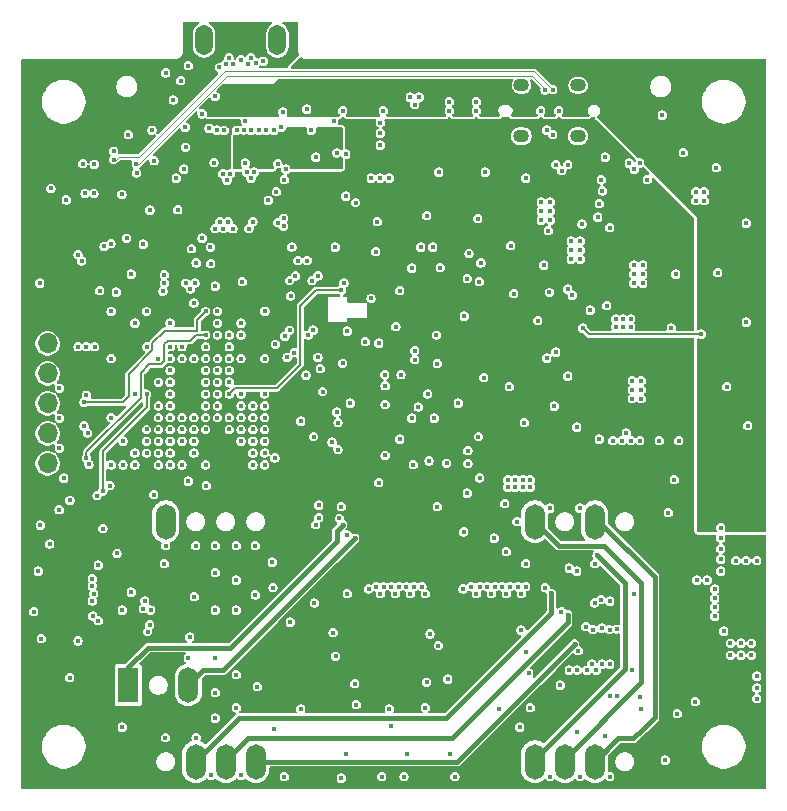
<source format=gbr>
%TF.GenerationSoftware,KiCad,Pcbnew,9.0.6*%
%TF.CreationDate,2025-12-06T17:10:21+01:00*%
%TF.ProjectId,hd_64_v0,68645f36-345f-4763-902e-6b696361645f,0.3*%
%TF.SameCoordinates,PX4737720PY55fe290*%
%TF.FileFunction,Copper,L5,Inr*%
%TF.FilePolarity,Positive*%
%FSLAX46Y46*%
G04 Gerber Fmt 4.6, Leading zero omitted, Abs format (unit mm)*
G04 Created by KiCad (PCBNEW 9.0.6) date 2025-12-06 17:10:21*
%MOMM*%
%LPD*%
G01*
G04 APERTURE LIST*
%TA.AperFunction,ComponentPad*%
%ADD10O,1.346200X1.092200*%
%TD*%
%TA.AperFunction,ComponentPad*%
%ADD11O,1.700000X3.000000*%
%TD*%
%TA.AperFunction,ComponentPad*%
%ADD12O,1.500000X2.550000*%
%TD*%
%TA.AperFunction,ComponentPad*%
%ADD13R,1.700000X1.700000*%
%TD*%
%TA.AperFunction,ComponentPad*%
%ADD14O,1.700000X1.700000*%
%TD*%
%TA.AperFunction,ComponentPad*%
%ADD15R,1.700000X3.000000*%
%TD*%
%TA.AperFunction,ViaPad*%
%ADD16C,0.400000*%
%TD*%
%TA.AperFunction,ViaPad*%
%ADD17C,0.450000*%
%TD*%
%TA.AperFunction,Conductor*%
%ADD18C,0.400000*%
%TD*%
%TA.AperFunction,Conductor*%
%ADD19C,0.200000*%
%TD*%
%TA.AperFunction,Conductor*%
%ADD20C,0.110000*%
%TD*%
G04 APERTURE END LIST*
D10*
X47358000Y55507999D03*
X42558000Y55507999D03*
X47358000Y59808001D03*
X42558000Y59808001D03*
D11*
X20066000Y2540000D03*
X17526000Y2540000D03*
X14986000Y2540000D03*
X48768000Y22860000D03*
X43688000Y22860000D03*
D12*
X21896000Y63627000D03*
X15696000Y63627000D03*
D11*
X48768000Y2540000D03*
X46228000Y2540000D03*
X43688000Y2540000D03*
D13*
X2438000Y40488000D03*
D14*
X2438000Y37948000D03*
X2438000Y35408000D03*
X2438000Y32868000D03*
X2438000Y30328000D03*
X2438000Y27788000D03*
D11*
X12446000Y22860000D03*
D15*
X9271000Y9017000D03*
D11*
X14351000Y9017000D03*
D16*
X52578000Y29718000D03*
X37973000Y25273000D03*
X45212000Y55626000D03*
X30607000Y54737000D03*
X36924000Y1270000D03*
X14859000Y16510000D03*
X20193000Y8890000D03*
X6624000Y25070000D03*
X54483000Y57277000D03*
X16637000Y20828000D03*
X16124000Y56170000D03*
X16637000Y15367000D03*
X30607000Y56642000D03*
X16637000Y18542000D03*
X25527000Y35814000D03*
X32624000Y1270000D03*
X5724000Y33570000D03*
X14824000Y29670000D03*
X34824000Y13370000D03*
X43180000Y10033000D03*
X16256000Y1397000D03*
X62484000Y8763000D03*
X49149000Y49784000D03*
X52832000Y44577000D03*
X18923000Y43180000D03*
X21524000Y17270000D03*
X6731000Y14478000D03*
X30607000Y55753000D03*
X14351000Y11303000D03*
X21590000Y5334000D03*
X23624000Y44970000D03*
X52114000Y52705000D03*
X42164000Y22860000D03*
X17624000Y51770000D03*
X51435000Y30353000D03*
X12824000Y29670000D03*
X22606000Y52705000D03*
X9974000Y52390000D03*
X19177000Y56769000D03*
X16256000Y44704000D03*
X41148000Y24384000D03*
X35179000Y31623000D03*
X41275000Y16764000D03*
X20024000Y16670000D03*
X6731000Y19177000D03*
X34524000Y9270000D03*
X15524000Y57390000D03*
X37211000Y32893000D03*
X48641000Y13716000D03*
X21463000Y19431000D03*
X59436000Y18669000D03*
X51689000Y53213000D03*
X31877000Y16764000D03*
X27813000Y16764000D03*
X57404000Y17907000D03*
X12824000Y30670000D03*
X62484000Y9779000D03*
X31924000Y39370000D03*
X44929342Y42276671D03*
X6424000Y37670000D03*
X29624000Y17170000D03*
X53213000Y51816000D03*
X48514000Y10795000D03*
X37668886Y22002827D03*
X46482000Y53086000D03*
X41275000Y20320000D03*
X5324000Y44930000D03*
X6223000Y18034000D03*
X30607000Y51943000D03*
X44577000Y17272000D03*
X59182000Y43942000D03*
X45945342Y15254329D03*
X17824000Y37670000D03*
X50546000Y39370000D03*
X18415000Y20828000D03*
X12446000Y20828000D03*
X42545000Y16764000D03*
X31024000Y28470000D03*
X36322000Y9525000D03*
X25724000Y33870000D03*
X33528000Y36576000D03*
X6384000Y53110000D03*
X42926000Y19304000D03*
X7824000Y36670000D03*
X8724000Y50570000D03*
X38124000Y45570000D03*
X52832000Y43053000D03*
X38862000Y48514000D03*
X40640000Y6985000D03*
X33824000Y32570000D03*
X32258000Y29845000D03*
X50292000Y29718000D03*
X5024000Y12770000D03*
X39497000Y52451000D03*
X16524000Y53270000D03*
X9525000Y16891000D03*
X50624000Y13770000D03*
X34544000Y48768000D03*
X59944000Y34290000D03*
X45466000Y53086000D03*
X40005000Y16764000D03*
X22352000Y57531000D03*
X16637000Y11303000D03*
X10824000Y30670000D03*
X52070000Y16764000D03*
X13824000Y29670000D03*
X35433000Y24130000D03*
X33147000Y58801000D03*
X11824000Y31670000D03*
X61595000Y39751000D03*
X58928000Y14859000D03*
X20824000Y31670000D03*
X12824000Y28670000D03*
X26524000Y29591000D03*
X28067000Y32893000D03*
X50546000Y40005000D03*
X14351000Y26289000D03*
X25146000Y22606000D03*
X18415000Y9906000D03*
X28575000Y7366000D03*
X10541000Y46355000D03*
X29845000Y51943000D03*
X9824000Y33670000D03*
X8255000Y42291000D03*
X22724000Y36770000D03*
X16989342Y61326671D03*
X42524000Y13670000D03*
X7824000Y40670000D03*
X59436000Y22352000D03*
X8763000Y5461000D03*
X2624000Y20970000D03*
X7804000Y46400000D03*
X24765000Y56007000D03*
X38735000Y16764000D03*
X12824000Y36670000D03*
X33401000Y27686000D03*
X38989000Y43180000D03*
X12324000Y43070000D03*
X7824000Y31670000D03*
D17*
X26924000Y54070000D03*
D16*
X14824000Y30670000D03*
X13824000Y31670000D03*
D17*
X20824000Y40670000D03*
D16*
X30480000Y26162000D03*
X25324000Y36770000D03*
X37624000Y17170000D03*
X37719000Y40259000D03*
X45339000Y32639000D03*
X56261000Y54102000D03*
X59436000Y20574000D03*
X30226000Y45720000D03*
X21684000Y28260000D03*
X18415000Y7112000D03*
X22987000Y14351000D03*
X33528000Y58166000D03*
X14351000Y61468000D03*
X52705000Y33274000D03*
X3429000Y34163000D03*
X52705000Y34798000D03*
X24964000Y30070000D03*
X34417000Y16764000D03*
X8824000Y29670000D03*
X47498000Y1270000D03*
X12319000Y19304000D03*
X55880000Y29718000D03*
X18415000Y15367000D03*
X12824000Y39670000D03*
X43942000Y39878000D03*
X13081000Y58570000D03*
X35362000Y38664000D03*
X22225000Y56261000D03*
X24324000Y35270000D03*
X23324000Y37170000D03*
X42418000Y5461000D03*
X26824000Y11470000D03*
X52832000Y43815000D03*
X51943000Y34036000D03*
X18824000Y39670000D03*
X4324000Y24670000D03*
X23876000Y31369000D03*
X32893000Y3170000D03*
X46863000Y42037000D03*
X16637000Y8382000D03*
X49657000Y53721000D03*
X59690000Y13589000D03*
X9525000Y43815000D03*
X31024000Y32770000D03*
X40259000Y21463000D03*
X8034000Y54240000D03*
X6858000Y42418000D03*
X59436000Y21463000D03*
X44958000Y1270000D03*
X30607000Y16764000D03*
X29824000Y41770000D03*
X11104000Y49230000D03*
X28524000Y49870000D03*
X46609000Y10287000D03*
X14824000Y28670000D03*
X55245000Y39243000D03*
X5024000Y37670000D03*
X11430000Y25146000D03*
X35524000Y12370000D03*
X27148359Y23134726D03*
X61722000Y30988000D03*
X16824000Y36670000D03*
X23876000Y6985000D03*
X33909000Y58801000D03*
X7724000Y25908000D03*
X27686000Y50419000D03*
X15024000Y44770000D03*
X51943000Y33274000D03*
X14824000Y36670000D03*
X47244000Y5080000D03*
X49414000Y50870000D03*
X14097000Y56261000D03*
X13970000Y52705000D03*
X13716000Y60198000D03*
X51816000Y29718000D03*
X61595000Y48133000D03*
X25400000Y24257000D03*
X51816000Y39370000D03*
X51181000Y40005000D03*
X35560000Y52451000D03*
X26670000Y56769000D03*
X41656000Y46228000D03*
X20824000Y27670000D03*
X5946835Y27712912D03*
X19658833Y51920426D03*
X15024000Y4572000D03*
X4024000Y50113000D03*
X47498000Y24003000D03*
X3429000Y29083000D03*
X6364000Y50650000D03*
X19177000Y53213000D03*
X52070000Y44577000D03*
X29337000Y38100000D03*
X3810000Y26543000D03*
X36524000Y3170000D03*
X14124000Y54570000D03*
X55753000Y6604000D03*
X31369000Y6985000D03*
X58928000Y15621000D03*
X21124000Y50070000D03*
X58293000Y17907000D03*
X21924000Y53170000D03*
X52705000Y34036000D03*
X13824000Y37670000D03*
X27686000Y3170000D03*
X51943000Y34798000D03*
X55626000Y43815000D03*
X10541000Y15494000D03*
X51943000Y10287000D03*
X50673000Y8128000D03*
X35433000Y36251000D03*
X52578000Y8001000D03*
X52070000Y43815000D03*
X50038000Y10795000D03*
X7824000Y27670000D03*
X27813000Y38989000D03*
X30353000Y48260000D03*
X57277000Y7620000D03*
X33147000Y16764000D03*
X13335000Y51943000D03*
X26924000Y32131000D03*
X30734000Y1270000D03*
X59055000Y52832000D03*
X39370000Y35052000D03*
X35052000Y46101000D03*
X59436000Y19685000D03*
X18824000Y31670000D03*
X17794329Y62131658D03*
X49657000Y4699000D03*
X18824000Y33670000D03*
X28448000Y9144000D03*
X27813000Y21717000D03*
X4318000Y9652000D03*
X44704000Y36703000D03*
X1270000Y15240000D03*
X14478000Y13081000D03*
X7124000Y22270000D03*
X54737000Y2667000D03*
X12824000Y32670000D03*
X17024000Y48270000D03*
X47371000Y11938000D03*
X26797000Y46101000D03*
X24424000Y44970000D03*
X45466000Y37211000D03*
X39024000Y26570000D03*
X16824000Y32670000D03*
X37973000Y43434000D03*
X11274000Y56000000D03*
X48768000Y19304000D03*
X51054000Y29718000D03*
X27305000Y1143000D03*
X31369000Y51943000D03*
X33274000Y31623000D03*
X38924000Y30070000D03*
X20701000Y61849000D03*
X50038000Y8128000D03*
X16824000Y39670000D03*
X44958000Y24003000D03*
X24384000Y57785000D03*
X15824000Y37670000D03*
X34417000Y7112000D03*
X3429000Y31623000D03*
X13462000Y49270000D03*
X58928000Y16383000D03*
X27524000Y43070000D03*
X5724000Y37670000D03*
X8324000Y20170000D03*
X49286563Y16261433D03*
X27432000Y57658000D03*
X39124000Y44770000D03*
X32258000Y42418000D03*
X15824000Y27670000D03*
X54991000Y23622000D03*
X16637000Y6223000D03*
X15824000Y33670000D03*
X11444000Y53420000D03*
X41529000Y34290000D03*
X1824000Y22570000D03*
X23024000Y41970000D03*
X3424000Y23870000D03*
X12424000Y4572000D03*
X22924000Y43270000D03*
X30988000Y35306000D03*
X42926000Y11811000D03*
X50038000Y47752000D03*
X15824000Y35670000D03*
X18796000Y61976000D03*
X51181000Y39370000D03*
X16637000Y42799000D03*
X23424000Y43670000D03*
X19824000Y29670000D03*
X49022000Y48641000D03*
X20024000Y20828000D03*
X41910000Y42164000D03*
X20824000Y36670000D03*
X54229000Y29718000D03*
X52070000Y43053000D03*
X14986000Y20828000D03*
X16824000Y34670000D03*
X12824000Y27670000D03*
X21724000Y37870000D03*
X1905000Y12954000D03*
X55499000Y26416000D03*
X46609000Y18923000D03*
X8763000Y15367000D03*
X15875000Y25908000D03*
X18796000Y1397000D03*
X58928000Y17145000D03*
X22479000Y1270000D03*
X33528000Y37338000D03*
X10824000Y37670000D03*
X19824000Y48270000D03*
X25024000Y15970000D03*
X43307000Y7112000D03*
X51816000Y40005000D03*
X45974000Y52578000D03*
X10911450Y13553128D03*
X38024000Y28870000D03*
X45847000Y9017000D03*
X42926000Y51943000D03*
X26624000Y13470000D03*
X9271000Y55626000D03*
X34624000Y33670000D03*
X38024000Y27770000D03*
X50038000Y1270000D03*
X44831000Y47498000D03*
X6350000Y16764000D03*
X9124000Y46870000D03*
X15824000Y31670000D03*
X5824000Y30370000D03*
X14624000Y45970000D03*
X1778000Y43053000D03*
X21909502Y48178699D03*
X42799000Y31242000D03*
X27424000Y36270000D03*
X2721000Y51076501D03*
X52578000Y53213000D03*
X44450000Y44577000D03*
X27305000Y24130000D03*
X17724000Y48270000D03*
X31496000Y5588000D03*
X9824000Y39670000D03*
X12824000Y34670000D03*
X1651000Y18669000D03*
X18415000Y17907000D03*
X19645244Y62155448D03*
X62484000Y7874000D03*
X16637000Y50892000D03*
X54653000Y35941000D03*
X19824000Y36670000D03*
X56452000Y48768000D03*
X56452000Y48006000D03*
X51986000Y35941000D03*
X19824000Y33670000D03*
X52875000Y36830000D03*
X38735000Y56388000D03*
X27686000Y51054000D03*
X23124000Y33470000D03*
X55733000Y48006000D03*
X14963000Y14859000D03*
X23024000Y40370000D03*
X2436000Y16764000D03*
X10124000Y42570000D03*
X12624000Y46070000D03*
X54653000Y36830000D03*
X26058000Y27940000D03*
D17*
X28924000Y12470000D03*
D16*
X13824000Y39670000D03*
X22624000Y33070000D03*
X4826000Y34544000D03*
D17*
X20824000Y12470000D03*
D16*
X41529000Y40513000D03*
X5324000Y40370000D03*
X8824000Y33670000D03*
X52875000Y35941000D03*
X12324000Y17370000D03*
X5924000Y48870000D03*
X5724000Y40870000D03*
X23124000Y32670000D03*
X36218000Y28829000D03*
X28404000Y18244000D03*
X51986000Y36830000D03*
X2286000Y45974000D03*
X25146000Y50892000D03*
X19824000Y39670000D03*
X6124000Y40370000D03*
X27178000Y49784000D03*
X36449000Y56388000D03*
X30376000Y30988000D03*
X2413000Y15494000D03*
X15824000Y39670000D03*
X5842000Y43434000D03*
D17*
X37024000Y12470000D03*
D16*
X36532000Y18244000D03*
X7424000Y48870000D03*
X8824000Y36670000D03*
X55733000Y48768000D03*
X4024000Y47770000D03*
X24424000Y40570000D03*
X2721000Y47774501D03*
X8382000Y46101000D03*
X36449000Y55626000D03*
X20276000Y18244000D03*
X4826000Y29370000D03*
X13462000Y17410000D03*
X53764000Y36830000D03*
X53764000Y35941000D03*
X8824000Y39670000D03*
X38735000Y55626000D03*
X34739500Y28661000D03*
X20824000Y51270000D03*
X4924000Y22870000D03*
X25527000Y55880000D03*
X26289000Y55118000D03*
X27051000Y55118000D03*
X26289000Y55880000D03*
X20955000Y53086000D03*
X25527000Y55118000D03*
X27051000Y55880000D03*
X18542000Y53086000D03*
X22285000Y55499000D03*
X44239000Y49149000D03*
X14924000Y43070000D03*
X23124000Y46117000D03*
X11824000Y34670000D03*
X44239000Y48387000D03*
X14124000Y43070000D03*
X11824000Y32670000D03*
X47688500Y48069500D03*
X16224000Y46101000D03*
X11824000Y36670000D03*
X45001000Y49149000D03*
X14524000Y42570000D03*
X12824000Y37670000D03*
X45001000Y48387000D03*
X44239000Y49911000D03*
X47244000Y30861000D03*
X45001000Y49911000D03*
X28448000Y21463000D03*
X30252000Y17370000D03*
X17824000Y31670000D03*
X30889712Y17371840D03*
X17824000Y30670000D03*
X31552000Y17370000D03*
X18824000Y30670000D03*
X32202000Y17370000D03*
X18824000Y29670000D03*
X32827003Y17370000D03*
X19824000Y28670000D03*
X33452006Y17370000D03*
X19824000Y27670000D03*
X20824000Y28670000D03*
X34124000Y17370000D03*
X18824000Y32670000D03*
X38324000Y17370000D03*
X20824000Y29670000D03*
X39024000Y17370000D03*
X19824000Y30670000D03*
X39649003Y17370000D03*
X40324000Y17370000D03*
X20824000Y30670000D03*
X40949003Y17370000D03*
X19824000Y31670000D03*
X19824000Y32670000D03*
X41624000Y17370000D03*
X42249003Y17370000D03*
X20824000Y32670000D03*
X42924000Y17370000D03*
X20824000Y33670000D03*
X36218000Y27813000D03*
X35687000Y44368000D03*
X62032500Y12573000D03*
X60254500Y11557000D03*
X34739500Y28011000D03*
X61143500Y11557000D03*
X34036000Y46101000D03*
X30480000Y37973000D03*
X50038000Y16129000D03*
X32359500Y35301000D03*
X31024000Y34370000D03*
X62032500Y11557000D03*
X60254500Y12573000D03*
X52705000Y6985000D03*
X33274000Y44323000D03*
X50026529Y13714943D03*
X61143500Y12573000D03*
X16624000Y58870000D03*
X25146000Y53721000D03*
X17824000Y36670000D03*
X15524000Y46870000D03*
X16824000Y40670000D03*
X16624000Y47670000D03*
X17324000Y47670000D03*
X16824000Y38670000D03*
X18124000Y47662893D03*
X17824000Y38670000D03*
X19485000Y47670000D03*
X18824000Y38670000D03*
X27028000Y31242000D03*
X22424000Y47870000D03*
X22424000Y48570000D03*
X27028000Y28956000D03*
X22479000Y51816000D03*
X18824000Y36670000D03*
X17824000Y35670000D03*
X21809000Y50800000D03*
X20066000Y61722000D03*
X21590000Y56007000D03*
X19431000Y61595000D03*
X20955000Y56007000D03*
X20320000Y56007000D03*
X19939000Y52451000D03*
X19304000Y52451000D03*
X19685000Y56007000D03*
X19050000Y56016119D03*
X18161000Y61595000D03*
X17526000Y61595000D03*
X18450094Y56005350D03*
X17922875Y52324000D03*
X17399000Y55982750D03*
X16764000Y56007000D03*
X17272000Y52324000D03*
X17824000Y33670000D03*
X27324000Y42470000D03*
X11824000Y28670000D03*
X11824000Y27670000D03*
X46779000Y45847000D03*
X47541000Y45085000D03*
X16824000Y35670000D03*
X24524000Y38670000D03*
X46779000Y45085000D03*
X15824000Y34670000D03*
X15824000Y32670000D03*
X16824000Y31670000D03*
X22924000Y39070000D03*
X15824000Y30670000D03*
X14824000Y31670000D03*
X24824000Y43270000D03*
X47541000Y46609000D03*
X12824000Y33670000D03*
X22524000Y38570000D03*
X16824000Y33670000D03*
X47541000Y45847000D03*
X25324000Y43670000D03*
X46779000Y46609000D03*
X13824000Y36670000D03*
X24924000Y39070000D03*
X12824000Y31670000D03*
X13824000Y30670000D03*
X15824000Y36670000D03*
X12824000Y35670000D03*
X9824000Y27670000D03*
X42037000Y26416000D03*
X42037000Y25781000D03*
X43307000Y25781000D03*
X42672000Y26416000D03*
X41402000Y25781000D03*
X43307000Y26416000D03*
X42672000Y25781000D03*
X41402000Y26416000D03*
X5614000Y50660000D03*
X5024000Y45470000D03*
X49149000Y29845000D03*
X46482000Y35179000D03*
X48895000Y10287000D03*
X48133000Y10287000D03*
X47272658Y10301329D03*
X5524000Y32970000D03*
X15824000Y40670000D03*
X5524000Y30970000D03*
X14824000Y41370000D03*
X5724000Y28270000D03*
X15824000Y38670000D03*
X49319000Y51816000D03*
X30861000Y57658000D03*
X48387000Y40767000D03*
X46482000Y14986000D03*
X48753000Y15987000D03*
X45085000Y16789500D03*
X49403000Y10795000D03*
X47053500Y12509500D03*
X47244000Y18669000D03*
X12324000Y43770000D03*
X6268997Y14870000D03*
X11824000Y30670000D03*
X12219022Y42370000D03*
X10668000Y16129000D03*
X11824000Y29670000D03*
X6223000Y17410000D03*
X10824000Y29670000D03*
X11168000Y15367000D03*
X13824000Y27670000D03*
X10824000Y28670000D03*
X11080750Y14128750D03*
X9824000Y28670000D03*
X6223000Y16140000D03*
X25624000Y61468000D03*
X57785000Y24892000D03*
X59309000Y24892000D03*
X21124000Y59170000D03*
X50800000Y61468000D03*
X50800000Y60833000D03*
X59309000Y26416000D03*
X51562000Y61468000D03*
X51562000Y60833000D03*
X59309000Y27178000D03*
X26289000Y58801000D03*
X59309000Y25654000D03*
X58547000Y24892000D03*
X58039000Y50800000D03*
X57320000Y50800000D03*
X60706000Y19558000D03*
X38735000Y57658000D03*
X36449000Y57658000D03*
X47752000Y39243000D03*
X36449000Y58420000D03*
X57785000Y38735000D03*
X38735000Y58420000D03*
X61595000Y19558000D03*
X62484000Y19558000D03*
X57320000Y50038000D03*
X58039000Y50038000D03*
X7124000Y25470000D03*
X10824000Y33670000D03*
X49784000Y41148000D03*
X46482000Y42545000D03*
X7224000Y46170000D03*
X5424000Y53170000D03*
X8029000Y53520000D03*
X45212000Y59436000D03*
X44704000Y56007000D03*
X9959000Y53110000D03*
X44564000Y59420000D03*
X10824000Y40670000D03*
X12446000Y60858500D03*
X45720000Y57658000D03*
X44196000Y57658000D03*
X8824000Y27670000D03*
X27686000Y53975000D03*
X17824000Y34670000D03*
X27432000Y22606000D03*
X25400000Y23206003D03*
X48958500Y20002500D03*
X48006000Y13970000D03*
X49403000Y13843000D03*
D18*
X15621000Y10287000D02*
X14351000Y9017000D01*
X28448000Y21463000D02*
X17272000Y10287000D01*
X17272000Y10287000D02*
X15621000Y10287000D01*
D19*
X21851000Y34170000D02*
X18324000Y34170000D01*
X23824000Y41096000D02*
X23824000Y36143000D01*
X25198000Y42470000D02*
X23824000Y41096000D01*
X27324000Y42470000D02*
X25198000Y42470000D01*
X18324000Y34170000D02*
X17824000Y33670000D01*
X23824000Y36143000D02*
X21851000Y34170000D01*
X11324000Y37970000D02*
X11324000Y37370000D01*
X11324000Y37370000D02*
X9324000Y35370000D01*
X8831107Y32970000D02*
X5524000Y32970000D01*
X9324000Y35370000D02*
X9324000Y33462893D01*
X15124000Y39020000D02*
X12374000Y39020000D01*
X9324000Y33462893D02*
X8831107Y32970000D01*
X12374000Y39020000D02*
X11324000Y37970000D01*
X15124000Y39970000D02*
X15124000Y39020000D01*
X15824000Y40670000D02*
X15124000Y39970000D01*
X12324000Y37877107D02*
X12616893Y38170000D01*
X10324000Y33370000D02*
X10324000Y35470000D01*
X14526081Y38170000D02*
X15026081Y38670000D01*
X5724000Y28770000D02*
X10324000Y33370000D01*
X12031107Y36170000D02*
X12324000Y36462893D01*
X5724000Y28270000D02*
X5724000Y28770000D01*
X15026081Y38670000D02*
X15824000Y38670000D01*
X11024000Y36170000D02*
X12031107Y36170000D01*
X12616893Y38170000D02*
X14526081Y38170000D01*
X10324000Y35470000D02*
X11024000Y36170000D01*
X12324000Y36462893D02*
X12324000Y37877107D01*
D18*
X17526000Y2667000D02*
X17526000Y2540000D01*
X46482000Y14351000D02*
X36703000Y4572000D01*
X46482000Y14986000D02*
X46482000Y14351000D01*
X19431000Y4572000D02*
X17526000Y2667000D01*
X36703000Y4572000D02*
X19431000Y4572000D01*
X14986000Y2603500D02*
X14986000Y2540000D01*
X45085000Y16789500D02*
X45085000Y15113000D01*
X36195000Y6223000D02*
X18605500Y6223000D01*
X18605500Y6223000D02*
X14986000Y2603500D01*
X45085000Y15113000D02*
X36195000Y6223000D01*
X47053500Y12509500D02*
X37084000Y2540000D01*
X37084000Y2540000D02*
X20066000Y2540000D01*
X45720000Y20828000D02*
X43688000Y22860000D01*
X46228000Y2794000D02*
X52705000Y9271000D01*
X52705000Y17653000D02*
X49530000Y20828000D01*
X52705000Y9271000D02*
X52705000Y17653000D01*
X49530000Y20828000D02*
X45720000Y20828000D01*
X46228000Y2540000D02*
X46228000Y2794000D01*
X52832000Y5334000D02*
X53848000Y6350000D01*
X52832000Y5334000D02*
X52006500Y4508500D01*
X52006500Y4508500D02*
X50736500Y4508500D01*
X53848000Y6350000D02*
X53848000Y18161000D01*
X53848000Y18161000D02*
X49149000Y22860000D01*
X49149000Y22860000D02*
X48768000Y22860000D01*
X50736500Y4508500D02*
X48768000Y2540000D01*
D19*
X57785000Y38735000D02*
X48260000Y38735000D01*
X48260000Y38735000D02*
X47752000Y39243000D01*
X10824000Y32541000D02*
X10824000Y33670000D01*
X7124000Y28841000D02*
X10824000Y32541000D01*
X7124000Y25470000D02*
X7124000Y28841000D01*
D20*
X43653000Y60995000D02*
X17449086Y60995000D01*
X45212000Y59436000D02*
X43653000Y60995000D01*
X17449086Y60995000D02*
X10164086Y53710000D01*
X8449000Y53710000D02*
X8259000Y53520000D01*
X10164086Y53710000D02*
X8449000Y53710000D01*
X8259000Y53520000D02*
X8029000Y53520000D01*
X10143914Y53110000D02*
X9959000Y53110000D01*
X43483172Y60585000D02*
X17618914Y60585000D01*
X17618914Y60585000D02*
X10143914Y53110000D01*
X44564000Y59420000D02*
X44564000Y59504172D01*
X44564000Y59504172D02*
X43483172Y60585000D01*
D18*
X26924000Y22098000D02*
X26924000Y21209000D01*
X17907000Y12192000D02*
X10922000Y12192000D01*
X27432000Y22606000D02*
X26924000Y22098000D01*
X9271000Y10541000D02*
X9271000Y9017000D01*
X10922000Y12192000D02*
X9271000Y10541000D01*
X26924000Y21209000D02*
X17907000Y12192000D01*
X43688000Y2794000D02*
X43688000Y2540000D01*
X12446000Y23114000D02*
X12446000Y22860000D01*
X48958500Y20002500D02*
X51308000Y17653000D01*
X51308000Y10414000D02*
X43688000Y2794000D01*
X51308000Y17653000D02*
X51308000Y10414000D01*
%TA.AperFunction,Conductor*%
G36*
X15218588Y65184815D02*
G01*
X15264343Y65132011D01*
X15274287Y65062853D01*
X15245262Y64999297D01*
X15220440Y64977398D01*
X15090092Y64890303D01*
X15090088Y64890300D01*
X14957700Y64757912D01*
X14957697Y64757908D01*
X14853681Y64602238D01*
X14853676Y64602229D01*
X14782027Y64429252D01*
X14782025Y64429244D01*
X14745500Y64245621D01*
X14745500Y63008380D01*
X14782025Y62824757D01*
X14782027Y62824749D01*
X14853676Y62651772D01*
X14853681Y62651763D01*
X14957697Y62496093D01*
X14957700Y62496089D01*
X15090088Y62363701D01*
X15090092Y62363698D01*
X15245762Y62259682D01*
X15245768Y62259679D01*
X15245769Y62259678D01*
X15317418Y62230000D01*
X13716000Y62230000D01*
X13716000Y62244030D01*
X13758328Y62286358D01*
X13835864Y62402399D01*
X13889273Y62531338D01*
X13916500Y62668219D01*
X13916500Y62738000D01*
X13916500Y62777882D01*
X13916500Y65080500D01*
X13936185Y65147539D01*
X13988989Y65193294D01*
X14040500Y65204500D01*
X15151549Y65204500D01*
X15218588Y65184815D01*
G37*
%TD.AperFunction*%
%TA.AperFunction,Conductor*%
G36*
X21418588Y65184815D02*
G01*
X21464343Y65132011D01*
X21474287Y65062853D01*
X21445262Y64999297D01*
X21420440Y64977398D01*
X21290092Y64890303D01*
X21290088Y64890300D01*
X21157700Y64757912D01*
X21157697Y64757908D01*
X21053681Y64602238D01*
X21053676Y64602229D01*
X20982027Y64429252D01*
X20982025Y64429244D01*
X20945500Y64245621D01*
X20945500Y63008380D01*
X20982025Y62824757D01*
X20982027Y62824749D01*
X21053676Y62651772D01*
X21053681Y62651763D01*
X21157697Y62496093D01*
X21157700Y62496089D01*
X21290088Y62363701D01*
X21290092Y62363698D01*
X21445762Y62259682D01*
X21445768Y62259679D01*
X21445769Y62259678D01*
X21517418Y62230000D01*
X20826503Y62230000D01*
X20753727Y62249500D01*
X20648273Y62249500D01*
X20575497Y62230000D01*
X20039896Y62230000D01*
X20018451Y62310035D01*
X19965724Y62401361D01*
X19891157Y62475928D01*
X19799831Y62528655D01*
X19697971Y62555948D01*
X19592517Y62555948D01*
X19490657Y62528655D01*
X19490654Y62528654D01*
X19399329Y62475927D01*
X19324765Y62401363D01*
X19272036Y62310034D01*
X19271683Y62309181D01*
X19271192Y62308573D01*
X19267973Y62302996D01*
X19267103Y62303499D01*
X19227843Y62254777D01*
X19161549Y62232712D01*
X19093849Y62249991D01*
X19069441Y62268952D01*
X19041914Y62296479D01*
X19041913Y62296480D01*
X18950587Y62349207D01*
X18848727Y62376500D01*
X18743273Y62376500D01*
X18641413Y62349207D01*
X18641410Y62349206D01*
X18550085Y62296479D01*
X18483606Y62230000D01*
X18182607Y62230000D01*
X18167536Y62286245D01*
X18114809Y62377571D01*
X18040242Y62452138D01*
X17948916Y62504865D01*
X17847056Y62532158D01*
X17741602Y62532158D01*
X17639742Y62504865D01*
X17639739Y62504864D01*
X17548414Y62452137D01*
X17473850Y62377573D01*
X17421123Y62286248D01*
X17421122Y62286245D01*
X17406051Y62230000D01*
X16074582Y62230000D01*
X16146231Y62259678D01*
X16301908Y62363698D01*
X16434302Y62496092D01*
X16538322Y62651769D01*
X16609973Y62824749D01*
X16646500Y63008384D01*
X16646500Y64245616D01*
X16609973Y64429251D01*
X16538322Y64602231D01*
X16538321Y64602232D01*
X16538318Y64602238D01*
X16434302Y64757908D01*
X16434299Y64757912D01*
X16301911Y64890300D01*
X16301907Y64890303D01*
X16171560Y64977398D01*
X16126755Y65031010D01*
X16118048Y65100335D01*
X16148202Y65163362D01*
X16207645Y65200082D01*
X16240451Y65204500D01*
X21351549Y65204500D01*
X21418588Y65184815D01*
G37*
%TD.AperFunction*%
%TA.AperFunction,Conductor*%
G36*
X23618539Y65184815D02*
G01*
X23664294Y65132011D01*
X23675500Y65080500D01*
X23675500Y62668215D01*
X23702725Y62531346D01*
X23702727Y62531338D01*
X23727757Y62470911D01*
X23735226Y62401442D01*
X23703951Y62338962D01*
X23687507Y62324192D01*
X23655942Y62300563D01*
X23655921Y62300545D01*
X23585376Y62230000D01*
X22274582Y62230000D01*
X22346231Y62259678D01*
X22501908Y62363698D01*
X22634302Y62496092D01*
X22738322Y62651769D01*
X22809973Y62824749D01*
X22846500Y63008384D01*
X22846500Y64245616D01*
X22809973Y64429251D01*
X22738322Y64602231D01*
X22738321Y64602232D01*
X22738318Y64602238D01*
X22634302Y64757908D01*
X22634299Y64757912D01*
X22501911Y64890300D01*
X22501907Y64890303D01*
X22371560Y64977398D01*
X22326755Y65031010D01*
X22318048Y65100335D01*
X22348202Y65163362D01*
X22407645Y65200082D01*
X22440451Y65204500D01*
X23551500Y65204500D01*
X23618539Y65184815D01*
G37*
%TD.AperFunction*%
%TA.AperFunction,Conductor*%
G36*
X24323870Y56241315D02*
G01*
X24369625Y56188511D01*
X24379569Y56119353D01*
X24376606Y56104907D01*
X24364500Y56059727D01*
X24364500Y55954274D01*
X24391793Y55852414D01*
X24391794Y55852411D01*
X24405922Y55827941D01*
X24444520Y55761087D01*
X24519087Y55686520D01*
X24610413Y55633793D01*
X24712273Y55606500D01*
X24712275Y55606500D01*
X24817725Y55606500D01*
X24817727Y55606500D01*
X24919587Y55633793D01*
X25010913Y55686520D01*
X25085480Y55761087D01*
X25138207Y55852413D01*
X25165500Y55954273D01*
X25165500Y56059727D01*
X25153394Y56104908D01*
X25155057Y56174757D01*
X25194220Y56232619D01*
X25258449Y56260123D01*
X25273169Y56261000D01*
X27308000Y56261000D01*
X27375039Y56241315D01*
X27420794Y56188511D01*
X27432000Y56137000D01*
X27432000Y54427755D01*
X27412315Y54360716D01*
X27359511Y54314961D01*
X27290353Y54305017D01*
X27226797Y54334042D01*
X27220319Y54340074D01*
X27169914Y54390479D01*
X27169913Y54390480D01*
X27078587Y54443207D01*
X26976727Y54470500D01*
X26871273Y54470500D01*
X26769413Y54443207D01*
X26769410Y54443206D01*
X26678085Y54390479D01*
X26603521Y54315915D01*
X26550794Y54224590D01*
X26550793Y54224587D01*
X26523500Y54122727D01*
X26523500Y54017273D01*
X26536994Y53966915D01*
X26550793Y53915414D01*
X26550794Y53915411D01*
X26564922Y53890941D01*
X26603520Y53824087D01*
X26678087Y53749520D01*
X26769413Y53696793D01*
X26871273Y53669500D01*
X26871275Y53669500D01*
X26976725Y53669500D01*
X26976727Y53669500D01*
X27078587Y53696793D01*
X27169913Y53749520D01*
X27172173Y53751781D01*
X27174551Y53753080D01*
X27176363Y53754469D01*
X27176579Y53754187D01*
X27233490Y53785267D01*
X27303182Y53780286D01*
X27351529Y53747601D01*
X27360547Y53737700D01*
X27365520Y53729087D01*
X27397732Y53696875D01*
X27399673Y53694744D01*
X27413756Y53665824D01*
X27429166Y53637603D01*
X27429638Y53633210D01*
X27430263Y53631927D01*
X27430007Y53629775D01*
X27432000Y53611245D01*
X27432000Y52829000D01*
X27412315Y52761961D01*
X27359511Y52716206D01*
X27308000Y52705000D01*
X23115776Y52705000D01*
X23048737Y52724685D01*
X23002982Y52777489D01*
X22996003Y52796902D01*
X22979207Y52859587D01*
X22926480Y52950913D01*
X22851913Y53025480D01*
X22760587Y53078207D01*
X22658727Y53105500D01*
X22553273Y53105500D01*
X22553271Y53105500D01*
X22480592Y53086026D01*
X22410742Y53087689D01*
X22352880Y53126852D01*
X22325377Y53191081D01*
X22324500Y53205801D01*
X22324500Y53222725D01*
X22324500Y53222727D01*
X22297207Y53324587D01*
X22244480Y53415913D01*
X22169913Y53490480D01*
X22103059Y53529078D01*
X22078589Y53543206D01*
X22078588Y53543207D01*
X22078587Y53543207D01*
X21976727Y53570500D01*
X21871273Y53570500D01*
X21769413Y53543207D01*
X21769410Y53543206D01*
X21678085Y53490479D01*
X21603521Y53415915D01*
X21550794Y53324590D01*
X21550793Y53324587D01*
X21523500Y53222727D01*
X21523500Y53117273D01*
X21550793Y53015413D01*
X21582865Y52959862D01*
X21603521Y52924086D01*
X21610926Y52916681D01*
X21644411Y52855358D01*
X21639427Y52785666D01*
X21597555Y52729733D01*
X21532091Y52705316D01*
X21523245Y52705000D01*
X20302755Y52705000D01*
X20235716Y52724685D01*
X20215074Y52741319D01*
X20184914Y52771479D01*
X20184913Y52771480D01*
X20093587Y52824207D01*
X19991727Y52851500D01*
X19886273Y52851500D01*
X19784413Y52824207D01*
X19784410Y52824206D01*
X19737130Y52796908D01*
X19693087Y52771480D01*
X19693085Y52771479D01*
X19686049Y52767416D01*
X19684716Y52769724D01*
X19677592Y52766972D01*
X19660519Y52755147D01*
X19645657Y52754634D01*
X19631789Y52749276D01*
X19611448Y52753453D01*
X19590691Y52752736D01*
X19572973Y52761354D01*
X19563348Y52763330D01*
X19558100Y52766282D01*
X19550720Y52770673D01*
X19549913Y52771480D01*
X19531304Y52782224D01*
X19530613Y52782635D01*
X19507375Y52807653D01*
X19483797Y52832381D01*
X19483637Y52833210D01*
X19483063Y52833828D01*
X19477040Y52867439D01*
X19470574Y52900988D01*
X19470886Y52901782D01*
X19470739Y52902603D01*
X19479578Y52923871D01*
X19493740Y52959862D01*
X19493416Y52960049D01*
X19494665Y52962214D01*
X19495641Y52964692D01*
X19497470Y52967078D01*
X19497480Y52967087D01*
X19550207Y53058413D01*
X19577500Y53160273D01*
X19577500Y53265727D01*
X19550207Y53367587D01*
X19497480Y53458913D01*
X19422913Y53533480D01*
X19331587Y53586207D01*
X19229727Y53613500D01*
X19124273Y53613500D01*
X19022413Y53586207D01*
X19022410Y53586206D01*
X18931085Y53533479D01*
X18856521Y53458915D01*
X18803794Y53367590D01*
X18803793Y53367587D01*
X18776500Y53265727D01*
X18776500Y53160273D01*
X18803793Y53058413D01*
X18856518Y52967090D01*
X18856521Y52967086D01*
X18906926Y52916681D01*
X18940411Y52855358D01*
X18935427Y52785666D01*
X18893555Y52729733D01*
X18828091Y52705316D01*
X18819245Y52705000D01*
X18285000Y52705000D01*
X18217961Y52724685D01*
X18172206Y52777489D01*
X18161000Y52829000D01*
X18161000Y53773727D01*
X24745500Y53773727D01*
X24745500Y53668273D01*
X24772793Y53566413D01*
X24825520Y53475087D01*
X24900087Y53400520D01*
X24991413Y53347793D01*
X25093273Y53320500D01*
X25093275Y53320500D01*
X25198725Y53320500D01*
X25198727Y53320500D01*
X25300587Y53347793D01*
X25391913Y53400520D01*
X25466480Y53475087D01*
X25519207Y53566413D01*
X25546500Y53668273D01*
X25546500Y53773727D01*
X25519207Y53875587D01*
X25466480Y53966913D01*
X25391913Y54041480D01*
X25300587Y54094207D01*
X25198727Y54121500D01*
X25093273Y54121500D01*
X24991413Y54094207D01*
X24991410Y54094206D01*
X24900085Y54041479D01*
X24825521Y53966915D01*
X24772794Y53875590D01*
X24772793Y53875587D01*
X24745500Y53773727D01*
X18161000Y53773727D01*
X18161000Y55506585D01*
X18180685Y55573624D01*
X18233489Y55619379D01*
X18302647Y55629323D01*
X18317075Y55626364D01*
X18397367Y55604850D01*
X18397370Y55604850D01*
X18502819Y55604850D01*
X18502821Y55604850D01*
X18604681Y55632143D01*
X18696007Y55684870D01*
X18696011Y55684875D01*
X18697372Y55685660D01*
X18765272Y55702133D01*
X18821368Y55685662D01*
X18895413Y55642912D01*
X18997273Y55615619D01*
X18997275Y55615619D01*
X19102725Y55615619D01*
X19102727Y55615619D01*
X19204587Y55642912D01*
X19295913Y55695639D01*
X19295914Y55695641D01*
X19299078Y55697467D01*
X19366978Y55713940D01*
X19433005Y55691088D01*
X19436560Y55688459D01*
X19439084Y55686522D01*
X19439086Y55686521D01*
X19439087Y55686520D01*
X19530413Y55633793D01*
X19632273Y55606500D01*
X19632275Y55606500D01*
X19737725Y55606500D01*
X19737727Y55606500D01*
X19839587Y55633793D01*
X19930913Y55686520D01*
X19930914Y55686522D01*
X19937951Y55690584D01*
X19939285Y55688273D01*
X19992180Y55708723D01*
X20060625Y55694686D01*
X20067037Y55690565D01*
X20067049Y55690584D01*
X20074085Y55686522D01*
X20074087Y55686520D01*
X20165413Y55633793D01*
X20267273Y55606500D01*
X20267275Y55606500D01*
X20372725Y55606500D01*
X20372727Y55606500D01*
X20474587Y55633793D01*
X20565913Y55686520D01*
X20565914Y55686522D01*
X20572951Y55690584D01*
X20574285Y55688273D01*
X20627180Y55708723D01*
X20695625Y55694686D01*
X20702037Y55690565D01*
X20702049Y55690584D01*
X20709085Y55686522D01*
X20709087Y55686520D01*
X20800413Y55633793D01*
X20902273Y55606500D01*
X20902275Y55606500D01*
X21007725Y55606500D01*
X21007727Y55606500D01*
X21109587Y55633793D01*
X21200913Y55686520D01*
X21200914Y55686522D01*
X21207951Y55690584D01*
X21209285Y55688273D01*
X21262180Y55708723D01*
X21330625Y55694686D01*
X21337037Y55690565D01*
X21337049Y55690584D01*
X21344085Y55686522D01*
X21344087Y55686520D01*
X21435413Y55633793D01*
X21537273Y55606500D01*
X21537275Y55606500D01*
X21642725Y55606500D01*
X21642727Y55606500D01*
X21744587Y55633793D01*
X21835913Y55686520D01*
X21910480Y55761087D01*
X21947687Y55825533D01*
X21998251Y55873745D01*
X22066858Y55886969D01*
X22087155Y55883307D01*
X22172273Y55860500D01*
X22172275Y55860500D01*
X22277725Y55860500D01*
X22277727Y55860500D01*
X22379587Y55887793D01*
X22470913Y55940520D01*
X22545480Y56015087D01*
X22598207Y56106413D01*
X22615002Y56169094D01*
X22651365Y56228753D01*
X22714212Y56259283D01*
X22734776Y56261000D01*
X24256831Y56261000D01*
X24323870Y56241315D01*
G37*
%TD.AperFunction*%
%TA.AperFunction,Conductor*%
G36*
X15418749Y62188027D02*
G01*
X15602384Y62151500D01*
X15602385Y62151500D01*
X15789615Y62151500D01*
X15789616Y62151500D01*
X15973251Y62188027D01*
X16074582Y62230000D01*
X17406051Y62230000D01*
X17393829Y62184385D01*
X17393829Y62078931D01*
X17395860Y62071351D01*
X17396859Y62067623D01*
X17393654Y62006521D01*
X17355147Y61958973D01*
X17350731Y61956267D01*
X17280089Y61915482D01*
X17205518Y61840911D01*
X17164733Y61770269D01*
X17119263Y61729328D01*
X17058413Y61722932D01*
X17053377Y61724141D01*
X17042069Y61727171D01*
X16936615Y61727171D01*
X16834755Y61699878D01*
X16834754Y61699878D01*
X16834752Y61699877D01*
X16834751Y61699877D01*
X16743431Y61647153D01*
X16668860Y61572582D01*
X16616136Y61481262D01*
X16616136Y61481261D01*
X16616135Y61481259D01*
X16616135Y61481258D01*
X16588842Y61379398D01*
X16588842Y61273944D01*
X16616135Y61172084D01*
X16616136Y61172082D01*
X16616136Y61172081D01*
X16660759Y61094793D01*
X16668862Y61080758D01*
X16743429Y61006191D01*
X16834755Y60953464D01*
X16835900Y60953158D01*
X16836611Y60952696D01*
X16840750Y60950981D01*
X16840432Y60950215D01*
X16887213Y60919834D01*
X16909140Y60862713D01*
X16893305Y60803612D01*
X16880280Y60787527D01*
X11781478Y55688724D01*
X11726961Y55660947D01*
X11666529Y55670518D01*
X11623264Y55713783D01*
X11613693Y55774215D01*
X11625736Y55808226D01*
X11647207Y55845413D01*
X11674500Y55947273D01*
X11674500Y56052727D01*
X11647207Y56154587D01*
X11645679Y56157233D01*
X11594481Y56245911D01*
X11594480Y56245913D01*
X11519913Y56320480D01*
X11518605Y56321235D01*
X11428589Y56373206D01*
X11428588Y56373207D01*
X11428587Y56373207D01*
X11326727Y56400500D01*
X11221273Y56400500D01*
X11119413Y56373207D01*
X11119412Y56373207D01*
X11119410Y56373206D01*
X11119409Y56373206D01*
X11028089Y56320482D01*
X10953518Y56245911D01*
X10900794Y56154591D01*
X10900794Y56154590D01*
X10900793Y56154588D01*
X10900793Y56154587D01*
X10873500Y56052727D01*
X10873500Y55947273D01*
X10899361Y55850759D01*
X10900794Y55845411D01*
X10900794Y55845410D01*
X10953518Y55754090D01*
X10953520Y55754087D01*
X11028087Y55679520D01*
X11119413Y55626793D01*
X11221273Y55599500D01*
X11221275Y55599500D01*
X11326725Y55599500D01*
X11326727Y55599500D01*
X11428587Y55626793D01*
X11465773Y55648263D01*
X11525619Y55660984D01*
X11581515Y55636098D01*
X11612108Y55583110D01*
X11605713Y55522260D01*
X11585276Y55492522D01*
X10087251Y53994496D01*
X10032734Y53966719D01*
X10017247Y53965500D01*
X8511340Y53965500D01*
X8504082Y53965501D01*
X8487917Y53970756D01*
X8487913Y53970757D01*
X8474589Y53975088D01*
X8445905Y53984408D01*
X8445900Y53984414D01*
X8445894Y53984416D01*
X8428350Y54008570D01*
X8409941Y54033908D01*
X8409940Y54033916D01*
X8409937Y54033921D01*
X8409937Y54034060D01*
X8408469Y54090124D01*
X8419044Y54129591D01*
X8434500Y54187273D01*
X8434500Y54292727D01*
X8407207Y54394587D01*
X8388057Y54427755D01*
X8354481Y54485911D01*
X8354480Y54485913D01*
X8279913Y54560480D01*
X8241927Y54582411D01*
X8188589Y54613206D01*
X8188588Y54613207D01*
X8188587Y54613207D01*
X8086727Y54640500D01*
X7981273Y54640500D01*
X7879413Y54613207D01*
X7879412Y54613207D01*
X7879410Y54613206D01*
X7879409Y54613206D01*
X7788089Y54560482D01*
X7713518Y54485911D01*
X7660794Y54394591D01*
X7660794Y54394590D01*
X7660793Y54394588D01*
X7660793Y54394587D01*
X7633500Y54292727D01*
X7633500Y54187273D01*
X7648956Y54129591D01*
X7660794Y54085411D01*
X7660794Y54085410D01*
X7705158Y54008570D01*
X7713520Y53994087D01*
X7755105Y53952502D01*
X7782881Y53897987D01*
X7773310Y53837555D01*
X7755106Y53812500D01*
X7716334Y53773727D01*
X7708518Y53765911D01*
X7655794Y53674591D01*
X7655794Y53674590D01*
X7655793Y53674588D01*
X7655793Y53674587D01*
X7628500Y53572727D01*
X7628500Y53467273D01*
X7655295Y53367273D01*
X7655794Y53365411D01*
X7655794Y53365410D01*
X7708518Y53274090D01*
X7708520Y53274087D01*
X7783087Y53199520D01*
X7874413Y53146793D01*
X7976273Y53119500D01*
X7976275Y53119500D01*
X8081725Y53119500D01*
X8081727Y53119500D01*
X8183587Y53146793D01*
X8274913Y53199520D01*
X8347240Y53271848D01*
X8354244Y53278210D01*
X8365668Y53287633D01*
X8403729Y53303397D01*
X8475603Y53375271D01*
X8475603Y53375273D01*
X8525837Y53425507D01*
X8580352Y53453281D01*
X8595838Y53454500D01*
X9523967Y53454500D01*
X9582158Y53435593D01*
X9618122Y53386093D01*
X9618122Y53324907D01*
X9609705Y53306006D01*
X9596468Y53283077D01*
X9585793Y53264588D01*
X9573116Y53217275D01*
X9558500Y53162727D01*
X9558500Y53057273D01*
X9583152Y52965271D01*
X9585794Y52955411D01*
X9585794Y52955410D01*
X9623337Y52890384D01*
X9638520Y52864087D01*
X9690105Y52812502D01*
X9717881Y52757987D01*
X9708310Y52697555D01*
X9690106Y52672500D01*
X9669882Y52652275D01*
X9653518Y52635911D01*
X9600794Y52544591D01*
X9600794Y52544590D01*
X9600793Y52544588D01*
X9600793Y52544587D01*
X9573500Y52442727D01*
X9573500Y52337273D01*
X9600793Y52235413D01*
X9600794Y52235411D01*
X9600794Y52235410D01*
X9653518Y52144090D01*
X9653520Y52144087D01*
X9728087Y52069520D01*
X9819413Y52016793D01*
X9921273Y51989500D01*
X9921275Y51989500D01*
X10026725Y51989500D01*
X10026727Y51989500D01*
X10049967Y51995727D01*
X12934500Y51995727D01*
X12934500Y51890273D01*
X12952598Y51822730D01*
X12961794Y51788411D01*
X12961794Y51788410D01*
X13014518Y51697090D01*
X13014520Y51697087D01*
X13089087Y51622520D01*
X13180413Y51569793D01*
X13282273Y51542500D01*
X13282275Y51542500D01*
X13387725Y51542500D01*
X13387727Y51542500D01*
X13489587Y51569793D01*
X13580913Y51622520D01*
X13655480Y51697087D01*
X13708207Y51788413D01*
X13735500Y51890273D01*
X13735500Y51995727D01*
X13708207Y52097587D01*
X13655480Y52188913D01*
X13580913Y52263480D01*
X13489587Y52316207D01*
X13387727Y52343500D01*
X13282273Y52343500D01*
X13180413Y52316207D01*
X13180412Y52316207D01*
X13180410Y52316206D01*
X13180409Y52316206D01*
X13089089Y52263482D01*
X13014518Y52188911D01*
X12961794Y52097591D01*
X12961794Y52097590D01*
X12961793Y52097588D01*
X12961793Y52097587D01*
X12934500Y51995727D01*
X10049967Y51995727D01*
X10128587Y52016793D01*
X10219913Y52069520D01*
X10294480Y52144087D01*
X10347207Y52235413D01*
X10374500Y52337273D01*
X10374500Y52442727D01*
X10347207Y52544587D01*
X10343843Y52550413D01*
X10294481Y52635911D01*
X10294480Y52635913D01*
X10242894Y52687499D01*
X10238439Y52696244D01*
X10230717Y52702301D01*
X10224849Y52722916D01*
X10215119Y52742013D01*
X10216654Y52751708D01*
X10214941Y52757727D01*
X13569500Y52757727D01*
X13569500Y52652273D01*
X13596793Y52550413D01*
X13596794Y52550411D01*
X13596794Y52550410D01*
X13649518Y52459090D01*
X13649520Y52459087D01*
X13724087Y52384520D01*
X13815413Y52331793D01*
X13917273Y52304500D01*
X13917275Y52304500D01*
X14022725Y52304500D01*
X14022727Y52304500D01*
X14124587Y52331793D01*
X14215913Y52384520D01*
X14290480Y52459087D01*
X14343207Y52550413D01*
X14370500Y52652273D01*
X14370500Y52757727D01*
X14343207Y52859587D01*
X14325426Y52890384D01*
X14290481Y52950911D01*
X14290480Y52950913D01*
X14215913Y53025480D01*
X14202415Y53033273D01*
X14124589Y53078206D01*
X14124588Y53078207D01*
X14124587Y53078207D01*
X14022727Y53105500D01*
X13917273Y53105500D01*
X13815413Y53078207D01*
X13815412Y53078207D01*
X13815410Y53078206D01*
X13815409Y53078206D01*
X13724089Y53025482D01*
X13649518Y52950911D01*
X13596794Y52859591D01*
X13596794Y52859590D01*
X13596793Y52859588D01*
X13596793Y52859587D01*
X13569500Y52757727D01*
X10214941Y52757727D01*
X10213967Y52761149D01*
X10220536Y52776217D01*
X10224690Y52802445D01*
X10235006Y52818603D01*
X10238681Y52823289D01*
X10279480Y52864087D01*
X10303995Y52906551D01*
X10308327Y52912072D01*
X10310516Y52913543D01*
X10316219Y52920974D01*
X10327022Y52931777D01*
X10360517Y52965271D01*
X10360517Y52965272D01*
X10374436Y52979190D01*
X10374439Y52979196D01*
X10874496Y53479253D01*
X10929013Y53507029D01*
X10989445Y53497458D01*
X11032710Y53454193D01*
X11043500Y53409248D01*
X11043500Y53367273D01*
X11070793Y53265413D01*
X11070794Y53265411D01*
X11070794Y53265410D01*
X11123518Y53174090D01*
X11123520Y53174087D01*
X11198087Y53099520D01*
X11289413Y53046793D01*
X11391273Y53019500D01*
X11391275Y53019500D01*
X11496725Y53019500D01*
X11496727Y53019500D01*
X11598587Y53046793D01*
X11689913Y53099520D01*
X11764480Y53174087D01*
X11817207Y53265413D01*
X11832564Y53322727D01*
X16123500Y53322727D01*
X16123500Y53217273D01*
X16150295Y53117273D01*
X16150794Y53115411D01*
X16150794Y53115410D01*
X16203518Y53024090D01*
X16203520Y53024087D01*
X16278087Y52949520D01*
X16369413Y52896793D01*
X16471273Y52869500D01*
X16471275Y52869500D01*
X16576725Y52869500D01*
X16576727Y52869500D01*
X16678587Y52896793D01*
X16769913Y52949520D01*
X16844480Y53024087D01*
X16897207Y53115413D01*
X16924500Y53217273D01*
X16924500Y53322727D01*
X16897207Y53424587D01*
X16863961Y53482170D01*
X16844481Y53515911D01*
X16844480Y53515913D01*
X16769913Y53590480D01*
X16750318Y53601793D01*
X16678589Y53643206D01*
X16678588Y53643207D01*
X16678587Y53643207D01*
X16576727Y53670500D01*
X16471273Y53670500D01*
X16369413Y53643207D01*
X16369412Y53643207D01*
X16369410Y53643206D01*
X16369409Y53643206D01*
X16278089Y53590482D01*
X16203518Y53515911D01*
X16150794Y53424591D01*
X16150794Y53424590D01*
X16150793Y53424588D01*
X16150793Y53424587D01*
X16123500Y53322727D01*
X11832564Y53322727D01*
X11844500Y53367273D01*
X11844500Y53472727D01*
X11817207Y53574587D01*
X11801498Y53601795D01*
X11764481Y53665911D01*
X11764480Y53665913D01*
X11689913Y53740480D01*
X11679186Y53746673D01*
X11598589Y53793206D01*
X11598588Y53793207D01*
X11598587Y53793207D01*
X11496727Y53820500D01*
X11454752Y53820500D01*
X11396561Y53839407D01*
X11360597Y53888907D01*
X11360597Y53950093D01*
X11384748Y53989504D01*
X12017971Y54622727D01*
X13723500Y54622727D01*
X13723500Y54517273D01*
X13750497Y54416519D01*
X13750794Y54415411D01*
X13750794Y54415410D01*
X13789594Y54348207D01*
X13803520Y54324087D01*
X13878087Y54249520D01*
X13969413Y54196793D01*
X14071273Y54169500D01*
X14071275Y54169500D01*
X14176725Y54169500D01*
X14176727Y54169500D01*
X14278587Y54196793D01*
X14369913Y54249520D01*
X14444480Y54324087D01*
X14497207Y54415413D01*
X14524500Y54517273D01*
X14524500Y54622727D01*
X14497207Y54724587D01*
X14444480Y54815913D01*
X14369913Y54890480D01*
X14367990Y54891590D01*
X14278589Y54943206D01*
X14278588Y54943207D01*
X14278587Y54943207D01*
X14176727Y54970500D01*
X14071273Y54970500D01*
X13969413Y54943207D01*
X13969412Y54943207D01*
X13969410Y54943206D01*
X13969409Y54943206D01*
X13878089Y54890482D01*
X13803518Y54815911D01*
X13750794Y54724591D01*
X13750794Y54724590D01*
X13750793Y54724588D01*
X13750793Y54724587D01*
X13723500Y54622727D01*
X12017971Y54622727D01*
X13555601Y56160357D01*
X13610117Y56188133D01*
X13670549Y56178562D01*
X13713814Y56135297D01*
X13721230Y56115977D01*
X13723792Y56106416D01*
X13723794Y56106410D01*
X13776518Y56015090D01*
X13776520Y56015087D01*
X13851087Y55940520D01*
X13942413Y55887793D01*
X14044273Y55860500D01*
X14044275Y55860500D01*
X14149725Y55860500D01*
X14149727Y55860500D01*
X14251587Y55887793D01*
X14342913Y55940520D01*
X14417480Y56015087D01*
X14470207Y56106413D01*
X14497500Y56208273D01*
X14497500Y56222727D01*
X15723500Y56222727D01*
X15723500Y56117273D01*
X15750793Y56015413D01*
X15750794Y56015411D01*
X15750794Y56015410D01*
X15800093Y55930023D01*
X15803520Y55924087D01*
X15878087Y55849520D01*
X15969413Y55796793D01*
X16071273Y55769500D01*
X16071275Y55769500D01*
X16176725Y55769500D01*
X16176727Y55769500D01*
X16278587Y55796793D01*
X16301091Y55809786D01*
X16360935Y55822507D01*
X16416831Y55797622D01*
X16436322Y55773553D01*
X16443520Y55761087D01*
X16518087Y55686520D01*
X16609413Y55633793D01*
X16711273Y55606500D01*
X16711275Y55606500D01*
X16816725Y55606500D01*
X16816727Y55606500D01*
X16918587Y55633793D01*
X17009913Y55686520D01*
X17009913Y55686521D01*
X17015533Y55689765D01*
X17016450Y55688176D01*
X17065985Y55705725D01*
X17124653Y55688356D01*
X17138589Y55676768D01*
X17153087Y55662270D01*
X17244413Y55609543D01*
X17346273Y55582250D01*
X17346275Y55582250D01*
X17451725Y55582250D01*
X17451727Y55582250D01*
X17553587Y55609543D01*
X17644913Y55662270D01*
X17719480Y55736837D01*
X17772207Y55828163D01*
X17799500Y55930023D01*
X17799500Y56035477D01*
X17772207Y56137337D01*
X17762875Y56153500D01*
X17719481Y56228661D01*
X17719480Y56228663D01*
X17644913Y56303230D01*
X17637179Y56307695D01*
X17553589Y56355956D01*
X17553588Y56355957D01*
X17553587Y56355957D01*
X17451727Y56383250D01*
X17346273Y56383250D01*
X17244413Y56355957D01*
X17244412Y56355957D01*
X17244410Y56355956D01*
X17244409Y56355956D01*
X17147468Y56299986D01*
X17146554Y56301568D01*
X17096970Y56284025D01*
X17038309Y56301420D01*
X17024409Y56312984D01*
X17009913Y56327480D01*
X17009457Y56327743D01*
X16918589Y56380206D01*
X16918588Y56380207D01*
X16918587Y56380207D01*
X16816727Y56407500D01*
X16711273Y56407500D01*
X16660308Y56393844D01*
X16609412Y56380207D01*
X16586908Y56367214D01*
X16527060Y56354495D01*
X16471164Y56379382D01*
X16451676Y56403449D01*
X16444480Y56415913D01*
X16369913Y56490480D01*
X16342527Y56506291D01*
X16278589Y56543206D01*
X16278588Y56543207D01*
X16278587Y56543207D01*
X16176727Y56570500D01*
X16071273Y56570500D01*
X15969413Y56543207D01*
X15969412Y56543207D01*
X15969410Y56543206D01*
X15969409Y56543206D01*
X15878089Y56490482D01*
X15803518Y56415911D01*
X15750794Y56324591D01*
X15750794Y56324590D01*
X15750793Y56324588D01*
X15750793Y56324587D01*
X15723500Y56222727D01*
X14497500Y56222727D01*
X14497500Y56313727D01*
X14470207Y56415587D01*
X14456983Y56438491D01*
X14424184Y56495301D01*
X14417480Y56506913D01*
X14342913Y56581480D01*
X14342910Y56581482D01*
X14251590Y56634206D01*
X14251584Y56634208D01*
X14242023Y56636770D01*
X14190709Y56670095D01*
X14168784Y56727217D01*
X14184621Y56786317D01*
X14197640Y56802396D01*
X14966755Y57571512D01*
X15021270Y57599287D01*
X15081702Y57589716D01*
X15124967Y57546451D01*
X15134538Y57486019D01*
X15132384Y57475884D01*
X15123500Y57442727D01*
X15123500Y57337273D01*
X15144875Y57257500D01*
X15150794Y57235411D01*
X15150794Y57235410D01*
X15198085Y57153501D01*
X15203520Y57144087D01*
X15278087Y57069520D01*
X15369413Y57016793D01*
X15471273Y56989500D01*
X15471275Y56989500D01*
X15576725Y56989500D01*
X15576727Y56989500D01*
X15678587Y57016793D01*
X15709783Y57034805D01*
X15769626Y57047525D01*
X15825522Y57022640D01*
X15829992Y57018355D01*
X15831165Y57017158D01*
X15831169Y57017154D01*
X15910978Y56972512D01*
X15910982Y56972510D01*
X15968667Y56955572D01*
X15978022Y56952825D01*
X16035920Y56944500D01*
X18680378Y56944500D01*
X18738569Y56925593D01*
X18774533Y56876093D01*
X18775781Y56828366D01*
X18777347Y56828159D01*
X18776500Y56821728D01*
X18776500Y56821727D01*
X18776500Y56716273D01*
X18798490Y56634206D01*
X18803794Y56614411D01*
X18803794Y56614410D01*
X18856518Y56523090D01*
X18856520Y56523087D01*
X18864327Y56515280D01*
X18876687Y56491020D01*
X18890749Y56467702D01*
X18890434Y56464040D01*
X18892103Y56460765D01*
X18887842Y56433866D01*
X18885513Y56406741D01*
X18883117Y56404029D01*
X18882532Y56400333D01*
X18845446Y56360500D01*
X18844573Y56359974D01*
X18804087Y56336599D01*
X18801467Y56333980D01*
X18793009Y56328879D01*
X18768340Y56323143D01*
X18744468Y56314691D01*
X18738508Y56316205D01*
X18733414Y56315020D01*
X18718708Y56321235D01*
X18692385Y56327921D01*
X18677354Y56336599D01*
X18621863Y56368637D01*
X18604683Y56378556D01*
X18604682Y56378557D01*
X18604681Y56378557D01*
X18502821Y56405850D01*
X18397367Y56405850D01*
X18295507Y56378557D01*
X18295506Y56378557D01*
X18295504Y56378556D01*
X18295503Y56378556D01*
X18204183Y56325832D01*
X18129612Y56251261D01*
X18076888Y56159941D01*
X18076888Y56159940D01*
X18076887Y56159938D01*
X18076887Y56159937D01*
X18049594Y56058077D01*
X18049594Y55952623D01*
X18072644Y55866599D01*
X18076888Y55850759D01*
X18078578Y55846679D01*
X18083372Y55785682D01*
X18051948Y55733989D01*
X18046131Y55728948D01*
X18046098Y55728918D01*
X18028155Y55711338D01*
X18028153Y55711336D01*
X17983511Y55631527D01*
X17983509Y55631523D01*
X17963826Y55564490D01*
X17963824Y55564481D01*
X17955500Y55506585D01*
X17955500Y52828987D01*
X17955560Y52827863D01*
X17955500Y52827639D01*
X17955500Y52826348D01*
X17955156Y52826348D01*
X17939783Y52768747D01*
X17892271Y52730195D01*
X17874947Y52725786D01*
X17833193Y52714599D01*
X17768288Y52697207D01*
X17768287Y52697207D01*
X17768285Y52697206D01*
X17768284Y52697206D01*
X17676961Y52644480D01*
X17667438Y52634957D01*
X17612921Y52607181D01*
X17552489Y52616755D01*
X17527436Y52634957D01*
X17517913Y52644480D01*
X17504415Y52652273D01*
X17426589Y52697206D01*
X17426588Y52697207D01*
X17426587Y52697207D01*
X17324727Y52724500D01*
X17219273Y52724500D01*
X17117413Y52697207D01*
X17117412Y52697207D01*
X17117410Y52697206D01*
X17117409Y52697206D01*
X17026089Y52644482D01*
X16951518Y52569911D01*
X16898794Y52478591D01*
X16898794Y52478590D01*
X16898793Y52478588D01*
X16898793Y52478587D01*
X16871500Y52376727D01*
X16871500Y52271273D01*
X16898470Y52170619D01*
X16898794Y52169411D01*
X16898794Y52169410D01*
X16947742Y52084631D01*
X16951520Y52078087D01*
X17026087Y52003520D01*
X17050370Y51989500D01*
X17117409Y51950795D01*
X17117413Y51950793D01*
X17152782Y51941316D01*
X17204096Y51907994D01*
X17226024Y51850873D01*
X17223752Y51829238D01*
X17224347Y51829159D01*
X17223501Y51822730D01*
X17223500Y51822727D01*
X17223500Y51717273D01*
X17248889Y51622520D01*
X17250794Y51615411D01*
X17250794Y51615410D01*
X17292889Y51542500D01*
X17303520Y51524087D01*
X17378087Y51449520D01*
X17469413Y51396793D01*
X17571273Y51369500D01*
X17571275Y51369500D01*
X17676725Y51369500D01*
X17676727Y51369500D01*
X17778587Y51396793D01*
X17869913Y51449520D01*
X17944480Y51524087D01*
X17997207Y51615413D01*
X18024500Y51717273D01*
X18024500Y51822727D01*
X18021375Y51834390D01*
X18024576Y51895492D01*
X18063081Y51943042D01*
X18073860Y51948714D01*
X18077460Y51950793D01*
X18077462Y51950793D01*
X18168788Y52003520D01*
X18243355Y52078087D01*
X18296082Y52169413D01*
X18323375Y52271273D01*
X18323375Y52376727D01*
X18323374Y52376728D01*
X18322528Y52383159D01*
X18324317Y52383395D01*
X18327071Y52435975D01*
X18365574Y52483526D01*
X18419497Y52499500D01*
X18804500Y52499500D01*
X18862691Y52480593D01*
X18898655Y52431093D01*
X18903500Y52400500D01*
X18903500Y52398273D01*
X18928986Y52303157D01*
X18930794Y52296411D01*
X18930794Y52296410D01*
X18983518Y52205090D01*
X18983520Y52205087D01*
X19058087Y52130520D01*
X19149413Y52077793D01*
X19184957Y52068269D01*
X19236270Y52034946D01*
X19258197Y51977825D01*
X19258333Y51972643D01*
X19258333Y51867699D01*
X19285626Y51765839D01*
X19285627Y51765837D01*
X19285627Y51765836D01*
X19325318Y51697090D01*
X19338353Y51674513D01*
X19412920Y51599946D01*
X19504246Y51547219D01*
X19606106Y51519926D01*
X19606108Y51519926D01*
X19711558Y51519926D01*
X19711560Y51519926D01*
X19813420Y51547219D01*
X19904746Y51599946D01*
X19979313Y51674513D01*
X20032040Y51765839D01*
X20059333Y51867699D01*
X20059333Y51973153D01*
X20059302Y51973269D01*
X20059306Y51973355D01*
X20058486Y51979587D01*
X20059640Y51979740D01*
X20062503Y52034370D01*
X20101007Y52081921D01*
X20105399Y52084614D01*
X20184913Y52130520D01*
X20259480Y52205087D01*
X20312207Y52296413D01*
X20339500Y52398273D01*
X20339500Y52400500D01*
X20339992Y52402017D01*
X20340347Y52404707D01*
X20340845Y52404642D01*
X20358407Y52458691D01*
X20407907Y52494655D01*
X20438500Y52499500D01*
X21523251Y52499500D01*
X21523897Y52499512D01*
X21530581Y52499631D01*
X21539427Y52499947D01*
X21603906Y52512773D01*
X21669370Y52537190D01*
X21692339Y52547397D01*
X21762065Y52606579D01*
X21803937Y52662512D01*
X21817744Y52683523D01*
X21822570Y52699359D01*
X21857619Y52749511D01*
X21901124Y52768174D01*
X21909145Y52769500D01*
X21976727Y52769500D01*
X22078587Y52796793D01*
X22080326Y52797798D01*
X22090354Y52799455D01*
X22116031Y52795566D01*
X22141978Y52794206D01*
X22145882Y52791045D01*
X22150849Y52790292D01*
X22169338Y52772051D01*
X22189528Y52755701D01*
X22191022Y52750657D01*
X22194404Y52747320D01*
X22197426Y52729037D01*
X22205500Y52701781D01*
X22205500Y52652273D01*
X22232793Y52550413D01*
X22232794Y52550411D01*
X22232794Y52550410D01*
X22285518Y52459090D01*
X22285520Y52459087D01*
X22360087Y52384520D01*
X22372849Y52377152D01*
X22413791Y52331684D01*
X22420188Y52270833D01*
X22389596Y52217845D01*
X22348975Y52195789D01*
X22324416Y52189209D01*
X22324409Y52189206D01*
X22233089Y52136482D01*
X22158518Y52061911D01*
X22105794Y51970591D01*
X22105794Y51970590D01*
X22105793Y51970588D01*
X22105793Y51970587D01*
X22078500Y51868727D01*
X22078500Y51763273D01*
X22102283Y51674513D01*
X22105794Y51661411D01*
X22105794Y51661410D01*
X22158518Y51570090D01*
X22158520Y51570087D01*
X22233087Y51495520D01*
X22324413Y51442793D01*
X22426273Y51415500D01*
X22426275Y51415500D01*
X22531725Y51415500D01*
X22531727Y51415500D01*
X22633587Y51442793D01*
X22724913Y51495520D01*
X22799480Y51570087D01*
X22852207Y51661413D01*
X22879500Y51763273D01*
X22879500Y51868727D01*
X22852207Y51970587D01*
X22847212Y51979238D01*
X22837692Y51995727D01*
X29444500Y51995727D01*
X29444500Y51890273D01*
X29462598Y51822730D01*
X29471794Y51788411D01*
X29471794Y51788410D01*
X29524518Y51697090D01*
X29524520Y51697087D01*
X29599087Y51622520D01*
X29690413Y51569793D01*
X29792273Y51542500D01*
X29792275Y51542500D01*
X29897725Y51542500D01*
X29897727Y51542500D01*
X29999587Y51569793D01*
X30090913Y51622520D01*
X30155998Y51687606D01*
X30210513Y51715381D01*
X30270945Y51705810D01*
X30296000Y51687607D01*
X30361087Y51622520D01*
X30452413Y51569793D01*
X30554273Y51542500D01*
X30554275Y51542500D01*
X30659725Y51542500D01*
X30659727Y51542500D01*
X30761587Y51569793D01*
X30852913Y51622520D01*
X30917998Y51687606D01*
X30972513Y51715381D01*
X31032945Y51705810D01*
X31058000Y51687607D01*
X31123087Y51622520D01*
X31214413Y51569793D01*
X31316273Y51542500D01*
X31316275Y51542500D01*
X31421725Y51542500D01*
X31421727Y51542500D01*
X31523587Y51569793D01*
X31614913Y51622520D01*
X31689480Y51697087D01*
X31742207Y51788413D01*
X31769500Y51890273D01*
X31769500Y51995727D01*
X42525500Y51995727D01*
X42525500Y51890273D01*
X42543598Y51822730D01*
X42552794Y51788411D01*
X42552794Y51788410D01*
X42605518Y51697090D01*
X42605520Y51697087D01*
X42680087Y51622520D01*
X42771413Y51569793D01*
X42873273Y51542500D01*
X42873275Y51542500D01*
X42978725Y51542500D01*
X42978727Y51542500D01*
X43080587Y51569793D01*
X43171913Y51622520D01*
X43246480Y51697087D01*
X43299207Y51788413D01*
X43320727Y51868727D01*
X48918500Y51868727D01*
X48918500Y51763273D01*
X48942283Y51674513D01*
X48945794Y51661411D01*
X48945794Y51661410D01*
X48998518Y51570090D01*
X48998520Y51570087D01*
X49073087Y51495520D01*
X49164413Y51442793D01*
X49234550Y51424000D01*
X49285863Y51390677D01*
X49307790Y51333556D01*
X49291955Y51274455D01*
X49258426Y51242638D01*
X49168089Y51190482D01*
X49093518Y51115911D01*
X49040794Y51024591D01*
X49040794Y51024590D01*
X49040793Y51024588D01*
X49040793Y51024587D01*
X49013500Y50922727D01*
X49013500Y50817273D01*
X49038335Y50724587D01*
X49040794Y50715411D01*
X49040794Y50715410D01*
X49081209Y50645410D01*
X49093520Y50624087D01*
X49168087Y50549520D01*
X49259413Y50496793D01*
X49361273Y50469500D01*
X49361275Y50469500D01*
X49466725Y50469500D01*
X49466727Y50469500D01*
X49568587Y50496793D01*
X49659913Y50549520D01*
X49734480Y50624087D01*
X49787207Y50715413D01*
X49814500Y50817273D01*
X49814500Y50922727D01*
X49787207Y51024587D01*
X49782230Y51033207D01*
X49734481Y51115911D01*
X49734480Y51115913D01*
X49659913Y51190480D01*
X49642558Y51200500D01*
X49568590Y51243206D01*
X49568588Y51243207D01*
X49498450Y51262000D01*
X49447135Y51295325D01*
X49425209Y51352446D01*
X49441045Y51411547D01*
X49474570Y51443362D01*
X49564913Y51495520D01*
X49639480Y51570087D01*
X49692207Y51661413D01*
X49719500Y51763273D01*
X49719500Y51868727D01*
X49692207Y51970587D01*
X49687212Y51979238D01*
X49639481Y52061911D01*
X49639480Y52061913D01*
X49564913Y52136480D01*
X49552149Y52143849D01*
X49473589Y52189206D01*
X49473588Y52189207D01*
X49473587Y52189207D01*
X49371727Y52216500D01*
X49266273Y52216500D01*
X49164413Y52189207D01*
X49164412Y52189207D01*
X49164410Y52189206D01*
X49164409Y52189206D01*
X49073089Y52136482D01*
X48998518Y52061911D01*
X48945794Y51970591D01*
X48945794Y51970590D01*
X48945793Y51970588D01*
X48945793Y51970587D01*
X48918500Y51868727D01*
X43320727Y51868727D01*
X43326500Y51890273D01*
X43326500Y51995727D01*
X43299207Y52097587D01*
X43246480Y52188913D01*
X43171913Y52263480D01*
X43159177Y52270833D01*
X43080589Y52316206D01*
X43080588Y52316207D01*
X43080587Y52316207D01*
X42978727Y52343500D01*
X42873273Y52343500D01*
X42771413Y52316207D01*
X42771412Y52316207D01*
X42771410Y52316206D01*
X42771409Y52316206D01*
X42680089Y52263482D01*
X42605518Y52188911D01*
X42552794Y52097591D01*
X42552794Y52097590D01*
X42552793Y52097588D01*
X42552793Y52097587D01*
X42525500Y51995727D01*
X31769500Y51995727D01*
X31742207Y52097587D01*
X31689480Y52188913D01*
X31614913Y52263480D01*
X31602177Y52270833D01*
X31523589Y52316206D01*
X31523588Y52316207D01*
X31523587Y52316207D01*
X31421727Y52343500D01*
X31316273Y52343500D01*
X31214413Y52316207D01*
X31214412Y52316207D01*
X31214410Y52316206D01*
X31214409Y52316206D01*
X31123089Y52263482D01*
X31123087Y52263481D01*
X31123087Y52263480D01*
X31058001Y52198395D01*
X31003487Y52170619D01*
X30943055Y52180190D01*
X30917999Y52198394D01*
X30852913Y52263480D01*
X30840177Y52270833D01*
X30761589Y52316206D01*
X30761588Y52316207D01*
X30761587Y52316207D01*
X30659727Y52343500D01*
X30554273Y52343500D01*
X30452413Y52316207D01*
X30452412Y52316207D01*
X30452410Y52316206D01*
X30452409Y52316206D01*
X30361089Y52263482D01*
X30361087Y52263481D01*
X30361087Y52263480D01*
X30296001Y52198395D01*
X30241487Y52170619D01*
X30181055Y52180190D01*
X30155999Y52198394D01*
X30090913Y52263480D01*
X30078177Y52270833D01*
X29999589Y52316206D01*
X29999588Y52316207D01*
X29999587Y52316207D01*
X29897727Y52343500D01*
X29792273Y52343500D01*
X29690413Y52316207D01*
X29690412Y52316207D01*
X29690410Y52316206D01*
X29690409Y52316206D01*
X29599089Y52263482D01*
X29524518Y52188911D01*
X29471794Y52097591D01*
X29471794Y52097590D01*
X29471793Y52097588D01*
X29471793Y52097587D01*
X29444500Y51995727D01*
X22837692Y51995727D01*
X22799481Y52061911D01*
X22799480Y52061913D01*
X22724913Y52136480D01*
X22712146Y52143851D01*
X22671207Y52189319D01*
X22664811Y52250169D01*
X22695404Y52303157D01*
X22736024Y52325212D01*
X22760587Y52331793D01*
X22851913Y52384520D01*
X22926480Y52459087D01*
X22930658Y52466323D01*
X22976126Y52507266D01*
X23036976Y52513663D01*
X23044281Y52511818D01*
X23057878Y52507825D01*
X23115776Y52499500D01*
X23115777Y52499500D01*
X27307995Y52499500D01*
X27308000Y52499500D01*
X27347313Y52503727D01*
X35159500Y52503727D01*
X35159500Y52398273D01*
X35184986Y52303157D01*
X35186794Y52296411D01*
X35186794Y52296410D01*
X35239518Y52205090D01*
X35239520Y52205087D01*
X35314087Y52130520D01*
X35405413Y52077793D01*
X35507273Y52050500D01*
X35507275Y52050500D01*
X35612725Y52050500D01*
X35612727Y52050500D01*
X35714587Y52077793D01*
X35805913Y52130520D01*
X35880480Y52205087D01*
X35933207Y52296413D01*
X35960500Y52398273D01*
X35960500Y52503727D01*
X39096500Y52503727D01*
X39096500Y52398273D01*
X39121986Y52303157D01*
X39123794Y52296411D01*
X39123794Y52296410D01*
X39176518Y52205090D01*
X39176520Y52205087D01*
X39251087Y52130520D01*
X39342413Y52077793D01*
X39444273Y52050500D01*
X39444275Y52050500D01*
X39549725Y52050500D01*
X39549727Y52050500D01*
X39651587Y52077793D01*
X39742913Y52130520D01*
X39817480Y52205087D01*
X39870207Y52296413D01*
X39897500Y52398273D01*
X39897500Y52503727D01*
X39870207Y52605587D01*
X39870204Y52605592D01*
X39870203Y52605595D01*
X39817481Y52696911D01*
X39817480Y52696913D01*
X39742913Y52771480D01*
X39734708Y52776217D01*
X39651589Y52824206D01*
X39651588Y52824207D01*
X39651587Y52824207D01*
X39549727Y52851500D01*
X39444273Y52851500D01*
X39342413Y52824207D01*
X39342412Y52824207D01*
X39342410Y52824206D01*
X39342409Y52824206D01*
X39251089Y52771482D01*
X39176518Y52696911D01*
X39123797Y52605595D01*
X39123794Y52605590D01*
X39123793Y52605588D01*
X39123793Y52605587D01*
X39096500Y52503727D01*
X35960500Y52503727D01*
X35933207Y52605587D01*
X35933204Y52605592D01*
X35933203Y52605595D01*
X35880481Y52696911D01*
X35880480Y52696913D01*
X35805913Y52771480D01*
X35797708Y52776217D01*
X35714589Y52824206D01*
X35714588Y52824207D01*
X35714587Y52824207D01*
X35612727Y52851500D01*
X35507273Y52851500D01*
X35405413Y52824207D01*
X35405412Y52824207D01*
X35405410Y52824206D01*
X35405409Y52824206D01*
X35314089Y52771482D01*
X35239518Y52696911D01*
X35186797Y52605595D01*
X35186794Y52605590D01*
X35186793Y52605588D01*
X35186793Y52605587D01*
X35159500Y52503727D01*
X27347313Y52503727D01*
X27351684Y52504197D01*
X27403195Y52515403D01*
X27413373Y52517890D01*
X27494085Y52560900D01*
X27504534Y52569955D01*
X27521939Y52585035D01*
X27521939Y52585036D01*
X27546889Y52606655D01*
X27564843Y52624246D01*
X27564844Y52624249D01*
X27564846Y52624250D01*
X27609488Y52704059D01*
X27609490Y52704063D01*
X27622835Y52749511D01*
X27629175Y52771102D01*
X27637500Y52829000D01*
X27637500Y53138727D01*
X45065500Y53138727D01*
X45065500Y53033273D01*
X45092793Y52931413D01*
X45092794Y52931411D01*
X45092794Y52931410D01*
X45140074Y52849520D01*
X45145520Y52840087D01*
X45220087Y52765520D01*
X45311413Y52712793D01*
X45413273Y52685500D01*
X45413275Y52685500D01*
X45474500Y52685500D01*
X45532691Y52666593D01*
X45568655Y52617093D01*
X45573500Y52586500D01*
X45573500Y52525273D01*
X45600793Y52423413D01*
X45600794Y52423411D01*
X45600794Y52423410D01*
X45650526Y52337273D01*
X45653520Y52332087D01*
X45728087Y52257520D01*
X45819413Y52204793D01*
X45921273Y52177500D01*
X45921275Y52177500D01*
X46026725Y52177500D01*
X46026727Y52177500D01*
X46128587Y52204793D01*
X46219913Y52257520D01*
X46294480Y52332087D01*
X46347207Y52423413D01*
X46374500Y52525273D01*
X46374500Y52586500D01*
X46393407Y52644691D01*
X46442907Y52680655D01*
X46473500Y52685500D01*
X46534725Y52685500D01*
X46534727Y52685500D01*
X46636587Y52712793D01*
X46727913Y52765520D01*
X46802480Y52840087D01*
X46855207Y52931413D01*
X46882500Y53033273D01*
X46882500Y53138727D01*
X46855207Y53240587D01*
X46853779Y53243060D01*
X46807784Y53322726D01*
X46802480Y53331913D01*
X46727913Y53406480D01*
X46709371Y53417185D01*
X46636589Y53459206D01*
X46636588Y53459207D01*
X46636587Y53459207D01*
X46534727Y53486500D01*
X46429273Y53486500D01*
X46327413Y53459207D01*
X46327412Y53459207D01*
X46327410Y53459206D01*
X46327409Y53459206D01*
X46236089Y53406482D01*
X46161518Y53331911D01*
X46108794Y53240591D01*
X46108794Y53240590D01*
X46108793Y53240588D01*
X46108793Y53240587D01*
X46083662Y53146793D01*
X46081500Y53138726D01*
X46081500Y53077500D01*
X46076655Y53062589D01*
X46076655Y53046907D01*
X46067438Y53034222D01*
X46062593Y53019309D01*
X46049907Y53010093D01*
X46040691Y52997407D01*
X46025778Y52992562D01*
X46013093Y52983345D01*
X45982500Y52978500D01*
X45965500Y52978500D01*
X45907309Y52997407D01*
X45871345Y53046907D01*
X45866500Y53077500D01*
X45866500Y53138726D01*
X45866500Y53138727D01*
X45839207Y53240587D01*
X45837779Y53243060D01*
X45791784Y53322726D01*
X45786480Y53331913D01*
X45711913Y53406480D01*
X45693371Y53417185D01*
X45620589Y53459206D01*
X45620588Y53459207D01*
X45620587Y53459207D01*
X45518727Y53486500D01*
X45413273Y53486500D01*
X45311413Y53459207D01*
X45311412Y53459207D01*
X45311410Y53459206D01*
X45311409Y53459206D01*
X45220089Y53406482D01*
X45145518Y53331911D01*
X45092794Y53240591D01*
X45092794Y53240590D01*
X45092793Y53240588D01*
X45092793Y53240587D01*
X45065500Y53138727D01*
X27637500Y53138727D01*
X27637500Y53475500D01*
X27656407Y53533691D01*
X27705907Y53569655D01*
X27736500Y53574500D01*
X27738725Y53574500D01*
X27738727Y53574500D01*
X27840587Y53601793D01*
X27931913Y53654520D01*
X28006480Y53729087D01*
X28032253Y53773727D01*
X49256500Y53773727D01*
X49256500Y53668273D01*
X49283793Y53566413D01*
X49283794Y53566411D01*
X49283794Y53566410D01*
X49336518Y53475090D01*
X49336520Y53475087D01*
X49411087Y53400520D01*
X49502413Y53347793D01*
X49604273Y53320500D01*
X49604275Y53320500D01*
X49709725Y53320500D01*
X49709727Y53320500D01*
X49811587Y53347793D01*
X49902913Y53400520D01*
X49977480Y53475087D01*
X50030207Y53566413D01*
X50057500Y53668273D01*
X50057500Y53773727D01*
X50030207Y53875587D01*
X50028492Y53878557D01*
X49977481Y53966911D01*
X49977480Y53966913D01*
X49902913Y54041480D01*
X49811587Y54094207D01*
X49709727Y54121500D01*
X49604273Y54121500D01*
X49502413Y54094207D01*
X49502412Y54094207D01*
X49502410Y54094206D01*
X49502409Y54094206D01*
X49411089Y54041482D01*
X49336518Y53966911D01*
X49283794Y53875591D01*
X49283794Y53875590D01*
X49283793Y53875588D01*
X49283793Y53875587D01*
X49256500Y53773727D01*
X28032253Y53773727D01*
X28059207Y53820413D01*
X28086500Y53922273D01*
X28086500Y54027727D01*
X28059207Y54129587D01*
X28006480Y54220913D01*
X27931913Y54295480D01*
X27840587Y54348207D01*
X27738727Y54375500D01*
X27736500Y54375500D01*
X27734983Y54375993D01*
X27732293Y54376347D01*
X27732358Y54376846D01*
X27678309Y54394407D01*
X27642345Y54443907D01*
X27637500Y54474500D01*
X27637500Y54789727D01*
X30206500Y54789727D01*
X30206500Y54684273D01*
X30233793Y54582413D01*
X30233794Y54582411D01*
X30233794Y54582410D01*
X30286518Y54491090D01*
X30286520Y54491087D01*
X30361087Y54416520D01*
X30452413Y54363793D01*
X30554273Y54336500D01*
X30554275Y54336500D01*
X30659725Y54336500D01*
X30659727Y54336500D01*
X30761587Y54363793D01*
X30852913Y54416520D01*
X30927480Y54491087D01*
X30980207Y54582413D01*
X31007500Y54684273D01*
X31007500Y54789727D01*
X30980207Y54891587D01*
X30927480Y54982913D01*
X30852913Y55057480D01*
X30761587Y55110207D01*
X30659727Y55137500D01*
X30554273Y55137500D01*
X30452413Y55110207D01*
X30452412Y55110207D01*
X30452410Y55110206D01*
X30452409Y55110206D01*
X30361089Y55057482D01*
X30286518Y54982911D01*
X30233794Y54891591D01*
X30233794Y54891590D01*
X30233793Y54891588D01*
X30233793Y54891587D01*
X30206500Y54789727D01*
X27637500Y54789727D01*
X27637500Y56136995D01*
X27637500Y56137000D01*
X27632803Y56180684D01*
X27621597Y56232195D01*
X27619110Y56242373D01*
X27576100Y56323085D01*
X27530345Y56375889D01*
X27512754Y56393843D01*
X27512753Y56393844D01*
X27512752Y56393845D01*
X27512750Y56393847D01*
X27432941Y56438489D01*
X27432937Y56438491D01*
X27365904Y56458174D01*
X27365895Y56458176D01*
X27316624Y56465260D01*
X27308000Y56466500D01*
X27307999Y56466500D01*
X27129282Y56466500D01*
X27071091Y56485407D01*
X27035127Y56534907D01*
X27035127Y56596093D01*
X27042173Y56611918D01*
X27043205Y56614410D01*
X27043207Y56614413D01*
X27070500Y56716273D01*
X27070500Y56821727D01*
X27067519Y56832852D01*
X27070721Y56893951D01*
X27109226Y56941501D01*
X27143835Y56955571D01*
X27154906Y56957773D01*
X27220370Y56982190D01*
X27243339Y56992397D01*
X27313065Y57051579D01*
X27352869Y57104750D01*
X27402876Y57140002D01*
X27464056Y57139128D01*
X27513037Y57102461D01*
X27519492Y57091974D01*
X27521602Y57088013D01*
X27521655Y57087915D01*
X27567410Y57035111D01*
X27576601Y57025730D01*
X27585002Y57017156D01*
X27585004Y57017154D01*
X27664813Y56972512D01*
X27664817Y56972510D01*
X27722502Y56955572D01*
X27731857Y56952825D01*
X27789755Y56944500D01*
X30147718Y56944500D01*
X30205909Y56925593D01*
X30241873Y56876093D01*
X30241873Y56814907D01*
X30234826Y56799083D01*
X30233794Y56796590D01*
X30233793Y56796588D01*
X30233793Y56796587D01*
X30206500Y56694727D01*
X30206500Y56589273D01*
X30233793Y56487413D01*
X30233794Y56487411D01*
X30284068Y56400333D01*
X30286520Y56396087D01*
X30361087Y56321520D01*
X30370293Y56316205D01*
X30427396Y56283236D01*
X30468337Y56237767D01*
X30474733Y56176916D01*
X30444140Y56123928D01*
X30427396Y56111764D01*
X30361089Y56073482D01*
X30286518Y55998911D01*
X30233794Y55907591D01*
X30233794Y55907590D01*
X30233793Y55907588D01*
X30233793Y55907587D01*
X30206500Y55805727D01*
X30206500Y55700273D01*
X30233502Y55599500D01*
X30233794Y55598411D01*
X30233794Y55598410D01*
X30277760Y55522260D01*
X30286520Y55507087D01*
X30361087Y55432520D01*
X30452413Y55379793D01*
X30554273Y55352500D01*
X30554275Y55352500D01*
X30659725Y55352500D01*
X30659727Y55352500D01*
X30761587Y55379793D01*
X30852913Y55432520D01*
X30927480Y55507087D01*
X30970462Y55581534D01*
X41684400Y55581534D01*
X41684400Y55434465D01*
X41713092Y55290223D01*
X41769371Y55154354D01*
X41769372Y55154352D01*
X41851078Y55032070D01*
X41955071Y54928077D01*
X42077353Y54846371D01*
X42213225Y54790091D01*
X42357466Y54761399D01*
X42357467Y54761399D01*
X42758533Y54761399D01*
X42758534Y54761399D01*
X42902775Y54790091D01*
X43038647Y54846371D01*
X43160929Y54928077D01*
X43264922Y55032070D01*
X43346628Y55154352D01*
X43402908Y55290224D01*
X43431600Y55434465D01*
X43431600Y55581533D01*
X43402908Y55725774D01*
X43346628Y55861646D01*
X43264922Y55983928D01*
X43189123Y56059727D01*
X44303500Y56059727D01*
X44303500Y55954273D01*
X44330793Y55852413D01*
X44330794Y55852411D01*
X44330794Y55852410D01*
X44383518Y55761090D01*
X44383520Y55761087D01*
X44458087Y55686520D01*
X44549413Y55633793D01*
X44651273Y55606500D01*
X44651275Y55606500D01*
X44726632Y55606500D01*
X44784823Y55587593D01*
X44820787Y55538093D01*
X44822251Y55533147D01*
X44829369Y55506585D01*
X44838793Y55471413D01*
X44838794Y55471410D01*
X44861248Y55432519D01*
X44891520Y55380087D01*
X44966087Y55305520D01*
X45057413Y55252793D01*
X45159273Y55225500D01*
X45159275Y55225500D01*
X45264725Y55225500D01*
X45264727Y55225500D01*
X45366587Y55252793D01*
X45457913Y55305520D01*
X45532480Y55380087D01*
X45585207Y55471413D01*
X45612500Y55573273D01*
X45612500Y55581534D01*
X46484400Y55581534D01*
X46484400Y55434465D01*
X46513092Y55290223D01*
X46569371Y55154354D01*
X46569372Y55154352D01*
X46651078Y55032070D01*
X46755071Y54928077D01*
X46877353Y54846371D01*
X47013225Y54790091D01*
X47157466Y54761399D01*
X47157467Y54761399D01*
X47558533Y54761399D01*
X47558534Y54761399D01*
X47702775Y54790091D01*
X47838647Y54846371D01*
X47960929Y54928077D01*
X48064922Y55032070D01*
X48146628Y55154352D01*
X48202908Y55290224D01*
X48231600Y55434465D01*
X48231600Y55581533D01*
X48202908Y55725774D01*
X48146628Y55861646D01*
X48064922Y55983928D01*
X47960929Y56087921D01*
X47838647Y56169627D01*
X47817076Y56178562D01*
X47702776Y56225907D01*
X47558534Y56254599D01*
X47157466Y56254599D01*
X47157465Y56254599D01*
X47013223Y56225907D01*
X46877354Y56169628D01*
X46755072Y56087922D01*
X46651077Y55983927D01*
X46569371Y55861645D01*
X46513092Y55725776D01*
X46484400Y55581534D01*
X45612500Y55581534D01*
X45612500Y55678727D01*
X45585207Y55780587D01*
X45582265Y55785682D01*
X45532481Y55871911D01*
X45532480Y55871913D01*
X45457913Y55946480D01*
X45456539Y55947273D01*
X45366589Y55999206D01*
X45366588Y55999207D01*
X45366587Y55999207D01*
X45264727Y56026500D01*
X45189368Y56026500D01*
X45131177Y56045407D01*
X45095213Y56094907D01*
X45093748Y56099854D01*
X45077207Y56161587D01*
X45067406Y56178562D01*
X45038481Y56228663D01*
X45024480Y56252913D01*
X44949913Y56327480D01*
X44949457Y56327743D01*
X44858589Y56380206D01*
X44858588Y56380207D01*
X44858587Y56380207D01*
X44756727Y56407500D01*
X44651273Y56407500D01*
X44549413Y56380207D01*
X44549412Y56380207D01*
X44549410Y56380206D01*
X44549409Y56380206D01*
X44458089Y56327482D01*
X44383518Y56252911D01*
X44330794Y56161591D01*
X44330794Y56161590D01*
X44330793Y56161588D01*
X44330793Y56161587D01*
X44303500Y56059727D01*
X43189123Y56059727D01*
X43160929Y56087921D01*
X43038647Y56169627D01*
X43017076Y56178562D01*
X42902776Y56225907D01*
X42758534Y56254599D01*
X42357466Y56254599D01*
X42357465Y56254599D01*
X42213223Y56225907D01*
X42077354Y56169628D01*
X41955072Y56087922D01*
X41851077Y55983927D01*
X41769371Y55861645D01*
X41713092Y55725776D01*
X41684400Y55581534D01*
X30970462Y55581534D01*
X30980207Y55598413D01*
X31007500Y55700273D01*
X31007500Y55805727D01*
X30980207Y55907587D01*
X30967252Y55930025D01*
X30927481Y55998911D01*
X30927480Y55998913D01*
X30852913Y56073480D01*
X30786601Y56111766D01*
X30745662Y56157233D01*
X30739266Y56218083D01*
X30769859Y56271071D01*
X30786596Y56283232D01*
X30852913Y56321520D01*
X30927480Y56396087D01*
X30980207Y56487413D01*
X31007500Y56589273D01*
X31007500Y56694727D01*
X30980207Y56796587D01*
X30955836Y56838799D01*
X30943114Y56898647D01*
X30968000Y56954543D01*
X31020988Y56985136D01*
X31081839Y56978740D01*
X31089906Y56974698D01*
X31093817Y56972510D01*
X31151502Y56955572D01*
X31160857Y56952825D01*
X31218755Y56944500D01*
X31218756Y56944500D01*
X36091251Y56944500D01*
X36091897Y56944512D01*
X36098581Y56944631D01*
X36107427Y56944947D01*
X36171906Y56957773D01*
X36237370Y56982190D01*
X36260339Y56992397D01*
X36330065Y57051579D01*
X36369869Y57104750D01*
X36419876Y57140002D01*
X36481056Y57139128D01*
X36530037Y57102461D01*
X36536492Y57091974D01*
X36538602Y57088013D01*
X36538655Y57087915D01*
X36584410Y57035111D01*
X36593601Y57025730D01*
X36602002Y57017156D01*
X36602004Y57017154D01*
X36681813Y56972512D01*
X36681817Y56972510D01*
X36739502Y56955572D01*
X36748857Y56952825D01*
X36806755Y56944500D01*
X36806756Y56944500D01*
X38377251Y56944500D01*
X38377897Y56944512D01*
X38384581Y56944631D01*
X38393427Y56944947D01*
X38457906Y56957773D01*
X38523370Y56982190D01*
X38546339Y56992397D01*
X38616065Y57051579D01*
X38655869Y57104750D01*
X38705876Y57140002D01*
X38767056Y57139128D01*
X38816037Y57102461D01*
X38822492Y57091974D01*
X38824602Y57088013D01*
X38824655Y57087915D01*
X38870410Y57035111D01*
X38879601Y57025730D01*
X38888002Y57017156D01*
X38888004Y57017154D01*
X38967813Y56972512D01*
X38967817Y56972510D01*
X39025502Y56955572D01*
X39034857Y56952825D01*
X39092755Y56944500D01*
X39092756Y56944500D01*
X40603960Y56944500D01*
X40655962Y56951189D01*
X40716677Y56967070D01*
X40734847Y56972733D01*
X40803718Y57017157D01*
X40811696Y57022303D01*
X40811696Y57022304D01*
X40811702Y57022307D01*
X40860517Y57072296D01*
X40876945Y57091320D01*
X40885197Y57109471D01*
X40926492Y57154617D01*
X40986438Y57166869D01*
X41000944Y57164121D01*
X41040578Y57153501D01*
X41040580Y57153500D01*
X41040581Y57153500D01*
X41375420Y57153500D01*
X41375420Y57153501D01*
X41416307Y57164456D01*
X41477408Y57161255D01*
X41524959Y57122750D01*
X41529297Y57115394D01*
X41543940Y57087915D01*
X41589695Y57035111D01*
X41598886Y57025730D01*
X41607287Y57017156D01*
X41607289Y57017154D01*
X41687098Y56972512D01*
X41687102Y56972510D01*
X41744787Y56955572D01*
X41754142Y56952825D01*
X41812040Y56944500D01*
X41812041Y56944500D01*
X43838251Y56944500D01*
X43838897Y56944512D01*
X43845581Y56944631D01*
X43854427Y56944947D01*
X43918906Y56957773D01*
X43984370Y56982190D01*
X44007339Y56992397D01*
X44077065Y57051579D01*
X44116869Y57104750D01*
X44166876Y57140002D01*
X44228056Y57139128D01*
X44277037Y57102461D01*
X44283492Y57091974D01*
X44285602Y57088013D01*
X44285655Y57087915D01*
X44331410Y57035111D01*
X44340601Y57025730D01*
X44349002Y57017156D01*
X44349004Y57017154D01*
X44428813Y56972512D01*
X44428817Y56972510D01*
X44486502Y56955572D01*
X44495857Y56952825D01*
X44553755Y56944500D01*
X44553756Y56944500D01*
X45362251Y56944500D01*
X45362897Y56944512D01*
X45369581Y56944631D01*
X45378427Y56944947D01*
X45442906Y56957773D01*
X45508370Y56982190D01*
X45531339Y56992397D01*
X45601065Y57051579D01*
X45640869Y57104750D01*
X45690876Y57140002D01*
X45752056Y57139128D01*
X45801037Y57102461D01*
X45807492Y57091974D01*
X45809602Y57088013D01*
X45809655Y57087915D01*
X45855410Y57035111D01*
X45864601Y57025730D01*
X45873002Y57017156D01*
X45873004Y57017154D01*
X45952813Y56972512D01*
X45952817Y56972510D01*
X46010502Y56955572D01*
X46019857Y56952825D01*
X46077755Y56944500D01*
X46077756Y56944500D01*
X48204960Y56944500D01*
X48256962Y56951189D01*
X48317677Y56967070D01*
X48335847Y56972733D01*
X48404718Y57017157D01*
X48412696Y57022303D01*
X48412696Y57022304D01*
X48412702Y57022307D01*
X48461517Y57072296D01*
X48477945Y57091320D01*
X48486197Y57109471D01*
X48487946Y57111384D01*
X48488367Y57113941D01*
X48508431Y57133779D01*
X48527492Y57154617D01*
X48530033Y57155137D01*
X48531877Y57156959D01*
X48546028Y57158406D01*
X48587438Y57166869D01*
X48592362Y57166186D01*
X48597204Y57165391D01*
X48641581Y57153500D01*
X48669610Y57153500D01*
X48677581Y57152191D01*
X48697934Y57141675D01*
X48719729Y57134593D01*
X48724591Y57127901D01*
X48731939Y57124104D01*
X48742223Y57103632D01*
X48755693Y57085093D01*
X48756807Y57081422D01*
X48773510Y57022312D01*
X48774233Y57019756D01*
X48807718Y56958433D01*
X48842771Y56911609D01*
X51626707Y54127673D01*
X52217695Y53536685D01*
X52245471Y53482170D01*
X52235900Y53421738D01*
X52233428Y53417185D01*
X52219238Y53392606D01*
X52173769Y53351664D01*
X52112919Y53345267D01*
X52059930Y53375859D01*
X52047764Y53392604D01*
X52009481Y53458911D01*
X52009480Y53458913D01*
X51934913Y53533480D01*
X51929358Y53536687D01*
X51843589Y53586206D01*
X51843588Y53586207D01*
X51843587Y53586207D01*
X51741727Y53613500D01*
X51636273Y53613500D01*
X51534413Y53586207D01*
X51534412Y53586207D01*
X51534410Y53586206D01*
X51534409Y53586206D01*
X51443089Y53533482D01*
X51368518Y53458911D01*
X51315794Y53367591D01*
X51315794Y53367590D01*
X51315793Y53367588D01*
X51315793Y53367587D01*
X51288500Y53265727D01*
X51288500Y53160273D01*
X51315793Y53058413D01*
X51315794Y53058411D01*
X51315794Y53058410D01*
X51368518Y52967090D01*
X51368520Y52967087D01*
X51443087Y52892520D01*
X51534413Y52839793D01*
X51636273Y52812500D01*
X51636275Y52812500D01*
X51640123Y52811469D01*
X51691437Y52778145D01*
X51713364Y52721024D01*
X51713500Y52715842D01*
X51713500Y52652273D01*
X51740793Y52550413D01*
X51740794Y52550411D01*
X51740794Y52550410D01*
X51793518Y52459090D01*
X51793520Y52459087D01*
X51868087Y52384520D01*
X51959413Y52331793D01*
X52061273Y52304500D01*
X52061275Y52304500D01*
X52166725Y52304500D01*
X52166727Y52304500D01*
X52268587Y52331793D01*
X52359913Y52384520D01*
X52434480Y52459087D01*
X52487207Y52550413D01*
X52514500Y52652273D01*
X52514500Y52713500D01*
X52533407Y52771691D01*
X52582907Y52807655D01*
X52613500Y52812500D01*
X52630725Y52812500D01*
X52630727Y52812500D01*
X52732587Y52839793D01*
X52782184Y52868428D01*
X52842028Y52881149D01*
X52897924Y52856263D01*
X52901685Y52852695D01*
X53376237Y52378143D01*
X53404014Y52323626D01*
X53394443Y52263194D01*
X53351178Y52219929D01*
X53290746Y52210358D01*
X53280612Y52212512D01*
X53265729Y52216500D01*
X53265727Y52216500D01*
X53160273Y52216500D01*
X53058413Y52189207D01*
X53058412Y52189207D01*
X53058410Y52189206D01*
X53058409Y52189206D01*
X52967089Y52136482D01*
X52892518Y52061911D01*
X52839794Y51970591D01*
X52839794Y51970590D01*
X52839793Y51970588D01*
X52839793Y51970587D01*
X52812500Y51868727D01*
X52812500Y51763273D01*
X52836283Y51674513D01*
X52839794Y51661411D01*
X52839794Y51661410D01*
X52892518Y51570090D01*
X52892520Y51570087D01*
X52967087Y51495520D01*
X53058413Y51442793D01*
X53160273Y51415500D01*
X53160275Y51415500D01*
X53265725Y51415500D01*
X53265727Y51415500D01*
X53367587Y51442793D01*
X53458913Y51495520D01*
X53533480Y51570087D01*
X53586207Y51661413D01*
X53613500Y51763273D01*
X53613500Y51868727D01*
X53609512Y51883611D01*
X53612713Y51944711D01*
X53651217Y51992262D01*
X53710318Y52008098D01*
X53767440Y51986172D01*
X53775142Y51979238D01*
X57169504Y48584876D01*
X57197281Y48530359D01*
X57198500Y48514872D01*
X57198500Y39192263D01*
X57202213Y39153379D01*
X57202217Y39153351D01*
X57202241Y39153228D01*
X57202238Y39153206D01*
X57202549Y39151045D01*
X57202437Y39151029D01*
X57202438Y39151026D01*
X57202375Y39151021D01*
X57201958Y39150961D01*
X57194684Y39092511D01*
X57152881Y39047833D01*
X57105029Y39035500D01*
X55733048Y39035500D01*
X55674857Y39054407D01*
X55638893Y39103907D01*
X55637421Y39160123D01*
X55643819Y39184000D01*
X55645500Y39190273D01*
X55645500Y39295727D01*
X55618207Y39397587D01*
X55603692Y39422727D01*
X55565481Y39488911D01*
X55565480Y39488913D01*
X55490913Y39563480D01*
X55399587Y39616207D01*
X55297727Y39643500D01*
X55192273Y39643500D01*
X55090413Y39616207D01*
X55090412Y39616207D01*
X55090410Y39616206D01*
X55090409Y39616206D01*
X54999089Y39563482D01*
X54924518Y39488911D01*
X54871794Y39397591D01*
X54871794Y39397590D01*
X54871793Y39397588D01*
X54871793Y39397587D01*
X54844500Y39295727D01*
X54844500Y39190273D01*
X54846181Y39184000D01*
X54852579Y39160123D01*
X54849376Y39099021D01*
X54810871Y39051471D01*
X54756952Y39035500D01*
X52256807Y39035500D01*
X52198616Y39054407D01*
X52162652Y39103907D01*
X52162652Y39165093D01*
X52171067Y39183995D01*
X52189207Y39215413D01*
X52216500Y39317273D01*
X52216500Y39422727D01*
X52189207Y39524587D01*
X52136480Y39615913D01*
X52134894Y39617499D01*
X52134164Y39618932D01*
X52132529Y39621063D01*
X52132924Y39621367D01*
X52107119Y39672013D01*
X52116690Y39732445D01*
X52134893Y39757501D01*
X52136480Y39759087D01*
X52189207Y39850413D01*
X52216500Y39952273D01*
X52216500Y40057727D01*
X52189207Y40159587D01*
X52136480Y40250913D01*
X52061913Y40325480D01*
X52054924Y40329515D01*
X51970589Y40378206D01*
X51970588Y40378207D01*
X51970587Y40378207D01*
X51868727Y40405500D01*
X51763273Y40405500D01*
X51661413Y40378207D01*
X51661412Y40378207D01*
X51661410Y40378206D01*
X51661409Y40378206D01*
X51570085Y40325480D01*
X51568498Y40323892D01*
X51567065Y40323163D01*
X51564937Y40321529D01*
X51564634Y40321924D01*
X51513979Y40296119D01*
X51453548Y40305695D01*
X51428502Y40323892D01*
X51426914Y40325480D01*
X51335589Y40378206D01*
X51335588Y40378207D01*
X51335587Y40378207D01*
X51233727Y40405500D01*
X51128273Y40405500D01*
X51026413Y40378207D01*
X51026412Y40378207D01*
X51026410Y40378206D01*
X51026409Y40378206D01*
X50935085Y40325480D01*
X50933498Y40323892D01*
X50932065Y40323163D01*
X50929937Y40321529D01*
X50929634Y40321924D01*
X50878979Y40296119D01*
X50818548Y40305695D01*
X50793502Y40323892D01*
X50791914Y40325480D01*
X50700589Y40378206D01*
X50700588Y40378207D01*
X50700587Y40378207D01*
X50598727Y40405500D01*
X50493273Y40405500D01*
X50391413Y40378207D01*
X50391412Y40378207D01*
X50391410Y40378206D01*
X50391409Y40378206D01*
X50300089Y40325482D01*
X50225518Y40250911D01*
X50172794Y40159591D01*
X50172794Y40159590D01*
X50172793Y40159588D01*
X50172793Y40159587D01*
X50145500Y40057727D01*
X50145500Y39952273D01*
X50172793Y39850413D01*
X50172794Y39850411D01*
X50172794Y39850410D01*
X50225520Y39759086D01*
X50227108Y39757498D01*
X50227837Y39756066D01*
X50229471Y39753937D01*
X50229076Y39753635D01*
X50254881Y39702979D01*
X50245305Y39642548D01*
X50227108Y39617502D01*
X50225520Y39615915D01*
X50172794Y39524591D01*
X50172794Y39524590D01*
X50172793Y39524588D01*
X50172793Y39524587D01*
X50145500Y39422727D01*
X50145500Y39317273D01*
X50172793Y39215413D01*
X50190930Y39183999D01*
X50203651Y39124152D01*
X50178764Y39068256D01*
X50125776Y39037663D01*
X50105193Y39035500D01*
X48425479Y39035500D01*
X48367288Y39054407D01*
X48355475Y39064496D01*
X48180546Y39239425D01*
X48154948Y39289666D01*
X48154179Y39289459D01*
X48153209Y39293078D01*
X48152769Y39293942D01*
X48152522Y39295643D01*
X48152500Y39295726D01*
X48152500Y39295727D01*
X48125207Y39397587D01*
X48110692Y39422727D01*
X48072481Y39488911D01*
X48072480Y39488913D01*
X47997913Y39563480D01*
X47906587Y39616207D01*
X47804727Y39643500D01*
X47699273Y39643500D01*
X47597413Y39616207D01*
X47597412Y39616207D01*
X47597410Y39616206D01*
X47597409Y39616206D01*
X47506089Y39563482D01*
X47431518Y39488911D01*
X47378794Y39397591D01*
X47378794Y39397590D01*
X47378793Y39397588D01*
X47378793Y39397587D01*
X47351500Y39295727D01*
X47351500Y39190273D01*
X47375202Y39101815D01*
X47378794Y39088411D01*
X47378794Y39088410D01*
X47428528Y39002269D01*
X47431520Y38997087D01*
X47506087Y38922520D01*
X47597413Y38869793D01*
X47699273Y38842500D01*
X47699275Y38842500D01*
X47705541Y38840821D01*
X47705165Y38839420D01*
X47753715Y38816265D01*
X47755575Y38814454D01*
X48019540Y38550489D01*
X48019539Y38550489D01*
X48075489Y38494540D01*
X48144007Y38454981D01*
X48144011Y38454979D01*
X48220435Y38434501D01*
X48220437Y38434500D01*
X48220438Y38434500D01*
X48299562Y38434500D01*
X57106787Y38434500D01*
X57164978Y38415593D01*
X57200942Y38366093D01*
X57204779Y38321411D01*
X57200763Y38293480D01*
X57198500Y38277739D01*
X57198500Y34315673D01*
X57198500Y31013673D01*
X57198500Y22095000D01*
X57202317Y22059501D01*
X57203197Y22051315D01*
X57214404Y21999801D01*
X57216889Y21989629D01*
X57216889Y21989628D01*
X57216890Y21989627D01*
X57259900Y21908915D01*
X57305655Y21856111D01*
X57305667Y21856099D01*
X57323247Y21838156D01*
X57323249Y21838154D01*
X57403058Y21793512D01*
X57403062Y21793510D01*
X57444294Y21781403D01*
X57470102Y21773825D01*
X57528000Y21765500D01*
X57528001Y21765500D01*
X58976718Y21765500D01*
X59034909Y21746593D01*
X59070873Y21697093D01*
X59070873Y21635907D01*
X59063826Y21620083D01*
X59062794Y21617590D01*
X59062793Y21617588D01*
X59062793Y21617587D01*
X59035500Y21515727D01*
X59035500Y21410273D01*
X59062793Y21308414D01*
X59062794Y21308411D01*
X59062794Y21308410D01*
X59110372Y21226003D01*
X59115520Y21217087D01*
X59190087Y21142520D01*
X59190089Y21142519D01*
X59256396Y21104236D01*
X59297337Y21058767D01*
X59303733Y20997916D01*
X59273140Y20944928D01*
X59256396Y20932764D01*
X59190089Y20894482D01*
X59115518Y20819911D01*
X59062794Y20728591D01*
X59062794Y20728590D01*
X59062793Y20728588D01*
X59062793Y20728587D01*
X59035500Y20626727D01*
X59035500Y20521273D01*
X59062793Y20419413D01*
X59062794Y20419411D01*
X59062794Y20419410D01*
X59115518Y20328090D01*
X59115520Y20328087D01*
X59190087Y20253520D01*
X59190089Y20253519D01*
X59256396Y20215236D01*
X59297337Y20169767D01*
X59303733Y20108916D01*
X59273140Y20055928D01*
X59256396Y20043764D01*
X59190089Y20005482D01*
X59115518Y19930911D01*
X59062794Y19839591D01*
X59062794Y19839590D01*
X59062793Y19839588D01*
X59062793Y19839587D01*
X59035500Y19737727D01*
X59035500Y19632273D01*
X59057569Y19549911D01*
X59062794Y19530411D01*
X59062794Y19530410D01*
X59115518Y19439090D01*
X59115520Y19439087D01*
X59190087Y19364520D01*
X59281413Y19311793D01*
X59383273Y19284500D01*
X59383275Y19284500D01*
X59488725Y19284500D01*
X59488727Y19284500D01*
X59590587Y19311793D01*
X59681913Y19364520D01*
X59756480Y19439087D01*
X59809207Y19530413D01*
X59830727Y19610727D01*
X60305500Y19610727D01*
X60305500Y19505273D01*
X60327569Y19422911D01*
X60332794Y19403411D01*
X60332794Y19403410D01*
X60385518Y19312090D01*
X60385520Y19312087D01*
X60460087Y19237520D01*
X60551413Y19184793D01*
X60653273Y19157500D01*
X60653275Y19157500D01*
X60758725Y19157500D01*
X60758727Y19157500D01*
X60860587Y19184793D01*
X60951913Y19237520D01*
X61026480Y19312087D01*
X61064765Y19378399D01*
X61110233Y19419338D01*
X61171083Y19425734D01*
X61224071Y19395141D01*
X61236231Y19378404D01*
X61274520Y19312087D01*
X61349087Y19237520D01*
X61440413Y19184793D01*
X61542273Y19157500D01*
X61542275Y19157500D01*
X61647725Y19157500D01*
X61647727Y19157500D01*
X61749587Y19184793D01*
X61840913Y19237520D01*
X61915480Y19312087D01*
X61953765Y19378399D01*
X61999233Y19419338D01*
X62060083Y19425734D01*
X62113071Y19395141D01*
X62125231Y19378404D01*
X62163520Y19312087D01*
X62238087Y19237520D01*
X62329413Y19184793D01*
X62431273Y19157500D01*
X62431275Y19157500D01*
X62536725Y19157500D01*
X62536727Y19157500D01*
X62638587Y19184793D01*
X62729913Y19237520D01*
X62804480Y19312087D01*
X62857207Y19403413D01*
X62884500Y19505273D01*
X62884500Y19610727D01*
X62857207Y19712587D01*
X62842763Y19737604D01*
X62808591Y19796793D01*
X62804480Y19803913D01*
X62729913Y19878480D01*
X62650919Y19924087D01*
X62638589Y19931206D01*
X62638588Y19931207D01*
X62638587Y19931207D01*
X62536727Y19958500D01*
X62431273Y19958500D01*
X62329413Y19931207D01*
X62329412Y19931207D01*
X62329410Y19931206D01*
X62329409Y19931206D01*
X62238089Y19878482D01*
X62163518Y19803911D01*
X62125236Y19737604D01*
X62079767Y19696663D01*
X62018916Y19690267D01*
X61965928Y19720860D01*
X61953764Y19737604D01*
X61919591Y19796793D01*
X61915480Y19803913D01*
X61840913Y19878480D01*
X61761919Y19924087D01*
X61749589Y19931206D01*
X61749588Y19931207D01*
X61749587Y19931207D01*
X61647727Y19958500D01*
X61542273Y19958500D01*
X61440413Y19931207D01*
X61440412Y19931207D01*
X61440410Y19931206D01*
X61440409Y19931206D01*
X61349089Y19878482D01*
X61274518Y19803911D01*
X61236236Y19737604D01*
X61190767Y19696663D01*
X61129916Y19690267D01*
X61076928Y19720860D01*
X61064764Y19737604D01*
X61030591Y19796793D01*
X61026480Y19803913D01*
X60951913Y19878480D01*
X60872919Y19924087D01*
X60860589Y19931206D01*
X60860588Y19931207D01*
X60860587Y19931207D01*
X60758727Y19958500D01*
X60653273Y19958500D01*
X60551413Y19931207D01*
X60551412Y19931207D01*
X60551410Y19931206D01*
X60551409Y19931206D01*
X60460089Y19878482D01*
X60385518Y19803911D01*
X60332794Y19712591D01*
X60332794Y19712590D01*
X60332793Y19712588D01*
X60332793Y19712587D01*
X60305500Y19610727D01*
X59830727Y19610727D01*
X59836500Y19632273D01*
X59836500Y19737727D01*
X59809207Y19839587D01*
X59756480Y19930913D01*
X59681913Y20005480D01*
X59615601Y20043766D01*
X59574662Y20089233D01*
X59568266Y20150083D01*
X59598859Y20203071D01*
X59615596Y20215232D01*
X59681913Y20253520D01*
X59756480Y20328087D01*
X59809207Y20419413D01*
X59836500Y20521273D01*
X59836500Y20626727D01*
X59809207Y20728587D01*
X59756480Y20819913D01*
X59681913Y20894480D01*
X59615601Y20932766D01*
X59574662Y20978233D01*
X59568266Y21039083D01*
X59598859Y21092071D01*
X59615596Y21104232D01*
X59681913Y21142520D01*
X59756480Y21217087D01*
X59809207Y21308413D01*
X59836500Y21410273D01*
X59836500Y21515727D01*
X59809207Y21617587D01*
X59809204Y21617593D01*
X59806724Y21623581D01*
X59808032Y21624123D01*
X59796824Y21676845D01*
X59821709Y21732742D01*
X59874696Y21763336D01*
X59895282Y21765500D01*
X63175498Y21765500D01*
X63175500Y21765500D01*
X63189914Y21767050D01*
X63249793Y21754474D01*
X63290843Y21709103D01*
X63299500Y21668618D01*
X63299500Y299500D01*
X63280593Y241309D01*
X63231093Y205345D01*
X63200500Y200500D01*
X299500Y200500D01*
X241309Y219407D01*
X205345Y268907D01*
X200500Y299500D01*
X200500Y3931290D01*
X1959500Y3931290D01*
X1959500Y3688711D01*
X1991161Y3448219D01*
X1991161Y3448214D01*
X2053944Y3213908D01*
X2053948Y3213895D01*
X2146772Y2989796D01*
X2146774Y2989792D01*
X2146776Y2989788D01*
X2191160Y2912913D01*
X2268066Y2779708D01*
X2415729Y2587269D01*
X2415731Y2587267D01*
X2415735Y2587262D01*
X2587262Y2415735D01*
X2587266Y2415732D01*
X2587268Y2415730D01*
X2746180Y2293793D01*
X2779711Y2268064D01*
X2989788Y2146776D01*
X3213900Y2053946D01*
X3448211Y1991162D01*
X3688712Y1959500D01*
X3688713Y1959500D01*
X3931287Y1959500D01*
X3931288Y1959500D01*
X4171789Y1991162D01*
X4406100Y2053946D01*
X4630212Y2146776D01*
X4840289Y2268064D01*
X5032738Y2415735D01*
X5204265Y2587262D01*
X5228499Y2618845D01*
X11645500Y2618845D01*
X11645500Y2461156D01*
X11676263Y2306504D01*
X11676263Y2306502D01*
X11736603Y2160826D01*
X11736609Y2160815D01*
X11778120Y2098691D01*
X11824211Y2029711D01*
X11935711Y1918211D01*
X11990520Y1881589D01*
X12066814Y1830610D01*
X12066825Y1830604D01*
X12112798Y1811562D01*
X12212503Y1770263D01*
X12367158Y1739500D01*
X12367159Y1739500D01*
X12524841Y1739500D01*
X12524842Y1739500D01*
X12679497Y1770263D01*
X12825179Y1830606D01*
X12956289Y1918211D01*
X13067789Y2029711D01*
X13155394Y2160821D01*
X13215737Y2306503D01*
X13246500Y2461158D01*
X13246500Y2618842D01*
X13215737Y2773497D01*
X13195622Y2822058D01*
X13155396Y2919175D01*
X13155390Y2919186D01*
X13120017Y2972124D01*
X13067789Y3050289D01*
X12956289Y3161789D01*
X12878307Y3213895D01*
X12825185Y3249391D01*
X12825174Y3249397D01*
X12749962Y3280550D01*
X13835500Y3280550D01*
X13835500Y1799451D01*
X13863828Y1620594D01*
X13919788Y1448363D01*
X13996612Y1297587D01*
X14002004Y1287006D01*
X14108447Y1140499D01*
X14236499Y1012447D01*
X14383006Y906004D01*
X14544361Y823789D01*
X14716591Y767829D01*
X14788136Y756498D01*
X14895451Y739500D01*
X14895454Y739500D01*
X15076549Y739500D01*
X15165977Y753665D01*
X15255409Y767829D01*
X15427639Y823789D01*
X15588994Y906004D01*
X15735501Y1012447D01*
X15834828Y1111775D01*
X15889343Y1139551D01*
X15949775Y1129980D01*
X15974830Y1111777D01*
X16010087Y1076520D01*
X16101413Y1023793D01*
X16203273Y996500D01*
X16203275Y996500D01*
X16308725Y996500D01*
X16308727Y996500D01*
X16410587Y1023793D01*
X16501913Y1076520D01*
X16537167Y1111775D01*
X16591681Y1139551D01*
X16652113Y1129980D01*
X16677169Y1111777D01*
X16776499Y1012447D01*
X16923006Y906004D01*
X17084361Y823789D01*
X17256591Y767829D01*
X17328136Y756498D01*
X17435451Y739500D01*
X17435454Y739500D01*
X17616549Y739500D01*
X17705977Y753665D01*
X17795409Y767829D01*
X17967639Y823789D01*
X18128994Y906004D01*
X18275501Y1012447D01*
X18374828Y1111775D01*
X18429343Y1139551D01*
X18489775Y1129980D01*
X18514830Y1111777D01*
X18550087Y1076520D01*
X18641413Y1023793D01*
X18743273Y996500D01*
X18743275Y996500D01*
X18848725Y996500D01*
X18848727Y996500D01*
X18950587Y1023793D01*
X19041913Y1076520D01*
X19077167Y1111775D01*
X19131681Y1139551D01*
X19192113Y1129980D01*
X19217169Y1111777D01*
X19316499Y1012447D01*
X19463006Y906004D01*
X19624361Y823789D01*
X19796591Y767829D01*
X19868136Y756498D01*
X19975451Y739500D01*
X19975454Y739500D01*
X20156549Y739500D01*
X20245977Y753665D01*
X20335409Y767829D01*
X20507639Y823789D01*
X20668994Y906004D01*
X20815501Y1012447D01*
X20943553Y1140499D01*
X21049996Y1287006D01*
X21068197Y1322727D01*
X22078500Y1322727D01*
X22078500Y1217273D01*
X22101890Y1129980D01*
X22105794Y1115411D01*
X22105794Y1115410D01*
X22154078Y1031780D01*
X22158520Y1024087D01*
X22233087Y949520D01*
X22324413Y896793D01*
X22426273Y869500D01*
X22426275Y869500D01*
X22531725Y869500D01*
X22531727Y869500D01*
X22633587Y896793D01*
X22724913Y949520D01*
X22799480Y1024087D01*
X22852207Y1115413D01*
X22873727Y1195727D01*
X26904500Y1195727D01*
X26904500Y1090273D01*
X26931793Y988413D01*
X26931794Y988411D01*
X26931794Y988410D01*
X26979372Y906003D01*
X26984520Y897087D01*
X27059087Y822520D01*
X27150413Y769793D01*
X27252273Y742500D01*
X27252275Y742500D01*
X27357725Y742500D01*
X27357727Y742500D01*
X27459587Y769793D01*
X27550913Y822520D01*
X27625480Y897087D01*
X27678207Y988413D01*
X27705500Y1090273D01*
X27705500Y1195727D01*
X27678207Y1297587D01*
X27663692Y1322727D01*
X30333500Y1322727D01*
X30333500Y1217273D01*
X30356890Y1129980D01*
X30360794Y1115411D01*
X30360794Y1115410D01*
X30409078Y1031780D01*
X30413520Y1024087D01*
X30488087Y949520D01*
X30579413Y896793D01*
X30681273Y869500D01*
X30681275Y869500D01*
X30786725Y869500D01*
X30786727Y869500D01*
X30888587Y896793D01*
X30979913Y949520D01*
X31054480Y1024087D01*
X31107207Y1115413D01*
X31134500Y1217273D01*
X31134500Y1322727D01*
X32223500Y1322727D01*
X32223500Y1217273D01*
X32246890Y1129980D01*
X32250794Y1115411D01*
X32250794Y1115410D01*
X32299078Y1031780D01*
X32303520Y1024087D01*
X32378087Y949520D01*
X32469413Y896793D01*
X32571273Y869500D01*
X32571275Y869500D01*
X32676725Y869500D01*
X32676727Y869500D01*
X32778587Y896793D01*
X32869913Y949520D01*
X32944480Y1024087D01*
X32997207Y1115413D01*
X33024500Y1217273D01*
X33024500Y1322727D01*
X36523500Y1322727D01*
X36523500Y1217273D01*
X36546890Y1129980D01*
X36550794Y1115411D01*
X36550794Y1115410D01*
X36599078Y1031780D01*
X36603520Y1024087D01*
X36678087Y949520D01*
X36769413Y896793D01*
X36871273Y869500D01*
X36871275Y869500D01*
X36976725Y869500D01*
X36976727Y869500D01*
X37078587Y896793D01*
X37169913Y949520D01*
X37244480Y1024087D01*
X37297207Y1115413D01*
X37324500Y1217273D01*
X37324500Y1322727D01*
X37297207Y1424587D01*
X37244480Y1515913D01*
X37169913Y1590480D01*
X37078587Y1643207D01*
X36976727Y1670500D01*
X36871273Y1670500D01*
X36769413Y1643207D01*
X36769412Y1643207D01*
X36769410Y1643206D01*
X36769409Y1643206D01*
X36678089Y1590482D01*
X36603518Y1515911D01*
X36550794Y1424591D01*
X36550794Y1424590D01*
X36550793Y1424588D01*
X36550793Y1424587D01*
X36523500Y1322727D01*
X33024500Y1322727D01*
X32997207Y1424587D01*
X32944480Y1515913D01*
X32869913Y1590480D01*
X32778587Y1643207D01*
X32676727Y1670500D01*
X32571273Y1670500D01*
X32469413Y1643207D01*
X32469412Y1643207D01*
X32469410Y1643206D01*
X32469409Y1643206D01*
X32378089Y1590482D01*
X32303518Y1515911D01*
X32250794Y1424591D01*
X32250794Y1424590D01*
X32250793Y1424588D01*
X32250793Y1424587D01*
X32223500Y1322727D01*
X31134500Y1322727D01*
X31107207Y1424587D01*
X31054480Y1515913D01*
X30979913Y1590480D01*
X30888587Y1643207D01*
X30786727Y1670500D01*
X30681273Y1670500D01*
X30579413Y1643207D01*
X30579412Y1643207D01*
X30579410Y1643206D01*
X30579409Y1643206D01*
X30488089Y1590482D01*
X30413518Y1515911D01*
X30360794Y1424591D01*
X30360794Y1424590D01*
X30360793Y1424588D01*
X30360793Y1424587D01*
X30333500Y1322727D01*
X27663692Y1322727D01*
X27625481Y1388911D01*
X27625480Y1388913D01*
X27550913Y1463480D01*
X27459587Y1516207D01*
X27357727Y1543500D01*
X27252273Y1543500D01*
X27150413Y1516207D01*
X27150412Y1516207D01*
X27150410Y1516206D01*
X27150409Y1516206D01*
X27059089Y1463482D01*
X26984518Y1388911D01*
X26931794Y1297591D01*
X26931794Y1297590D01*
X26931793Y1297588D01*
X26931793Y1297587D01*
X26904500Y1195727D01*
X22873727Y1195727D01*
X22879500Y1217273D01*
X22879500Y1322727D01*
X22852207Y1424587D01*
X22799480Y1515913D01*
X22724913Y1590480D01*
X22633587Y1643207D01*
X22531727Y1670500D01*
X22426273Y1670500D01*
X22324413Y1643207D01*
X22324412Y1643207D01*
X22324410Y1643206D01*
X22324409Y1643206D01*
X22233089Y1590482D01*
X22158518Y1515911D01*
X22105794Y1424591D01*
X22105794Y1424590D01*
X22105793Y1424588D01*
X22105793Y1424587D01*
X22078500Y1322727D01*
X21068197Y1322727D01*
X21132211Y1448361D01*
X21188171Y1620591D01*
X21207004Y1739500D01*
X21216500Y1799451D01*
X21216500Y2040500D01*
X21235407Y2098691D01*
X21284907Y2134655D01*
X21315500Y2139500D01*
X37136725Y2139500D01*
X37136727Y2139500D01*
X37238588Y2166793D01*
X37238590Y2166795D01*
X37238592Y2166795D01*
X37329908Y2219517D01*
X37329908Y2219518D01*
X37329913Y2219520D01*
X40624119Y5513727D01*
X42017500Y5513727D01*
X42017500Y5408273D01*
X42039569Y5325911D01*
X42044794Y5306411D01*
X42044794Y5306410D01*
X42087148Y5233051D01*
X42097520Y5215087D01*
X42172087Y5140520D01*
X42263413Y5087793D01*
X42365273Y5060500D01*
X42365275Y5060500D01*
X42470725Y5060500D01*
X42470727Y5060500D01*
X42572587Y5087793D01*
X42663913Y5140520D01*
X42738480Y5215087D01*
X42791207Y5306413D01*
X42818500Y5408273D01*
X42818500Y5513727D01*
X42791207Y5615587D01*
X42776692Y5640727D01*
X42738481Y5706911D01*
X42738480Y5706913D01*
X42663913Y5781480D01*
X42572587Y5834207D01*
X42470727Y5861500D01*
X42365273Y5861500D01*
X42263413Y5834207D01*
X42263412Y5834207D01*
X42263410Y5834206D01*
X42263409Y5834206D01*
X42172089Y5781482D01*
X42097518Y5706911D01*
X42044794Y5615591D01*
X42044794Y5615590D01*
X42044793Y5615588D01*
X42044793Y5615587D01*
X42017500Y5513727D01*
X40624119Y5513727D01*
X42275119Y7164727D01*
X42906500Y7164727D01*
X42906500Y7059273D01*
X42933793Y6957413D01*
X42933794Y6957411D01*
X42933794Y6957410D01*
X42986518Y6866090D01*
X42986520Y6866087D01*
X43061087Y6791520D01*
X43152413Y6738793D01*
X43254273Y6711500D01*
X43254275Y6711500D01*
X43359725Y6711500D01*
X43359727Y6711500D01*
X43461587Y6738793D01*
X43552913Y6791520D01*
X43627480Y6866087D01*
X43680207Y6957413D01*
X43707500Y7059273D01*
X43707500Y7164727D01*
X43680207Y7266587D01*
X43627480Y7357913D01*
X43552913Y7432480D01*
X43527746Y7447010D01*
X43461589Y7485206D01*
X43461588Y7485207D01*
X43461587Y7485207D01*
X43359727Y7512500D01*
X43254273Y7512500D01*
X43152413Y7485207D01*
X43152412Y7485207D01*
X43152410Y7485206D01*
X43152409Y7485206D01*
X43061089Y7432482D01*
X42986518Y7357911D01*
X42933794Y7266591D01*
X42933794Y7266590D01*
X42933793Y7266588D01*
X42933793Y7266587D01*
X42906500Y7164727D01*
X42275119Y7164727D01*
X44180119Y9069727D01*
X45446500Y9069727D01*
X45446500Y8964273D01*
X45473793Y8862413D01*
X45473794Y8862411D01*
X45473794Y8862410D01*
X45526518Y8771090D01*
X45526520Y8771087D01*
X45601087Y8696520D01*
X45692413Y8643793D01*
X45794273Y8616500D01*
X45794275Y8616500D01*
X45899725Y8616500D01*
X45899727Y8616500D01*
X46001587Y8643793D01*
X46092913Y8696520D01*
X46167480Y8771087D01*
X46220207Y8862413D01*
X46247500Y8964273D01*
X46247500Y9069727D01*
X46220207Y9171587D01*
X46205692Y9196727D01*
X46167481Y9262911D01*
X46167480Y9262913D01*
X46092913Y9337480D01*
X46035876Y9370410D01*
X46001589Y9390206D01*
X46001588Y9390207D01*
X46001587Y9390207D01*
X45899727Y9417500D01*
X45794273Y9417500D01*
X45692413Y9390207D01*
X45692412Y9390207D01*
X45692410Y9390206D01*
X45692409Y9390206D01*
X45601089Y9337482D01*
X45526518Y9262911D01*
X45473794Y9171591D01*
X45473794Y9171590D01*
X45473793Y9171588D01*
X45473793Y9171587D01*
X45446500Y9069727D01*
X44180119Y9069727D01*
X45450119Y10339727D01*
X46208500Y10339727D01*
X46208500Y10234273D01*
X46235793Y10132413D01*
X46235794Y10132411D01*
X46235794Y10132410D01*
X46288518Y10041090D01*
X46288520Y10041087D01*
X46363087Y9966520D01*
X46454413Y9913793D01*
X46556273Y9886500D01*
X46556275Y9886500D01*
X46661725Y9886500D01*
X46661727Y9886500D01*
X46763587Y9913793D01*
X46854913Y9966520D01*
X46877990Y9989598D01*
X46932504Y10017375D01*
X46992936Y10007804D01*
X47017993Y9989601D01*
X47026745Y9980849D01*
X47118071Y9928122D01*
X47219931Y9900829D01*
X47219933Y9900829D01*
X47325383Y9900829D01*
X47325385Y9900829D01*
X47427245Y9928122D01*
X47518571Y9980849D01*
X47593138Y10055416D01*
X47612957Y10089745D01*
X47658424Y10130683D01*
X47719274Y10137080D01*
X47772262Y10106488D01*
X47784428Y10089743D01*
X47812518Y10041090D01*
X47812520Y10041087D01*
X47887087Y9966520D01*
X47978413Y9913793D01*
X48080273Y9886500D01*
X48080275Y9886500D01*
X48185725Y9886500D01*
X48185727Y9886500D01*
X48287587Y9913793D01*
X48378913Y9966520D01*
X48443998Y10031606D01*
X48498513Y10059381D01*
X48558945Y10049810D01*
X48584000Y10031607D01*
X48649087Y9966520D01*
X48740413Y9913793D01*
X48842273Y9886500D01*
X48842275Y9886500D01*
X48947725Y9886500D01*
X48947727Y9886500D01*
X49049587Y9913793D01*
X49140913Y9966520D01*
X49215480Y10041087D01*
X49268207Y10132413D01*
X49295500Y10234273D01*
X49295500Y10295500D01*
X49314407Y10353691D01*
X49363907Y10389655D01*
X49394500Y10394500D01*
X49455725Y10394500D01*
X49455727Y10394500D01*
X49557587Y10421793D01*
X49648913Y10474520D01*
X49650498Y10476106D01*
X49651931Y10476836D01*
X49654063Y10478471D01*
X49654366Y10478076D01*
X49705013Y10503881D01*
X49765445Y10494310D01*
X49790500Y10476107D01*
X49792087Y10474520D01*
X49883413Y10421793D01*
X49985273Y10394500D01*
X49985275Y10394500D01*
X50090725Y10394500D01*
X50090727Y10394500D01*
X50192587Y10421793D01*
X50283913Y10474520D01*
X50358480Y10549087D01*
X50411207Y10640413D01*
X50438500Y10742273D01*
X50438500Y10847727D01*
X50411207Y10949587D01*
X50397401Y10973499D01*
X50358481Y11040911D01*
X50358480Y11040913D01*
X50283913Y11115480D01*
X50226876Y11148410D01*
X50192589Y11168206D01*
X50192588Y11168207D01*
X50192587Y11168207D01*
X50090727Y11195500D01*
X49985273Y11195500D01*
X49883413Y11168207D01*
X49883412Y11168207D01*
X49883410Y11168206D01*
X49883409Y11168206D01*
X49792085Y11115480D01*
X49790498Y11113892D01*
X49789065Y11113163D01*
X49786937Y11111529D01*
X49786634Y11111924D01*
X49735979Y11086119D01*
X49675548Y11095695D01*
X49650502Y11113892D01*
X49648914Y11115480D01*
X49557589Y11168206D01*
X49557588Y11168207D01*
X49557587Y11168207D01*
X49455727Y11195500D01*
X49350273Y11195500D01*
X49248413Y11168207D01*
X49248412Y11168207D01*
X49248410Y11168206D01*
X49248409Y11168206D01*
X49157089Y11115482D01*
X49082518Y11040911D01*
X49044236Y10974604D01*
X48998767Y10933663D01*
X48937916Y10927267D01*
X48884928Y10957860D01*
X48872764Y10974604D01*
X48834481Y11040911D01*
X48834480Y11040913D01*
X48759913Y11115480D01*
X48702876Y11148410D01*
X48668589Y11168206D01*
X48668588Y11168207D01*
X48668587Y11168207D01*
X48566727Y11195500D01*
X48461273Y11195500D01*
X48359413Y11168207D01*
X48359412Y11168207D01*
X48359410Y11168206D01*
X48359409Y11168206D01*
X48268089Y11115482D01*
X48193518Y11040911D01*
X48140794Y10949591D01*
X48140794Y10949590D01*
X48140793Y10949588D01*
X48140793Y10949587D01*
X48134813Y10927267D01*
X48113500Y10847726D01*
X48113500Y10772369D01*
X48094593Y10714178D01*
X48045093Y10678214D01*
X48040132Y10676745D01*
X48005452Y10667452D01*
X47978409Y10660206D01*
X47887089Y10607482D01*
X47812519Y10532912D01*
X47792701Y10498586D01*
X47747231Y10457645D01*
X47686380Y10451251D01*
X47633393Y10481844D01*
X47621232Y10498581D01*
X47593138Y10547242D01*
X47518571Y10621809D01*
X47510477Y10626482D01*
X47427247Y10674535D01*
X47427246Y10674536D01*
X47427245Y10674536D01*
X47325385Y10701829D01*
X47219931Y10701829D01*
X47118071Y10674536D01*
X47118070Y10674536D01*
X47118068Y10674535D01*
X47118067Y10674535D01*
X47026744Y10621810D01*
X47003666Y10598731D01*
X46949149Y10570955D01*
X46888717Y10580527D01*
X46863663Y10598730D01*
X46854913Y10607480D01*
X46854906Y10607484D01*
X46763589Y10660206D01*
X46763588Y10660207D01*
X46763587Y10660207D01*
X46661727Y10687500D01*
X46556273Y10687500D01*
X46454413Y10660207D01*
X46454412Y10660207D01*
X46454410Y10660206D01*
X46454409Y10660206D01*
X46363089Y10607482D01*
X46288518Y10532911D01*
X46235794Y10441591D01*
X46235794Y10441590D01*
X46235793Y10441588D01*
X46235793Y10441587D01*
X46208500Y10339727D01*
X45450119Y10339727D01*
X46868502Y11758111D01*
X46923017Y11785886D01*
X46983449Y11776315D01*
X47024240Y11737605D01*
X47043930Y11703500D01*
X47050520Y11692087D01*
X47125087Y11617520D01*
X47216413Y11564793D01*
X47318273Y11537500D01*
X47318275Y11537500D01*
X47423725Y11537500D01*
X47423727Y11537500D01*
X47525587Y11564793D01*
X47616913Y11617520D01*
X47691480Y11692087D01*
X47744207Y11783413D01*
X47771500Y11885273D01*
X47771500Y11990727D01*
X47744207Y12092587D01*
X47726020Y12124087D01*
X47691481Y12183911D01*
X47691480Y12183913D01*
X47616913Y12258480D01*
X47616910Y12258482D01*
X47525590Y12311206D01*
X47525587Y12311207D01*
X47518026Y12313233D01*
X47466713Y12346559D01*
X47444788Y12403682D01*
X47448026Y12434480D01*
X47454000Y12456773D01*
X47454000Y12562227D01*
X47426707Y12664088D01*
X47426705Y12664091D01*
X47426705Y12664093D01*
X47373983Y12755409D01*
X47373981Y12755411D01*
X47373980Y12755413D01*
X47299413Y12829980D01*
X47299410Y12829982D01*
X47299408Y12829984D01*
X47208091Y12882706D01*
X47208093Y12882706D01*
X47167874Y12893482D01*
X47106227Y12910000D01*
X47000773Y12910000D01*
X46939126Y12893482D01*
X46898907Y12882706D01*
X46807591Y12829984D01*
X46807590Y12829983D01*
X43671287Y9693681D01*
X43616770Y9665904D01*
X43556338Y9675475D01*
X43513073Y9718740D01*
X43503502Y9779172D01*
X43515545Y9813181D01*
X43553207Y9878413D01*
X43580500Y9980273D01*
X43580500Y10085727D01*
X43553207Y10187587D01*
X43500480Y10278913D01*
X43425913Y10353480D01*
X43425548Y10353691D01*
X43334590Y10406206D01*
X43334586Y10406208D01*
X43318041Y10410641D01*
X43266727Y10443967D01*
X43244803Y10501089D01*
X43260640Y10560189D01*
X43273658Y10576266D01*
X46802480Y14105087D01*
X46813738Y14124587D01*
X46855207Y14196413D01*
X46882500Y14298273D01*
X46882500Y15038727D01*
X46855207Y15140587D01*
X46840692Y15165727D01*
X46802481Y15231911D01*
X46802480Y15231913D01*
X46727913Y15306480D01*
X46726915Y15307056D01*
X46636589Y15359206D01*
X46636588Y15359207D01*
X46636587Y15359207D01*
X46534727Y15386500D01*
X46429273Y15386500D01*
X46429270Y15386500D01*
X46417962Y15383470D01*
X46356861Y15386675D01*
X46309313Y15425183D01*
X46306628Y15429563D01*
X46265822Y15500242D01*
X46191255Y15574809D01*
X46125260Y15612911D01*
X46099931Y15627535D01*
X46099930Y15627536D01*
X46099929Y15627536D01*
X45998069Y15654829D01*
X45892615Y15654829D01*
X45790755Y15627536D01*
X45790754Y15627536D01*
X45790752Y15627535D01*
X45790751Y15627535D01*
X45699431Y15574811D01*
X45699429Y15574810D01*
X45699429Y15574809D01*
X45654501Y15529882D01*
X45599987Y15502106D01*
X45539555Y15511677D01*
X45496290Y15554942D01*
X45485500Y15599887D01*
X45485500Y16039727D01*
X48352500Y16039727D01*
X48352500Y15934273D01*
X48379793Y15832413D01*
X48379794Y15832411D01*
X48379794Y15832410D01*
X48432518Y15741090D01*
X48432520Y15741087D01*
X48507087Y15666520D01*
X48598413Y15613793D01*
X48700273Y15586500D01*
X48700275Y15586500D01*
X48805725Y15586500D01*
X48805727Y15586500D01*
X48907587Y15613793D01*
X48998913Y15666520D01*
X49073480Y15741087D01*
X49116905Y15816303D01*
X49162373Y15857241D01*
X49223223Y15863637D01*
X49228255Y15862429D01*
X49233836Y15860933D01*
X49233837Y15860933D01*
X49339288Y15860933D01*
X49339290Y15860933D01*
X49441150Y15888226D01*
X49532476Y15940953D01*
X49537377Y15945855D01*
X49591890Y15973633D01*
X49652322Y15964065D01*
X49693117Y15925354D01*
X49717520Y15883087D01*
X49792087Y15808520D01*
X49883413Y15755793D01*
X49985273Y15728500D01*
X49985275Y15728500D01*
X50090725Y15728500D01*
X50090727Y15728500D01*
X50192587Y15755793D01*
X50283913Y15808520D01*
X50358480Y15883087D01*
X50411207Y15974413D01*
X50438500Y16076273D01*
X50438500Y16181727D01*
X50411207Y16283587D01*
X50407227Y16290480D01*
X50358481Y16374911D01*
X50358480Y16374913D01*
X50283913Y16449480D01*
X50270415Y16457273D01*
X50192589Y16502206D01*
X50192588Y16502207D01*
X50192587Y16502207D01*
X50090727Y16529500D01*
X49985273Y16529500D01*
X49883413Y16502207D01*
X49883412Y16502207D01*
X49883410Y16502206D01*
X49883409Y16502206D01*
X49792086Y16449480D01*
X49787180Y16444574D01*
X49732662Y16416799D01*
X49672230Y16426374D01*
X49631445Y16465080D01*
X49607043Y16507346D01*
X49532476Y16581913D01*
X49519965Y16589136D01*
X49441152Y16634639D01*
X49441151Y16634640D01*
X49441150Y16634640D01*
X49339290Y16661933D01*
X49233836Y16661933D01*
X49131976Y16634640D01*
X49131975Y16634640D01*
X49131973Y16634639D01*
X49131972Y16634639D01*
X49040652Y16581915D01*
X48966082Y16507345D01*
X48922658Y16432133D01*
X48877188Y16391193D01*
X48816338Y16384798D01*
X48811303Y16386006D01*
X48810545Y16386209D01*
X48805727Y16387500D01*
X48700273Y16387500D01*
X48598413Y16360207D01*
X48598412Y16360207D01*
X48598410Y16360206D01*
X48598409Y16360206D01*
X48507089Y16307482D01*
X48432518Y16232911D01*
X48379794Y16141591D01*
X48379794Y16141590D01*
X48379793Y16141588D01*
X48379793Y16141587D01*
X48352500Y16039727D01*
X45485500Y16039727D01*
X45485500Y16842226D01*
X45485500Y16842227D01*
X45458207Y16944087D01*
X45456488Y16947064D01*
X45405481Y17035411D01*
X45405480Y17035413D01*
X45330913Y17109980D01*
X45321506Y17115411D01*
X45239589Y17162706D01*
X45239588Y17162707D01*
X45239587Y17162707D01*
X45137727Y17190000D01*
X45076500Y17190000D01*
X45018309Y17208907D01*
X44982345Y17258407D01*
X44977500Y17289000D01*
X44977500Y17324726D01*
X44968779Y17357273D01*
X44950207Y17426587D01*
X44897480Y17517913D01*
X44822913Y17592480D01*
X44812723Y17598363D01*
X44731589Y17645206D01*
X44731588Y17645207D01*
X44731587Y17645207D01*
X44629727Y17672500D01*
X44524273Y17672500D01*
X44422413Y17645207D01*
X44422412Y17645207D01*
X44422410Y17645206D01*
X44422409Y17645206D01*
X44331089Y17592482D01*
X44256518Y17517911D01*
X44203794Y17426591D01*
X44203794Y17426590D01*
X44203793Y17426588D01*
X44203793Y17426587D01*
X44176500Y17324727D01*
X44176500Y17219273D01*
X44201512Y17125927D01*
X44203794Y17117411D01*
X44203794Y17117410D01*
X44253556Y17031221D01*
X44256520Y17026087D01*
X44331087Y16951520D01*
X44422413Y16898793D01*
X44524273Y16871500D01*
X44524275Y16871500D01*
X44585500Y16871500D01*
X44643691Y16852593D01*
X44679655Y16803093D01*
X44684500Y16772500D01*
X44684500Y15319902D01*
X44665593Y15261711D01*
X44655504Y15249898D01*
X43088824Y13683219D01*
X43034307Y13655442D01*
X42973875Y13665013D01*
X42930610Y13708278D01*
X42923196Y13727593D01*
X42897207Y13824587D01*
X42891246Y13834911D01*
X42844481Y13915911D01*
X42844480Y13915913D01*
X42769913Y13990480D01*
X42760248Y13996060D01*
X42678589Y14043206D01*
X42678588Y14043207D01*
X42678587Y14043207D01*
X42576727Y14070500D01*
X42471273Y14070500D01*
X42369413Y14043207D01*
X42369412Y14043207D01*
X42369410Y14043206D01*
X42369409Y14043206D01*
X42278089Y13990482D01*
X42203518Y13915911D01*
X42150794Y13824591D01*
X42150794Y13824590D01*
X42150793Y13824588D01*
X42150793Y13824587D01*
X42123500Y13722727D01*
X42123500Y13617273D01*
X42148834Y13522726D01*
X42150794Y13515411D01*
X42150794Y13515410D01*
X42197558Y13434413D01*
X42203520Y13424087D01*
X42278087Y13349520D01*
X42278089Y13349519D01*
X42369409Y13296795D01*
X42369410Y13296795D01*
X42369413Y13296793D01*
X42466401Y13270806D01*
X42517714Y13237483D01*
X42539641Y13180362D01*
X42523806Y13121262D01*
X42510781Y13105176D01*
X36058103Y6652496D01*
X36003586Y6624719D01*
X35988099Y6623500D01*
X34733900Y6623500D01*
X34675709Y6642407D01*
X34639745Y6691907D01*
X34639745Y6753093D01*
X34663894Y6792502D01*
X34737480Y6866087D01*
X34790207Y6957413D01*
X34817500Y7059273D01*
X34817500Y7164727D01*
X34790207Y7266587D01*
X34737480Y7357913D01*
X34662913Y7432480D01*
X34637746Y7447010D01*
X34571589Y7485206D01*
X34571588Y7485207D01*
X34571587Y7485207D01*
X34469727Y7512500D01*
X34364273Y7512500D01*
X34262413Y7485207D01*
X34262412Y7485207D01*
X34262410Y7485206D01*
X34262409Y7485206D01*
X34171089Y7432482D01*
X34096518Y7357911D01*
X34043794Y7266591D01*
X34043794Y7266590D01*
X34043793Y7266588D01*
X34043793Y7266587D01*
X34016500Y7164727D01*
X34016500Y7059273D01*
X34043793Y6957413D01*
X34043794Y6957411D01*
X34043794Y6957410D01*
X34096518Y6866090D01*
X34096520Y6866087D01*
X34170105Y6792502D01*
X34197881Y6737987D01*
X34188310Y6677555D01*
X34145045Y6634290D01*
X34100100Y6623500D01*
X31794218Y6623500D01*
X31736027Y6642407D01*
X31700063Y6691907D01*
X31700063Y6753093D01*
X31708479Y6771995D01*
X31742207Y6830413D01*
X31769500Y6932273D01*
X31769500Y7037727D01*
X31742207Y7139587D01*
X31727692Y7164727D01*
X31689481Y7230911D01*
X31689480Y7230913D01*
X31614913Y7305480D01*
X31601415Y7313273D01*
X31523589Y7358206D01*
X31523588Y7358207D01*
X31523587Y7358207D01*
X31421727Y7385500D01*
X31316273Y7385500D01*
X31214413Y7358207D01*
X31214412Y7358207D01*
X31214410Y7358206D01*
X31214409Y7358206D01*
X31123089Y7305482D01*
X31048518Y7230911D01*
X30995794Y7139591D01*
X30995794Y7139590D01*
X30995793Y7139588D01*
X30995793Y7139587D01*
X30968500Y7037727D01*
X30968500Y6932273D01*
X30995793Y6830413D01*
X31029518Y6771999D01*
X31042240Y6712152D01*
X31017354Y6656257D01*
X30964366Y6625664D01*
X30943782Y6623500D01*
X24301218Y6623500D01*
X24243027Y6642407D01*
X24207063Y6691907D01*
X24207063Y6753093D01*
X24215479Y6771995D01*
X24249207Y6830413D01*
X24276500Y6932273D01*
X24276500Y7037727D01*
X24249207Y7139587D01*
X24234692Y7164727D01*
X24196481Y7230911D01*
X24196480Y7230913D01*
X24121913Y7305480D01*
X24121910Y7305482D01*
X24063027Y7339479D01*
X24063025Y7339479D01*
X24030587Y7358207D01*
X23928727Y7385500D01*
X23823273Y7385500D01*
X23721413Y7358207D01*
X23721412Y7358207D01*
X23721410Y7358206D01*
X23721409Y7358206D01*
X23630089Y7305482D01*
X23555518Y7230911D01*
X23502794Y7139591D01*
X23502794Y7139590D01*
X23502793Y7139588D01*
X23502793Y7139587D01*
X23475500Y7037727D01*
X23475500Y6932273D01*
X23502793Y6830413D01*
X23536518Y6771999D01*
X23549240Y6712152D01*
X23524354Y6656257D01*
X23471366Y6625664D01*
X23450782Y6623500D01*
X18731900Y6623500D01*
X18673709Y6642407D01*
X18637745Y6691907D01*
X18637745Y6753093D01*
X18661894Y6792502D01*
X18735480Y6866087D01*
X18788207Y6957413D01*
X18815500Y7059273D01*
X18815500Y7164727D01*
X18788207Y7266587D01*
X18735480Y7357913D01*
X18674666Y7418727D01*
X28174500Y7418727D01*
X28174500Y7313273D01*
X28200430Y7216501D01*
X28201794Y7211411D01*
X28201794Y7211410D01*
X28244688Y7137116D01*
X28254520Y7120087D01*
X28329087Y7045520D01*
X28420413Y6992793D01*
X28522273Y6965500D01*
X28522275Y6965500D01*
X28627725Y6965500D01*
X28627727Y6965500D01*
X28729587Y6992793D01*
X28820913Y7045520D01*
X28895480Y7120087D01*
X28948207Y7211413D01*
X28975500Y7313273D01*
X28975500Y7418727D01*
X28948207Y7520587D01*
X28895480Y7611913D01*
X28820913Y7686480D01*
X28763876Y7719410D01*
X28729589Y7739206D01*
X28729588Y7739207D01*
X28729587Y7739207D01*
X28627727Y7766500D01*
X28522273Y7766500D01*
X28420413Y7739207D01*
X28420412Y7739207D01*
X28420410Y7739206D01*
X28420409Y7739206D01*
X28329089Y7686482D01*
X28254518Y7611911D01*
X28201794Y7520591D01*
X28201794Y7520590D01*
X28201793Y7520588D01*
X28201793Y7520587D01*
X28174500Y7418727D01*
X18674666Y7418727D01*
X18660913Y7432480D01*
X18635746Y7447010D01*
X18569589Y7485206D01*
X18569588Y7485207D01*
X18569587Y7485207D01*
X18467727Y7512500D01*
X18362273Y7512500D01*
X18260413Y7485207D01*
X18260412Y7485207D01*
X18260410Y7485206D01*
X18260409Y7485206D01*
X18169089Y7432482D01*
X18094518Y7357911D01*
X18041794Y7266591D01*
X18041794Y7266590D01*
X18041793Y7266588D01*
X18041793Y7266587D01*
X18014500Y7164727D01*
X18014500Y7059273D01*
X18041793Y6957413D01*
X18041794Y6957411D01*
X18041794Y6957410D01*
X18094518Y6866090D01*
X18094520Y6866087D01*
X18169087Y6791520D01*
X18169089Y6791519D01*
X18260409Y6738795D01*
X18260410Y6738795D01*
X18260413Y6738793D01*
X18328665Y6720505D01*
X18379979Y6687182D01*
X18401906Y6630061D01*
X18386071Y6570960D01*
X18363314Y6546340D01*
X18359590Y6543483D01*
X15879583Y4063478D01*
X15825066Y4035701D01*
X15764634Y4045272D01*
X15739578Y4063476D01*
X15735501Y4067553D01*
X15588994Y4173996D01*
X15588993Y4173997D01*
X15588991Y4173998D01*
X15510965Y4213754D01*
X15427639Y4256211D01*
X15427635Y4256213D01*
X15425163Y4257472D01*
X15381898Y4300737D01*
X15372327Y4361169D01*
X15384371Y4395181D01*
X15397207Y4417413D01*
X15424500Y4519273D01*
X15424500Y4624727D01*
X15397207Y4726587D01*
X15382692Y4751727D01*
X15344481Y4817911D01*
X15344480Y4817913D01*
X15269913Y4892480D01*
X15269906Y4892484D01*
X15178589Y4945206D01*
X15178588Y4945207D01*
X15178587Y4945207D01*
X15076727Y4972500D01*
X14971273Y4972500D01*
X14869413Y4945207D01*
X14869412Y4945207D01*
X14869410Y4945206D01*
X14869409Y4945206D01*
X14778089Y4892482D01*
X14703518Y4817911D01*
X14650794Y4726591D01*
X14650794Y4726590D01*
X14650793Y4726588D01*
X14650793Y4726587D01*
X14623500Y4624727D01*
X14623500Y4519273D01*
X14650793Y4417413D01*
X14650794Y4417411D01*
X14650796Y4417407D01*
X14651225Y4416663D01*
X14651352Y4416063D01*
X14653276Y4411419D01*
X14652415Y4411063D01*
X14663942Y4356814D01*
X14639051Y4300920D01*
X14596078Y4273016D01*
X14544367Y4256215D01*
X14544364Y4256213D01*
X14383008Y4173998D01*
X14318258Y4126954D01*
X14236499Y4067553D01*
X14108447Y3939501D01*
X14055225Y3866248D01*
X14002002Y3792992D01*
X13919788Y3631638D01*
X13863828Y3459407D01*
X13835500Y3280550D01*
X12749962Y3280550D01*
X12679497Y3309737D01*
X12524844Y3340500D01*
X12524842Y3340500D01*
X12367158Y3340500D01*
X12367155Y3340500D01*
X12212503Y3309737D01*
X12212501Y3309737D01*
X12066825Y3249397D01*
X12066814Y3249391D01*
X11935711Y3161789D01*
X11935707Y3161786D01*
X11824214Y3050293D01*
X11824211Y3050289D01*
X11736609Y2919186D01*
X11736603Y2919175D01*
X11676263Y2773499D01*
X11676263Y2773497D01*
X11645500Y2618845D01*
X5228499Y2618845D01*
X5351936Y2779711D01*
X5473224Y2989788D01*
X5566054Y3213900D01*
X5628838Y3448211D01*
X5660500Y3688712D01*
X5660500Y3931288D01*
X5628838Y4171789D01*
X5566054Y4406100D01*
X5519176Y4519273D01*
X5488501Y4593331D01*
X5475496Y4624727D01*
X12023500Y4624727D01*
X12023500Y4519273D01*
X12050793Y4417413D01*
X12050794Y4417411D01*
X12050794Y4417410D01*
X12103518Y4326090D01*
X12103520Y4326087D01*
X12178087Y4251520D01*
X12269413Y4198793D01*
X12371273Y4171500D01*
X12371275Y4171500D01*
X12476725Y4171500D01*
X12476727Y4171500D01*
X12578587Y4198793D01*
X12669913Y4251520D01*
X12744480Y4326087D01*
X12797207Y4417413D01*
X12824500Y4519273D01*
X12824500Y4624727D01*
X12797207Y4726587D01*
X12782692Y4751727D01*
X12744481Y4817911D01*
X12744480Y4817913D01*
X12669913Y4892480D01*
X12669906Y4892484D01*
X12578589Y4945206D01*
X12578588Y4945207D01*
X12578587Y4945207D01*
X12476727Y4972500D01*
X12371273Y4972500D01*
X12269413Y4945207D01*
X12269412Y4945207D01*
X12269410Y4945206D01*
X12269409Y4945206D01*
X12178089Y4892482D01*
X12103518Y4817911D01*
X12050794Y4726591D01*
X12050794Y4726590D01*
X12050793Y4726588D01*
X12050793Y4726587D01*
X12023500Y4624727D01*
X5475496Y4624727D01*
X5473227Y4630205D01*
X5473226Y4630206D01*
X5473224Y4630212D01*
X5351936Y4840289D01*
X5311887Y4892482D01*
X5204270Y5032732D01*
X5204268Y5032734D01*
X5204265Y5032738D01*
X5032738Y5204265D01*
X5032733Y5204269D01*
X5032731Y5204271D01*
X4840292Y5351934D01*
X4840289Y5351936D01*
X4697318Y5434481D01*
X4697317Y5434482D01*
X4630213Y5473224D01*
X4630208Y5473227D01*
X4532431Y5513727D01*
X8362500Y5513727D01*
X8362500Y5408273D01*
X8384569Y5325911D01*
X8389794Y5306411D01*
X8389794Y5306410D01*
X8432148Y5233051D01*
X8442520Y5215087D01*
X8517087Y5140520D01*
X8608413Y5087793D01*
X8710273Y5060500D01*
X8710275Y5060500D01*
X8815725Y5060500D01*
X8815727Y5060500D01*
X8917587Y5087793D01*
X9008913Y5140520D01*
X9083480Y5215087D01*
X9136207Y5306413D01*
X9163500Y5408273D01*
X9163500Y5513727D01*
X9136207Y5615587D01*
X9121692Y5640727D01*
X9083481Y5706911D01*
X9083480Y5706913D01*
X9008913Y5781480D01*
X8917587Y5834207D01*
X8815727Y5861500D01*
X8710273Y5861500D01*
X8608413Y5834207D01*
X8608412Y5834207D01*
X8608410Y5834206D01*
X8608409Y5834206D01*
X8517089Y5781482D01*
X8442518Y5706911D01*
X8389794Y5615591D01*
X8389794Y5615590D01*
X8389793Y5615588D01*
X8389793Y5615587D01*
X8362500Y5513727D01*
X4532431Y5513727D01*
X4406105Y5566052D01*
X4406104Y5566053D01*
X4406100Y5566054D01*
X4171789Y5628838D01*
X4171786Y5628839D01*
X4171784Y5628839D01*
X3931289Y5660500D01*
X3931288Y5660500D01*
X3688712Y5660500D01*
X3688710Y5660500D01*
X3448218Y5628839D01*
X3448213Y5628839D01*
X3213907Y5566056D01*
X3213894Y5566052D01*
X2989795Y5473228D01*
X2779707Y5351934D01*
X2587268Y5204271D01*
X2415729Y5032732D01*
X2268066Y4840293D01*
X2146772Y4630205D01*
X2053948Y4406106D01*
X2053944Y4406093D01*
X1991161Y4171787D01*
X1991161Y4171782D01*
X1959500Y3931290D01*
X200500Y3931290D01*
X200500Y6275727D01*
X16236500Y6275727D01*
X16236500Y6170273D01*
X16263793Y6068413D01*
X16263794Y6068411D01*
X16263794Y6068410D01*
X16316518Y5977090D01*
X16316520Y5977087D01*
X16391087Y5902520D01*
X16482413Y5849793D01*
X16584273Y5822500D01*
X16584275Y5822500D01*
X16689725Y5822500D01*
X16689727Y5822500D01*
X16791587Y5849793D01*
X16882913Y5902520D01*
X16957480Y5977087D01*
X17010207Y6068413D01*
X17037500Y6170273D01*
X17037500Y6275727D01*
X17010207Y6377587D01*
X16995692Y6402727D01*
X16957481Y6468911D01*
X16957480Y6468913D01*
X16882913Y6543480D01*
X16877959Y6546340D01*
X16791589Y6596206D01*
X16791588Y6596207D01*
X16791587Y6596207D01*
X16689727Y6623500D01*
X16584273Y6623500D01*
X16482413Y6596207D01*
X16482412Y6596207D01*
X16482410Y6596206D01*
X16482409Y6596206D01*
X16391089Y6543482D01*
X16316518Y6468911D01*
X16263794Y6377591D01*
X16263794Y6377590D01*
X16263793Y6377588D01*
X16263793Y6377587D01*
X16236500Y6275727D01*
X200500Y6275727D01*
X200500Y9704727D01*
X3917500Y9704727D01*
X3917500Y9599273D01*
X3944793Y9497413D01*
X3944794Y9497411D01*
X3944794Y9497410D01*
X3996474Y9407898D01*
X3997520Y9406087D01*
X4072087Y9331520D01*
X4163413Y9278793D01*
X4265273Y9251500D01*
X4265275Y9251500D01*
X4370725Y9251500D01*
X4370727Y9251500D01*
X4472587Y9278793D01*
X4563913Y9331520D01*
X4638480Y9406087D01*
X4691207Y9497413D01*
X4718500Y9599273D01*
X4718500Y9704727D01*
X4691207Y9806587D01*
X4684906Y9817500D01*
X4638481Y9897911D01*
X4638480Y9897913D01*
X4563913Y9972480D01*
X4550415Y9980273D01*
X4472589Y10025206D01*
X4472588Y10025207D01*
X4472587Y10025207D01*
X4370727Y10052500D01*
X4265273Y10052500D01*
X4163413Y10025207D01*
X4163412Y10025207D01*
X4163410Y10025206D01*
X4163409Y10025206D01*
X4072089Y9972482D01*
X3997518Y9897911D01*
X3944794Y9806591D01*
X3944794Y9806590D01*
X3944793Y9806588D01*
X3944793Y9806587D01*
X3917500Y9704727D01*
X200500Y9704727D01*
X200500Y10561870D01*
X8120500Y10561870D01*
X8120500Y7472140D01*
X8120501Y7472137D01*
X8123414Y7447010D01*
X8135903Y7418726D01*
X8168794Y7344235D01*
X8248235Y7264794D01*
X8351009Y7219415D01*
X8376135Y7216500D01*
X10165864Y7216501D01*
X10190991Y7219415D01*
X10293765Y7264794D01*
X10373206Y7344235D01*
X10418585Y7447009D01*
X10421500Y7472135D01*
X10421499Y9095845D01*
X11010500Y9095845D01*
X11010500Y8938156D01*
X11041263Y8783504D01*
X11041263Y8783502D01*
X11101603Y8637826D01*
X11101609Y8637815D01*
X11129490Y8596089D01*
X11189211Y8506711D01*
X11300711Y8395211D01*
X11378876Y8342983D01*
X11431814Y8307610D01*
X11431825Y8307604D01*
X11485638Y8285315D01*
X11577503Y8247263D01*
X11732158Y8216500D01*
X11732159Y8216500D01*
X11889841Y8216500D01*
X11889842Y8216500D01*
X12044497Y8247263D01*
X12190179Y8307606D01*
X12321289Y8395211D01*
X12432789Y8506711D01*
X12520394Y8637821D01*
X12580737Y8783503D01*
X12611500Y8938158D01*
X12611500Y9095842D01*
X12580737Y9250497D01*
X12547177Y9331519D01*
X12520396Y9396175D01*
X12520390Y9396186D01*
X12478739Y9458520D01*
X12432789Y9527289D01*
X12321289Y9638789D01*
X12251697Y9685289D01*
X12190185Y9726391D01*
X12190174Y9726397D01*
X12044497Y9786737D01*
X11889844Y9817500D01*
X11889842Y9817500D01*
X11732158Y9817500D01*
X11732155Y9817500D01*
X11577503Y9786737D01*
X11577501Y9786737D01*
X11431825Y9726397D01*
X11431814Y9726391D01*
X11300711Y9638789D01*
X11300707Y9638786D01*
X11189214Y9527293D01*
X11189211Y9527289D01*
X11101609Y9396186D01*
X11101603Y9396175D01*
X11041263Y9250499D01*
X11041263Y9250497D01*
X11010500Y9095845D01*
X10421499Y9095845D01*
X10421499Y10561864D01*
X10418585Y10586991D01*
X10373206Y10689765D01*
X10293765Y10769206D01*
X10267693Y10780718D01*
X10222098Y10821517D01*
X10209192Y10881326D01*
X10233905Y10937298D01*
X10237659Y10941268D01*
X11058896Y11762504D01*
X11113413Y11790281D01*
X11128900Y11791500D01*
X14034100Y11791500D01*
X14092291Y11772593D01*
X14128255Y11723093D01*
X14128255Y11661907D01*
X14104105Y11622499D01*
X14046697Y11565090D01*
X14030518Y11548911D01*
X13977794Y11457591D01*
X13977794Y11457590D01*
X13977793Y11457588D01*
X13977793Y11457587D01*
X13950500Y11355727D01*
X13950500Y11250273D01*
X13977497Y11149519D01*
X13977794Y11148411D01*
X13977794Y11148410D01*
X14013758Y11086119D01*
X14030520Y11057087D01*
X14105087Y10982520D01*
X14118798Y10974604D01*
X14120714Y10973498D01*
X14161654Y10928028D01*
X14168049Y10867178D01*
X14137456Y10814190D01*
X14086703Y10789981D01*
X14081591Y10789172D01*
X13909362Y10733212D01*
X13748008Y10650998D01*
X13688114Y10607482D01*
X13601499Y10544553D01*
X13473447Y10416501D01*
X13428078Y10354056D01*
X13367002Y10269992D01*
X13284788Y10108638D01*
X13228828Y9936407D01*
X13200500Y9757550D01*
X13200500Y8276451D01*
X13228828Y8097594D01*
X13284788Y7925363D01*
X13361612Y7774587D01*
X13367004Y7764006D01*
X13473447Y7617499D01*
X13601499Y7489447D01*
X13748006Y7383004D01*
X13909361Y7300789D01*
X14081591Y7244829D01*
X14153136Y7233498D01*
X14260451Y7216500D01*
X14260454Y7216500D01*
X14441549Y7216500D01*
X14532546Y7230913D01*
X14620409Y7244829D01*
X14792639Y7300789D01*
X14953994Y7383004D01*
X15100501Y7489447D01*
X15228553Y7617499D01*
X15334996Y7764006D01*
X15417211Y7925361D01*
X15473171Y8097591D01*
X15492004Y8216500D01*
X15501500Y8276451D01*
X15501500Y8434727D01*
X16236500Y8434727D01*
X16236500Y8329273D01*
X16263793Y8227413D01*
X16263794Y8227411D01*
X16263794Y8227410D01*
X16316518Y8136090D01*
X16316520Y8136087D01*
X16391087Y8061520D01*
X16482413Y8008793D01*
X16584273Y7981500D01*
X16584275Y7981500D01*
X16689725Y7981500D01*
X16689727Y7981500D01*
X16791587Y8008793D01*
X16882913Y8061520D01*
X16957480Y8136087D01*
X17010207Y8227413D01*
X17037500Y8329273D01*
X17037500Y8434727D01*
X17010207Y8536587D01*
X17006678Y8542699D01*
X16957481Y8627911D01*
X16957480Y8627913D01*
X16882913Y8702480D01*
X16869415Y8710273D01*
X16791589Y8755206D01*
X16791588Y8755207D01*
X16791587Y8755207D01*
X16689727Y8782500D01*
X16584273Y8782500D01*
X16482413Y8755207D01*
X16482412Y8755207D01*
X16482410Y8755206D01*
X16482409Y8755206D01*
X16391089Y8702482D01*
X16316518Y8627911D01*
X16263794Y8536591D01*
X16263794Y8536590D01*
X16263793Y8536588D01*
X16263793Y8536587D01*
X16236500Y8434727D01*
X15501500Y8434727D01*
X15501500Y8942727D01*
X19792500Y8942727D01*
X19792500Y8837273D01*
X19819793Y8735413D01*
X19819794Y8735411D01*
X19819794Y8735410D01*
X19842248Y8696519D01*
X19872520Y8644087D01*
X19947087Y8569520D01*
X20038413Y8516793D01*
X20140273Y8489500D01*
X20140275Y8489500D01*
X20245725Y8489500D01*
X20245727Y8489500D01*
X20347587Y8516793D01*
X20438913Y8569520D01*
X20513480Y8644087D01*
X20566207Y8735413D01*
X20593500Y8837273D01*
X20593500Y8942727D01*
X20566207Y9044587D01*
X20551692Y9069727D01*
X20513481Y9135911D01*
X20513480Y9135913D01*
X20452666Y9196727D01*
X28047500Y9196727D01*
X28047500Y9091273D01*
X28069569Y9008911D01*
X28074794Y8989411D01*
X28074794Y8989410D01*
X28127518Y8898090D01*
X28127520Y8898087D01*
X28202087Y8823520D01*
X28293413Y8770793D01*
X28395273Y8743500D01*
X28395275Y8743500D01*
X28500725Y8743500D01*
X28500727Y8743500D01*
X28602587Y8770793D01*
X28693913Y8823520D01*
X28768480Y8898087D01*
X28821207Y8989413D01*
X28848500Y9091273D01*
X28848500Y9196727D01*
X28821207Y9298587D01*
X28807270Y9322726D01*
X28807269Y9322727D01*
X34123500Y9322727D01*
X34123500Y9217273D01*
X34150793Y9115413D01*
X34150794Y9115411D01*
X34150794Y9115410D01*
X34203518Y9024090D01*
X34203520Y9024087D01*
X34278087Y8949520D01*
X34369413Y8896793D01*
X34471273Y8869500D01*
X34471275Y8869500D01*
X34576725Y8869500D01*
X34576727Y8869500D01*
X34678587Y8896793D01*
X34769913Y8949520D01*
X34844480Y9024087D01*
X34897207Y9115413D01*
X34924500Y9217273D01*
X34924500Y9322727D01*
X34897207Y9424587D01*
X34877616Y9458519D01*
X34844481Y9515911D01*
X34844480Y9515913D01*
X34782666Y9577727D01*
X35921500Y9577727D01*
X35921500Y9472273D01*
X35948793Y9370413D01*
X35948794Y9370411D01*
X35948794Y9370410D01*
X36001518Y9279090D01*
X36001520Y9279087D01*
X36076087Y9204520D01*
X36167413Y9151793D01*
X36269273Y9124500D01*
X36269275Y9124500D01*
X36374725Y9124500D01*
X36374727Y9124500D01*
X36476587Y9151793D01*
X36567913Y9204520D01*
X36642480Y9279087D01*
X36695207Y9370413D01*
X36722500Y9472273D01*
X36722500Y9577727D01*
X36695207Y9679587D01*
X36680692Y9704727D01*
X36642481Y9770911D01*
X36642480Y9770913D01*
X36567913Y9845480D01*
X36554415Y9853273D01*
X36476589Y9898206D01*
X36476588Y9898207D01*
X36476587Y9898207D01*
X36374727Y9925500D01*
X36269273Y9925500D01*
X36167413Y9898207D01*
X36167412Y9898207D01*
X36167410Y9898206D01*
X36167409Y9898206D01*
X36076089Y9845482D01*
X36001518Y9770911D01*
X35948794Y9679591D01*
X35948794Y9679590D01*
X35948793Y9679588D01*
X35948793Y9679587D01*
X35921500Y9577727D01*
X34782666Y9577727D01*
X34769913Y9590480D01*
X34751506Y9601107D01*
X34678589Y9643206D01*
X34678588Y9643207D01*
X34678587Y9643207D01*
X34576727Y9670500D01*
X34471273Y9670500D01*
X34369413Y9643207D01*
X34369412Y9643207D01*
X34369410Y9643206D01*
X34369409Y9643206D01*
X34278089Y9590482D01*
X34203518Y9515911D01*
X34150794Y9424591D01*
X34150794Y9424590D01*
X34150793Y9424588D01*
X34150793Y9424587D01*
X34123500Y9322727D01*
X28807269Y9322727D01*
X28768481Y9389911D01*
X28768480Y9389913D01*
X28693913Y9464480D01*
X28680415Y9472273D01*
X28602589Y9517206D01*
X28602588Y9517207D01*
X28602587Y9517207D01*
X28500727Y9544500D01*
X28395273Y9544500D01*
X28293413Y9517207D01*
X28293412Y9517207D01*
X28293410Y9517206D01*
X28293409Y9517206D01*
X28202089Y9464482D01*
X28127518Y9389911D01*
X28074794Y9298591D01*
X28074794Y9298590D01*
X28074793Y9298588D01*
X28074793Y9298587D01*
X28047500Y9196727D01*
X20452666Y9196727D01*
X20438913Y9210480D01*
X20427147Y9217273D01*
X20347589Y9263206D01*
X20347588Y9263207D01*
X20347587Y9263207D01*
X20245727Y9290500D01*
X20140273Y9290500D01*
X20038413Y9263207D01*
X20038412Y9263207D01*
X20038410Y9263206D01*
X20038409Y9263206D01*
X19947089Y9210482D01*
X19872518Y9135911D01*
X19819794Y9044591D01*
X19819794Y9044590D01*
X19819793Y9044588D01*
X19819793Y9044587D01*
X19792500Y8942727D01*
X15501500Y8942727D01*
X15501500Y9560099D01*
X15520407Y9618290D01*
X15530496Y9630103D01*
X15757897Y9857504D01*
X15812414Y9885281D01*
X15827901Y9886500D01*
X17324725Y9886500D01*
X17324727Y9886500D01*
X17426588Y9913793D01*
X17426590Y9913795D01*
X17426592Y9913795D01*
X17504415Y9958727D01*
X18014500Y9958727D01*
X18014500Y9853273D01*
X18036569Y9770911D01*
X18041794Y9751411D01*
X18041794Y9751410D01*
X18094518Y9660090D01*
X18094520Y9660087D01*
X18169087Y9585520D01*
X18260413Y9532793D01*
X18362273Y9505500D01*
X18362275Y9505500D01*
X18467725Y9505500D01*
X18467727Y9505500D01*
X18569587Y9532793D01*
X18660913Y9585520D01*
X18735480Y9660087D01*
X18788207Y9751413D01*
X18815500Y9853273D01*
X18815500Y9958727D01*
X18788207Y10060587D01*
X18775782Y10082107D01*
X18735481Y10151911D01*
X18735480Y10151913D01*
X18660913Y10226480D01*
X18647415Y10234273D01*
X18569589Y10279206D01*
X18569588Y10279207D01*
X18569587Y10279207D01*
X18467727Y10306500D01*
X18362273Y10306500D01*
X18260413Y10279207D01*
X18260412Y10279207D01*
X18260410Y10279206D01*
X18260409Y10279206D01*
X18169089Y10226482D01*
X18094518Y10151911D01*
X18041794Y10060591D01*
X18041794Y10060590D01*
X18041793Y10060588D01*
X18041793Y10060587D01*
X18014500Y9958727D01*
X17504415Y9958727D01*
X17517908Y9966517D01*
X17517908Y9966518D01*
X17517913Y9966520D01*
X19074120Y11522727D01*
X26423500Y11522727D01*
X26423500Y11417273D01*
X26443424Y11342915D01*
X26450794Y11315411D01*
X26450794Y11315410D01*
X26496342Y11236519D01*
X26503520Y11224087D01*
X26578087Y11149520D01*
X26669413Y11096793D01*
X26771273Y11069500D01*
X26771275Y11069500D01*
X26876725Y11069500D01*
X26876727Y11069500D01*
X26978587Y11096793D01*
X27069913Y11149520D01*
X27144480Y11224087D01*
X27197207Y11315413D01*
X27224500Y11417273D01*
X27224500Y11522727D01*
X27197207Y11624587D01*
X27178833Y11656411D01*
X27151647Y11703500D01*
X27144480Y11715913D01*
X27069913Y11790480D01*
X27068146Y11791500D01*
X26978589Y11843206D01*
X26978588Y11843207D01*
X26978587Y11843207D01*
X26876727Y11870500D01*
X26771273Y11870500D01*
X26669413Y11843207D01*
X26669412Y11843207D01*
X26669410Y11843206D01*
X26669409Y11843206D01*
X26578089Y11790482D01*
X26503518Y11715911D01*
X26450794Y11624591D01*
X26450794Y11624590D01*
X26450793Y11624588D01*
X26450793Y11624587D01*
X26423500Y11522727D01*
X19074120Y11522727D01*
X19974120Y12422727D01*
X35123500Y12422727D01*
X35123500Y12317273D01*
X35150793Y12215413D01*
X35150794Y12215411D01*
X35150794Y12215410D01*
X35203518Y12124090D01*
X35203520Y12124087D01*
X35278087Y12049520D01*
X35369413Y11996793D01*
X35471273Y11969500D01*
X35471275Y11969500D01*
X35576725Y11969500D01*
X35576727Y11969500D01*
X35678587Y11996793D01*
X35769913Y12049520D01*
X35844480Y12124087D01*
X35897207Y12215413D01*
X35924500Y12317273D01*
X35924500Y12422727D01*
X35897207Y12524587D01*
X35873754Y12565208D01*
X35851768Y12603290D01*
X35844480Y12615913D01*
X35769913Y12690480D01*
X35744301Y12705267D01*
X35678589Y12743206D01*
X35678588Y12743207D01*
X35678587Y12743207D01*
X35576727Y12770500D01*
X35471273Y12770500D01*
X35369413Y12743207D01*
X35369412Y12743207D01*
X35369410Y12743206D01*
X35369409Y12743206D01*
X35278089Y12690482D01*
X35203518Y12615911D01*
X35150794Y12524591D01*
X35150794Y12524590D01*
X35150793Y12524588D01*
X35150793Y12524587D01*
X35123500Y12422727D01*
X19974120Y12422727D01*
X21074119Y13522727D01*
X26223500Y13522727D01*
X26223500Y13417273D01*
X26250295Y13317273D01*
X26250794Y13315411D01*
X26250794Y13315410D01*
X26296880Y13235587D01*
X26303520Y13224087D01*
X26378087Y13149520D01*
X26469413Y13096793D01*
X26571273Y13069500D01*
X26571275Y13069500D01*
X26676725Y13069500D01*
X26676727Y13069500D01*
X26778587Y13096793D01*
X26869913Y13149520D01*
X26944480Y13224087D01*
X26997207Y13315413D01*
X27024500Y13417273D01*
X27024500Y13422727D01*
X34423500Y13422727D01*
X34423500Y13317273D01*
X34450793Y13215413D01*
X34450794Y13215411D01*
X34450794Y13215410D01*
X34497954Y13133727D01*
X34503520Y13124087D01*
X34578087Y13049520D01*
X34669413Y12996793D01*
X34771273Y12969500D01*
X34771275Y12969500D01*
X34876725Y12969500D01*
X34876727Y12969500D01*
X34978587Y12996793D01*
X35069913Y13049520D01*
X35144480Y13124087D01*
X35197207Y13215413D01*
X35224500Y13317273D01*
X35224500Y13422727D01*
X35197207Y13524587D01*
X35188790Y13539165D01*
X35155349Y13597087D01*
X35144480Y13615913D01*
X35069913Y13690480D01*
X35052575Y13700490D01*
X34978589Y13743206D01*
X34978588Y13743207D01*
X34978587Y13743207D01*
X34876727Y13770500D01*
X34771273Y13770500D01*
X34669413Y13743207D01*
X34669412Y13743207D01*
X34669410Y13743206D01*
X34669409Y13743206D01*
X34578089Y13690482D01*
X34503518Y13615911D01*
X34450794Y13524591D01*
X34450794Y13524590D01*
X34450793Y13524588D01*
X34450793Y13524587D01*
X34423500Y13422727D01*
X27024500Y13422727D01*
X27024500Y13522727D01*
X26997207Y13624587D01*
X26944480Y13715913D01*
X26869913Y13790480D01*
X26855088Y13799039D01*
X26778589Y13843206D01*
X26778588Y13843207D01*
X26778587Y13843207D01*
X26676727Y13870500D01*
X26571273Y13870500D01*
X26469413Y13843207D01*
X26469412Y13843207D01*
X26469410Y13843206D01*
X26469409Y13843206D01*
X26378089Y13790482D01*
X26303518Y13715911D01*
X26250794Y13624591D01*
X26250794Y13624590D01*
X26250793Y13624588D01*
X26250793Y13624587D01*
X26223500Y13522727D01*
X21074119Y13522727D01*
X21955119Y14403727D01*
X22586500Y14403727D01*
X22586500Y14298273D01*
X22608569Y14215911D01*
X22613794Y14196411D01*
X22613794Y14196410D01*
X22666518Y14105090D01*
X22666520Y14105087D01*
X22741087Y14030520D01*
X22832413Y13977793D01*
X22934273Y13950500D01*
X22934275Y13950500D01*
X23039725Y13950500D01*
X23039727Y13950500D01*
X23141587Y13977793D01*
X23232913Y14030520D01*
X23307480Y14105087D01*
X23360207Y14196413D01*
X23387500Y14298273D01*
X23387500Y14403727D01*
X23360207Y14505587D01*
X23353679Y14516893D01*
X23307481Y14596911D01*
X23307480Y14596913D01*
X23232913Y14671480D01*
X23175876Y14704410D01*
X23141589Y14724206D01*
X23141588Y14724207D01*
X23141587Y14724207D01*
X23039727Y14751500D01*
X22934273Y14751500D01*
X22832413Y14724207D01*
X22832412Y14724207D01*
X22832410Y14724206D01*
X22832409Y14724206D01*
X22741089Y14671482D01*
X22666518Y14596911D01*
X22613794Y14505591D01*
X22613794Y14505590D01*
X22613793Y14505588D01*
X22613793Y14505587D01*
X22586500Y14403727D01*
X21955119Y14403727D01*
X23574119Y16022727D01*
X24623500Y16022727D01*
X24623500Y15917273D01*
X24650793Y15815413D01*
X24650794Y15815411D01*
X24650794Y15815410D01*
X24694383Y15739913D01*
X24703520Y15724087D01*
X24778087Y15649520D01*
X24869413Y15596793D01*
X24971273Y15569500D01*
X24971275Y15569500D01*
X25076725Y15569500D01*
X25076727Y15569500D01*
X25178587Y15596793D01*
X25269913Y15649520D01*
X25344480Y15724087D01*
X25397207Y15815413D01*
X25424500Y15917273D01*
X25424500Y16022727D01*
X25397207Y16124587D01*
X25389988Y16137090D01*
X25344481Y16215911D01*
X25344480Y16215913D01*
X25269913Y16290480D01*
X25262799Y16294587D01*
X25178589Y16343206D01*
X25178588Y16343207D01*
X25178587Y16343207D01*
X25076727Y16370500D01*
X24971273Y16370500D01*
X24869413Y16343207D01*
X24869412Y16343207D01*
X24869410Y16343206D01*
X24869409Y16343206D01*
X24778089Y16290482D01*
X24703518Y16215911D01*
X24650794Y16124591D01*
X24650794Y16124590D01*
X24650793Y16124588D01*
X24650793Y16124587D01*
X24623500Y16022727D01*
X23574119Y16022727D01*
X24368119Y16816727D01*
X27412500Y16816727D01*
X27412500Y16711273D01*
X27437687Y16617273D01*
X27439794Y16609411D01*
X27439794Y16609410D01*
X27490985Y16520745D01*
X27492520Y16518087D01*
X27567087Y16443520D01*
X27658413Y16390793D01*
X27760273Y16363500D01*
X27760275Y16363500D01*
X27865725Y16363500D01*
X27865727Y16363500D01*
X27967587Y16390793D01*
X28058913Y16443520D01*
X28133480Y16518087D01*
X28186207Y16609413D01*
X28213500Y16711273D01*
X28213500Y16816727D01*
X28186207Y16918587D01*
X28185579Y16919674D01*
X28133481Y17009911D01*
X28133480Y17009913D01*
X28058913Y17084480D01*
X28058910Y17084482D01*
X27967592Y17137205D01*
X27967588Y17137207D01*
X27967587Y17137207D01*
X27865727Y17164500D01*
X27760273Y17164500D01*
X27658413Y17137207D01*
X27658412Y17137207D01*
X27658410Y17137206D01*
X27658409Y17137206D01*
X27567089Y17084482D01*
X27492518Y17009911D01*
X27439794Y16918591D01*
X27439794Y16918590D01*
X27439794Y16918589D01*
X27439793Y16918587D01*
X27412500Y16816727D01*
X24368119Y16816727D01*
X24774119Y17222727D01*
X29223500Y17222727D01*
X29223500Y17117273D01*
X29248469Y17024087D01*
X29250794Y17015411D01*
X29250794Y17015410D01*
X29303518Y16924090D01*
X29303520Y16924087D01*
X29378087Y16849520D01*
X29469413Y16796793D01*
X29571273Y16769500D01*
X29571275Y16769500D01*
X29676725Y16769500D01*
X29676727Y16769500D01*
X29778587Y16796793D01*
X29869913Y16849520D01*
X29944480Y16924087D01*
X29964695Y16959102D01*
X30010162Y17000042D01*
X30071012Y17006439D01*
X30079342Y17004286D01*
X30090151Y17000986D01*
X30097413Y16996793D01*
X30150226Y16982642D01*
X30151870Y16982140D01*
X30175598Y16965538D01*
X30199896Y16949759D01*
X30200536Y16948090D01*
X30202003Y16947064D01*
X30211444Y16919674D01*
X30221823Y16892638D01*
X30221575Y16890285D01*
X30221943Y16889219D01*
X30221212Y16886826D01*
X30218586Y16861834D01*
X30213332Y16842226D01*
X30206500Y16816727D01*
X30206500Y16711273D01*
X30231687Y16617273D01*
X30233794Y16609411D01*
X30233794Y16609410D01*
X30284985Y16520745D01*
X30286520Y16518087D01*
X30361087Y16443520D01*
X30452413Y16390793D01*
X30554273Y16363500D01*
X30554275Y16363500D01*
X30659725Y16363500D01*
X30659727Y16363500D01*
X30761587Y16390793D01*
X30852913Y16443520D01*
X30927480Y16518087D01*
X30980207Y16609413D01*
X31007500Y16711273D01*
X31007500Y16816727D01*
X30989774Y16882882D01*
X30992976Y16943980D01*
X31031482Y16991530D01*
X31031571Y16991588D01*
X31041137Y16997786D01*
X31044299Y16998633D01*
X31135625Y17051360D01*
X31157327Y17073063D01*
X31166106Y17078750D01*
X31186052Y17084072D01*
X31204449Y17093445D01*
X31214950Y17091782D01*
X31225224Y17094523D01*
X31244490Y17087104D01*
X31264881Y17083874D01*
X31278422Y17074036D01*
X31282322Y17072534D01*
X31283951Y17070019D01*
X31289936Y17065671D01*
X31306087Y17049520D01*
X31317023Y17043206D01*
X31397409Y16996795D01*
X31397410Y16996795D01*
X31397413Y16996793D01*
X31420592Y16990583D01*
X31471906Y16957259D01*
X31493833Y16900138D01*
X31490596Y16869336D01*
X31476500Y16816727D01*
X31476500Y16711273D01*
X31501687Y16617273D01*
X31503794Y16609411D01*
X31503794Y16609410D01*
X31554985Y16520745D01*
X31556520Y16518087D01*
X31631087Y16443520D01*
X31722413Y16390793D01*
X31824273Y16363500D01*
X31824275Y16363500D01*
X31929725Y16363500D01*
X31929727Y16363500D01*
X32031587Y16390793D01*
X32122913Y16443520D01*
X32197480Y16518087D01*
X32250207Y16609413D01*
X32277500Y16711273D01*
X32277500Y16816727D01*
X32263404Y16869335D01*
X32266605Y16930433D01*
X32305110Y16977984D01*
X32313222Y16982721D01*
X32322877Y16987761D01*
X32356587Y16996793D01*
X32447913Y17049520D01*
X32455236Y17056844D01*
X32468693Y17063867D01*
X32484581Y17066544D01*
X32498931Y17073870D01*
X32513993Y17071498D01*
X32529029Y17074030D01*
X32543454Y17066858D01*
X32559371Y17064350D01*
X32575374Y17052734D01*
X32575940Y17053471D01*
X32581087Y17049522D01*
X32581089Y17049521D01*
X32581090Y17049520D01*
X32598232Y17039623D01*
X32672412Y16996795D01*
X32672414Y16996794D01*
X32672416Y16996793D01*
X32690926Y16991834D01*
X32742240Y16958511D01*
X32764168Y16901390D01*
X32760931Y16870585D01*
X32756978Y16855833D01*
X32746500Y16816727D01*
X32746500Y16711273D01*
X32771687Y16617273D01*
X32773794Y16609411D01*
X32773794Y16609410D01*
X32824985Y16520745D01*
X32826520Y16518087D01*
X32901087Y16443520D01*
X32992413Y16390793D01*
X33094273Y16363500D01*
X33094275Y16363500D01*
X33199725Y16363500D01*
X33199727Y16363500D01*
X33301587Y16390793D01*
X33392913Y16443520D01*
X33467480Y16518087D01*
X33520207Y16609413D01*
X33547500Y16711273D01*
X33547500Y16816727D01*
X33532064Y16874335D01*
X33535266Y16935433D01*
X33573771Y16982983D01*
X33575430Y16984037D01*
X33587890Y16991782D01*
X33606593Y16996793D01*
X33697919Y17049520D01*
X33726060Y17077662D01*
X33735742Y17083679D01*
X33754917Y17088412D01*
X33772516Y17097378D01*
X33783927Y17095571D01*
X33795145Y17098339D01*
X33813439Y17090897D01*
X33832948Y17087807D01*
X33848107Y17076794D01*
X33851820Y17075283D01*
X33853165Y17073119D01*
X33858003Y17069604D01*
X33878087Y17049520D01*
X33969413Y16996793D01*
X33969418Y16996792D01*
X33975010Y16994475D01*
X34021537Y16954740D01*
X34035822Y16895245D01*
X34032754Y16877391D01*
X34016500Y16816727D01*
X34016500Y16711273D01*
X34041687Y16617273D01*
X34043794Y16609411D01*
X34043794Y16609410D01*
X34094985Y16520745D01*
X34096520Y16518087D01*
X34171087Y16443520D01*
X34262413Y16390793D01*
X34364273Y16363500D01*
X34364275Y16363500D01*
X34469725Y16363500D01*
X34469727Y16363500D01*
X34571587Y16390793D01*
X34662913Y16443520D01*
X34737480Y16518087D01*
X34790207Y16609413D01*
X34817500Y16711273D01*
X34817500Y16816727D01*
X34790207Y16918587D01*
X34789579Y16919674D01*
X34737481Y17009911D01*
X34737480Y17009913D01*
X34662913Y17084480D01*
X34662910Y17084482D01*
X34571592Y17137205D01*
X34570270Y17137752D01*
X34570270Y17137753D01*
X34565985Y17139528D01*
X34519460Y17179265D01*
X34509026Y17222727D01*
X37223500Y17222727D01*
X37223500Y17117273D01*
X37248469Y17024087D01*
X37250794Y17015411D01*
X37250794Y17015410D01*
X37303518Y16924090D01*
X37303520Y16924087D01*
X37378087Y16849520D01*
X37469413Y16796793D01*
X37571273Y16769500D01*
X37571275Y16769500D01*
X37676725Y16769500D01*
X37676727Y16769500D01*
X37778587Y16796793D01*
X37869913Y16849520D01*
X37944480Y16924087D01*
X37982696Y16990281D01*
X38028164Y17031221D01*
X38089015Y17037617D01*
X38103322Y17033428D01*
X38110905Y17030573D01*
X38169413Y16996793D01*
X38271273Y16969500D01*
X38273080Y16969500D01*
X38282098Y16966104D01*
X38302373Y16949898D01*
X38324145Y16935759D01*
X38325952Y16931052D01*
X38329892Y16927902D01*
X38336770Y16902868D01*
X38346072Y16878637D01*
X38345340Y16871679D01*
X38346103Y16868904D01*
X38344641Y16865023D01*
X38342834Y16847834D01*
X38334500Y16816727D01*
X38334500Y16711273D01*
X38359687Y16617273D01*
X38361794Y16609411D01*
X38361794Y16609410D01*
X38412985Y16520745D01*
X38414520Y16518087D01*
X38489087Y16443520D01*
X38580413Y16390793D01*
X38682273Y16363500D01*
X38682275Y16363500D01*
X38787725Y16363500D01*
X38787727Y16363500D01*
X38889587Y16390793D01*
X38980913Y16443520D01*
X39055480Y16518087D01*
X39108207Y16609413D01*
X39135500Y16711273D01*
X39135500Y16816727D01*
X39118846Y16878881D01*
X39118968Y16881218D01*
X39117783Y16883238D01*
X39120558Y16911559D01*
X39122048Y16939979D01*
X39123522Y16941800D01*
X39123751Y16944131D01*
X39131821Y16952049D01*
X39160554Y16987529D01*
X39164372Y16989888D01*
X39174083Y16995587D01*
X39178587Y16996793D01*
X39269913Y17049520D01*
X39275466Y17055074D01*
X39286400Y17061489D01*
X39304461Y17065461D01*
X39320931Y17073870D01*
X39333615Y17071873D01*
X39346157Y17074630D01*
X39363102Y17067228D01*
X39381371Y17064350D01*
X39397374Y17052734D01*
X39397940Y17053471D01*
X39403087Y17049522D01*
X39403089Y17049521D01*
X39403090Y17049520D01*
X39420232Y17039623D01*
X39494412Y16996795D01*
X39494413Y16996795D01*
X39494416Y16996793D01*
X39546515Y16982834D01*
X39597829Y16949510D01*
X39619756Y16892389D01*
X39616519Y16861585D01*
X39608185Y16830480D01*
X39604500Y16816727D01*
X39604500Y16711273D01*
X39629687Y16617273D01*
X39631794Y16609411D01*
X39631794Y16609410D01*
X39682985Y16520745D01*
X39684520Y16518087D01*
X39759087Y16443520D01*
X39850413Y16390793D01*
X39952273Y16363500D01*
X39952275Y16363500D01*
X40057725Y16363500D01*
X40057727Y16363500D01*
X40159587Y16390793D01*
X40250913Y16443520D01*
X40325480Y16518087D01*
X40378207Y16609413D01*
X40405500Y16711273D01*
X40405500Y16816727D01*
X40391002Y16870835D01*
X40394205Y16931935D01*
X40432710Y16979485D01*
X40440171Y16983878D01*
X40450120Y16989166D01*
X40478587Y16996793D01*
X40569913Y17049520D01*
X40576969Y17056577D01*
X40590043Y17063524D01*
X40606262Y17066381D01*
X40620931Y17073870D01*
X40635637Y17071554D01*
X40650301Y17074136D01*
X40665102Y17066913D01*
X40681371Y17064350D01*
X40697374Y17052734D01*
X40697940Y17053471D01*
X40703087Y17049522D01*
X40703089Y17049521D01*
X40703090Y17049520D01*
X40720232Y17039623D01*
X40794412Y16996795D01*
X40794413Y16996795D01*
X40794416Y16996793D01*
X40818525Y16990333D01*
X40869839Y16957011D01*
X40891766Y16899890D01*
X40888529Y16869085D01*
X40884978Y16855833D01*
X40874500Y16816727D01*
X40874500Y16711273D01*
X40899687Y16617273D01*
X40901794Y16609411D01*
X40901794Y16609410D01*
X40952985Y16520745D01*
X40954520Y16518087D01*
X41029087Y16443520D01*
X41120413Y16390793D01*
X41222273Y16363500D01*
X41222275Y16363500D01*
X41327725Y16363500D01*
X41327727Y16363500D01*
X41429587Y16390793D01*
X41520913Y16443520D01*
X41595480Y16518087D01*
X41648207Y16609413D01*
X41675500Y16711273D01*
X41675500Y16816727D01*
X41663012Y16863334D01*
X41666213Y16924434D01*
X41704718Y16971984D01*
X41715079Y16977858D01*
X41723719Y16982092D01*
X41778587Y16996793D01*
X41869913Y17049520D01*
X41878148Y17057756D01*
X41892942Y17065004D01*
X41907675Y17067102D01*
X41920931Y17073870D01*
X41937205Y17071307D01*
X41953517Y17073629D01*
X41966670Y17066666D01*
X41981371Y17064350D01*
X41997374Y17052734D01*
X41997940Y17053471D01*
X42003087Y17049522D01*
X42003089Y17049521D01*
X42003090Y17049520D01*
X42020232Y17039623D01*
X42094412Y16996795D01*
X42094413Y16996795D01*
X42094416Y16996793D01*
X42094418Y16996793D01*
X42100411Y16994310D01*
X42099466Y16992030D01*
X42141840Y16964520D01*
X42163775Y16907401D01*
X42160538Y16876585D01*
X42148185Y16830480D01*
X42144500Y16816727D01*
X42144500Y16711273D01*
X42169687Y16617273D01*
X42171794Y16609411D01*
X42171794Y16609410D01*
X42222985Y16520745D01*
X42224520Y16518087D01*
X42299087Y16443520D01*
X42390413Y16390793D01*
X42492273Y16363500D01*
X42492275Y16363500D01*
X42597725Y16363500D01*
X42597727Y16363500D01*
X42699587Y16390793D01*
X42790913Y16443520D01*
X42865480Y16518087D01*
X42918207Y16609413D01*
X42945500Y16711273D01*
X42945500Y16816727D01*
X42935021Y16855836D01*
X42938223Y16916934D01*
X42976729Y16964484D01*
X43005021Y16977082D01*
X43078587Y16996793D01*
X43169913Y17049520D01*
X43244480Y17124087D01*
X43297207Y17215413D01*
X43324500Y17317273D01*
X43324500Y17422727D01*
X43297207Y17524587D01*
X43292025Y17533562D01*
X43244481Y17615911D01*
X43244480Y17615913D01*
X43169913Y17690480D01*
X43143506Y17705726D01*
X43078589Y17743206D01*
X43078588Y17743207D01*
X43078587Y17743207D01*
X42976727Y17770500D01*
X42871273Y17770500D01*
X42769413Y17743207D01*
X42769412Y17743207D01*
X42769410Y17743206D01*
X42769409Y17743206D01*
X42678086Y17690481D01*
X42656503Y17668897D01*
X42601986Y17641121D01*
X42541554Y17650693D01*
X42516500Y17668896D01*
X42494916Y17690480D01*
X42468509Y17705726D01*
X42403592Y17743206D01*
X42403591Y17743207D01*
X42403590Y17743207D01*
X42301730Y17770500D01*
X42196276Y17770500D01*
X42094416Y17743207D01*
X42094415Y17743207D01*
X42094413Y17743206D01*
X42094412Y17743206D01*
X42003087Y17690479D01*
X41997940Y17686529D01*
X41996288Y17688682D01*
X41951946Y17666111D01*
X41891518Y17675709D01*
X41875624Y17687261D01*
X41875063Y17686529D01*
X41869915Y17690479D01*
X41778589Y17743206D01*
X41778588Y17743207D01*
X41778587Y17743207D01*
X41676727Y17770500D01*
X41571273Y17770500D01*
X41469413Y17743207D01*
X41469412Y17743207D01*
X41469410Y17743206D01*
X41469409Y17743206D01*
X41378086Y17690481D01*
X41356503Y17668897D01*
X41301986Y17641121D01*
X41241554Y17650693D01*
X41216500Y17668896D01*
X41194916Y17690480D01*
X41168509Y17705726D01*
X41103592Y17743206D01*
X41103591Y17743207D01*
X41103590Y17743207D01*
X41001730Y17770500D01*
X40896276Y17770500D01*
X40794416Y17743207D01*
X40794415Y17743207D01*
X40794413Y17743206D01*
X40794412Y17743206D01*
X40703087Y17690479D01*
X40697940Y17686529D01*
X40696288Y17688682D01*
X40651946Y17666111D01*
X40591518Y17675709D01*
X40575624Y17687261D01*
X40575063Y17686529D01*
X40569915Y17690479D01*
X40478589Y17743206D01*
X40478588Y17743207D01*
X40478587Y17743207D01*
X40376727Y17770500D01*
X40271273Y17770500D01*
X40169413Y17743207D01*
X40169412Y17743207D01*
X40169410Y17743206D01*
X40169409Y17743206D01*
X40078086Y17690481D01*
X40056503Y17668897D01*
X40001986Y17641121D01*
X39941554Y17650693D01*
X39916500Y17668896D01*
X39894916Y17690480D01*
X39868509Y17705726D01*
X39803592Y17743206D01*
X39803591Y17743207D01*
X39803590Y17743207D01*
X39701730Y17770500D01*
X39596276Y17770500D01*
X39494416Y17743207D01*
X39494415Y17743207D01*
X39494413Y17743206D01*
X39494412Y17743206D01*
X39403087Y17690479D01*
X39397940Y17686529D01*
X39396288Y17688682D01*
X39351946Y17666111D01*
X39291518Y17675709D01*
X39275624Y17687261D01*
X39275063Y17686529D01*
X39269915Y17690479D01*
X39178589Y17743206D01*
X39178588Y17743207D01*
X39178587Y17743207D01*
X39076727Y17770500D01*
X38971273Y17770500D01*
X38869413Y17743207D01*
X38869412Y17743207D01*
X38869410Y17743206D01*
X38869409Y17743206D01*
X38778089Y17690482D01*
X38778087Y17690481D01*
X38778087Y17690480D01*
X38744001Y17656395D01*
X38689487Y17628619D01*
X38629055Y17638190D01*
X38603999Y17656394D01*
X38569913Y17690480D01*
X38543506Y17705726D01*
X38478589Y17743206D01*
X38478588Y17743207D01*
X38478587Y17743207D01*
X38376727Y17770500D01*
X38271273Y17770500D01*
X38169413Y17743207D01*
X38169412Y17743207D01*
X38169410Y17743206D01*
X38169409Y17743206D01*
X38078089Y17690482D01*
X38003519Y17615912D01*
X37965303Y17549721D01*
X37919833Y17508780D01*
X37858982Y17502386D01*
X37830068Y17513485D01*
X37778588Y17543207D01*
X37744633Y17552305D01*
X37676727Y17570500D01*
X37571273Y17570500D01*
X37469413Y17543207D01*
X37469412Y17543207D01*
X37469410Y17543206D01*
X37469409Y17543206D01*
X37378089Y17490482D01*
X37303518Y17415911D01*
X37250794Y17324591D01*
X37250794Y17324590D01*
X37250793Y17324588D01*
X37250793Y17324587D01*
X37223500Y17222727D01*
X34509026Y17222727D01*
X34505177Y17238760D01*
X34508244Y17256606D01*
X34524500Y17317273D01*
X34524500Y17422727D01*
X34497207Y17524587D01*
X34492025Y17533562D01*
X34444481Y17615911D01*
X34444480Y17615913D01*
X34369913Y17690480D01*
X34343506Y17705726D01*
X34278589Y17743206D01*
X34278588Y17743207D01*
X34278587Y17743207D01*
X34176727Y17770500D01*
X34071273Y17770500D01*
X33969413Y17743207D01*
X33969412Y17743207D01*
X33969410Y17743206D01*
X33969409Y17743206D01*
X33878089Y17690482D01*
X33878087Y17690481D01*
X33878087Y17690480D01*
X33858004Y17670398D01*
X33803490Y17642622D01*
X33743058Y17652193D01*
X33718002Y17670397D01*
X33697919Y17690480D01*
X33671512Y17705726D01*
X33606595Y17743206D01*
X33606594Y17743207D01*
X33606593Y17743207D01*
X33504733Y17770500D01*
X33399279Y17770500D01*
X33297419Y17743207D01*
X33297418Y17743207D01*
X33297416Y17743206D01*
X33297415Y17743206D01*
X33206090Y17690479D01*
X33200943Y17686529D01*
X33199291Y17688682D01*
X33154949Y17666111D01*
X33094521Y17675709D01*
X33078627Y17687261D01*
X33078066Y17686529D01*
X33072918Y17690479D01*
X32981592Y17743206D01*
X32981591Y17743207D01*
X32981590Y17743207D01*
X32879730Y17770500D01*
X32774276Y17770500D01*
X32672416Y17743207D01*
X32672415Y17743207D01*
X32672413Y17743206D01*
X32672412Y17743206D01*
X32581087Y17690479D01*
X32575940Y17686529D01*
X32574288Y17688682D01*
X32529946Y17666111D01*
X32469518Y17675709D01*
X32453624Y17687261D01*
X32453063Y17686529D01*
X32447915Y17690479D01*
X32356589Y17743206D01*
X32356588Y17743207D01*
X32356587Y17743207D01*
X32254727Y17770500D01*
X32149273Y17770500D01*
X32047413Y17743207D01*
X32047412Y17743207D01*
X32047410Y17743206D01*
X32047409Y17743206D01*
X31956089Y17690482D01*
X31956087Y17690481D01*
X31956087Y17690480D01*
X31947001Y17681395D01*
X31892487Y17653619D01*
X31832055Y17663190D01*
X31806999Y17681394D01*
X31797913Y17690480D01*
X31771506Y17705726D01*
X31706589Y17743206D01*
X31706588Y17743207D01*
X31706587Y17743207D01*
X31604727Y17770500D01*
X31499273Y17770500D01*
X31397413Y17743207D01*
X31397412Y17743207D01*
X31397410Y17743206D01*
X31397409Y17743206D01*
X31306089Y17690482D01*
X31306087Y17690481D01*
X31306087Y17690480D01*
X31291777Y17676171D01*
X31237263Y17648395D01*
X31176831Y17657966D01*
X31151775Y17676170D01*
X31135625Y17692320D01*
X31112405Y17705726D01*
X31044301Y17745046D01*
X31044300Y17745047D01*
X31044299Y17745047D01*
X30942439Y17772340D01*
X30836985Y17772340D01*
X30735125Y17745047D01*
X30735124Y17745047D01*
X30735122Y17745046D01*
X30735121Y17745046D01*
X30643796Y17692319D01*
X30639930Y17688453D01*
X30585410Y17660682D01*
X30524979Y17670261D01*
X30499934Y17688459D01*
X30497913Y17690480D01*
X30471506Y17705726D01*
X30406589Y17743206D01*
X30406588Y17743207D01*
X30406587Y17743207D01*
X30304727Y17770500D01*
X30199273Y17770500D01*
X30097413Y17743207D01*
X30097412Y17743207D01*
X30097410Y17743206D01*
X30097409Y17743206D01*
X30006089Y17690482D01*
X29931520Y17615913D01*
X29911303Y17580896D01*
X29865832Y17539956D01*
X29804982Y17533562D01*
X29784820Y17541303D01*
X29784581Y17540724D01*
X29778589Y17543206D01*
X29778588Y17543207D01*
X29778587Y17543207D01*
X29676727Y17570500D01*
X29571273Y17570500D01*
X29469413Y17543207D01*
X29469412Y17543207D01*
X29469410Y17543206D01*
X29469409Y17543206D01*
X29378089Y17490482D01*
X29303518Y17415911D01*
X29250794Y17324591D01*
X29250794Y17324590D01*
X29250793Y17324588D01*
X29250793Y17324587D01*
X29223500Y17222727D01*
X24774119Y17222727D01*
X26908118Y19356727D01*
X42525500Y19356727D01*
X42525500Y19251273D01*
X42552384Y19150941D01*
X42552794Y19149411D01*
X42552794Y19149410D01*
X42605518Y19058090D01*
X42605520Y19058087D01*
X42680087Y18983520D01*
X42771413Y18930793D01*
X42873273Y18903500D01*
X42873275Y18903500D01*
X42978725Y18903500D01*
X42978727Y18903500D01*
X43080587Y18930793D01*
X43158415Y18975727D01*
X46208500Y18975727D01*
X46208500Y18870273D01*
X46235793Y18768413D01*
X46235794Y18768411D01*
X46235794Y18768410D01*
X46288518Y18677090D01*
X46288520Y18677087D01*
X46363087Y18602520D01*
X46454413Y18549793D01*
X46556273Y18522500D01*
X46556275Y18522500D01*
X46661725Y18522500D01*
X46661727Y18522500D01*
X46763587Y18549793D01*
X46763590Y18549796D01*
X46765363Y18550270D01*
X46826464Y18547068D01*
X46874014Y18508562D01*
X46876722Y18504143D01*
X46923518Y18423090D01*
X46923520Y18423087D01*
X46998087Y18348520D01*
X47089413Y18295793D01*
X47191273Y18268500D01*
X47191275Y18268500D01*
X47296725Y18268500D01*
X47296727Y18268500D01*
X47398587Y18295793D01*
X47489913Y18348520D01*
X47564480Y18423087D01*
X47617207Y18514413D01*
X47644500Y18616273D01*
X47644500Y18721727D01*
X47617207Y18823587D01*
X47564480Y18914913D01*
X47489913Y18989480D01*
X47483220Y18993344D01*
X47398589Y19042206D01*
X47398588Y19042207D01*
X47398587Y19042207D01*
X47296727Y19069500D01*
X47191273Y19069500D01*
X47150212Y19058498D01*
X47087635Y19041731D01*
X47026534Y19044934D01*
X46978984Y19083439D01*
X46976294Y19087829D01*
X46929480Y19168913D01*
X46854913Y19243480D01*
X46841415Y19251273D01*
X46763589Y19296206D01*
X46763588Y19296207D01*
X46763587Y19296207D01*
X46661727Y19323500D01*
X46556273Y19323500D01*
X46454413Y19296207D01*
X46454412Y19296207D01*
X46454410Y19296206D01*
X46454409Y19296206D01*
X46363089Y19243482D01*
X46288518Y19168911D01*
X46235794Y19077591D01*
X46235794Y19077590D01*
X46235793Y19077588D01*
X46235793Y19077587D01*
X46208500Y18975727D01*
X43158415Y18975727D01*
X43171913Y18983520D01*
X43246480Y19058087D01*
X43299207Y19149413D01*
X43326500Y19251273D01*
X43326500Y19356727D01*
X43299207Y19458587D01*
X43284692Y19483727D01*
X43246481Y19549911D01*
X43246480Y19549913D01*
X43171913Y19624480D01*
X43158415Y19632273D01*
X43080589Y19677206D01*
X43080588Y19677207D01*
X43080587Y19677207D01*
X42978727Y19704500D01*
X42873273Y19704500D01*
X42771413Y19677207D01*
X42771412Y19677207D01*
X42771410Y19677206D01*
X42771409Y19677206D01*
X42680089Y19624482D01*
X42605518Y19549911D01*
X42552794Y19458591D01*
X42552794Y19458590D01*
X42552793Y19458588D01*
X42552793Y19458587D01*
X42525500Y19356727D01*
X26908118Y19356727D01*
X27924118Y20372727D01*
X40874500Y20372727D01*
X40874500Y20267273D01*
X40901793Y20165413D01*
X40901794Y20165411D01*
X40901794Y20165410D01*
X40954518Y20074090D01*
X40954520Y20074087D01*
X41029087Y19999520D01*
X41120413Y19946793D01*
X41222273Y19919500D01*
X41222275Y19919500D01*
X41327725Y19919500D01*
X41327727Y19919500D01*
X41429587Y19946793D01*
X41520913Y19999520D01*
X41595480Y20074087D01*
X41648207Y20165413D01*
X41675500Y20267273D01*
X41675500Y20372727D01*
X41648207Y20474587D01*
X41595480Y20565913D01*
X41520913Y20640480D01*
X41505255Y20649520D01*
X41429589Y20693206D01*
X41429588Y20693207D01*
X41429587Y20693207D01*
X41327727Y20720500D01*
X41222273Y20720500D01*
X41120413Y20693207D01*
X41120412Y20693207D01*
X41120410Y20693206D01*
X41120409Y20693206D01*
X41029089Y20640482D01*
X40954518Y20565911D01*
X40901794Y20474591D01*
X40901794Y20474590D01*
X40901793Y20474588D01*
X40901793Y20474587D01*
X40874500Y20372727D01*
X27924118Y20372727D01*
X28693910Y21142519D01*
X28693913Y21142520D01*
X28768480Y21217087D01*
X28794843Y21262750D01*
X28821207Y21308412D01*
X28848500Y21410273D01*
X28848500Y21515727D01*
X39858500Y21515727D01*
X39858500Y21410273D01*
X39885793Y21308414D01*
X39885794Y21308411D01*
X39885794Y21308410D01*
X39933372Y21226003D01*
X39938520Y21217087D01*
X40013087Y21142520D01*
X40104413Y21089793D01*
X40206273Y21062500D01*
X40206275Y21062500D01*
X40311725Y21062500D01*
X40311727Y21062500D01*
X40413587Y21089793D01*
X40504913Y21142520D01*
X40579480Y21217087D01*
X40632207Y21308413D01*
X40659500Y21410273D01*
X40659500Y21515727D01*
X40632207Y21617587D01*
X40632059Y21617843D01*
X40579481Y21708911D01*
X40579480Y21708913D01*
X40504913Y21783480D01*
X40504906Y21783484D01*
X40413589Y21836206D01*
X40413588Y21836207D01*
X40413587Y21836207D01*
X40311727Y21863500D01*
X40206273Y21863500D01*
X40104413Y21836207D01*
X40104412Y21836207D01*
X40104410Y21836206D01*
X40104409Y21836206D01*
X40013089Y21783482D01*
X39938518Y21708911D01*
X39885794Y21617591D01*
X39885794Y21617590D01*
X39885793Y21617588D01*
X39885793Y21617587D01*
X39858500Y21515727D01*
X28848500Y21515727D01*
X28821207Y21617588D01*
X28821205Y21617591D01*
X28821205Y21617593D01*
X28768483Y21708909D01*
X28768481Y21708911D01*
X28768480Y21708913D01*
X28693913Y21783480D01*
X28693910Y21783482D01*
X28693908Y21783484D01*
X28602591Y21836206D01*
X28602593Y21836206D01*
X28557679Y21848240D01*
X28500727Y21863500D01*
X28395273Y21863500D01*
X28367652Y21856099D01*
X28291635Y21835731D01*
X28262762Y21837245D01*
X28233854Y21837727D01*
X28232514Y21838831D01*
X28230534Y21838934D01*
X28184961Y21874512D01*
X28182456Y21878083D01*
X28133480Y21962913D01*
X28058913Y22037480D01*
X28034948Y22051316D01*
X28027608Y22055554D01*
X37268386Y22055554D01*
X37268386Y21950100D01*
X37295679Y21848240D01*
X37295680Y21848238D01*
X37295680Y21848237D01*
X37341796Y21768363D01*
X37348406Y21756914D01*
X37422973Y21682347D01*
X37514299Y21629620D01*
X37616159Y21602327D01*
X37616161Y21602327D01*
X37721611Y21602327D01*
X37721613Y21602327D01*
X37823473Y21629620D01*
X37914799Y21682347D01*
X37989366Y21756914D01*
X38042093Y21848240D01*
X38069386Y21950100D01*
X38069386Y22055554D01*
X38042093Y22157414D01*
X38019356Y22196795D01*
X37995444Y22238212D01*
X37989366Y22248740D01*
X37914799Y22323307D01*
X37913446Y22324088D01*
X37823475Y22376033D01*
X37823474Y22376034D01*
X37823473Y22376034D01*
X37721613Y22403327D01*
X37616159Y22403327D01*
X37514299Y22376034D01*
X37514298Y22376034D01*
X37514296Y22376033D01*
X37514295Y22376033D01*
X37422975Y22323309D01*
X37348404Y22248738D01*
X37295680Y22157418D01*
X37295680Y22157417D01*
X37295679Y22157415D01*
X37295679Y22157414D01*
X37268386Y22055554D01*
X28027608Y22055554D01*
X27967589Y22090206D01*
X27967588Y22090207D01*
X27967587Y22090207D01*
X27865727Y22117500D01*
X27760273Y22117500D01*
X27753784Y22117500D01*
X27753784Y22118958D01*
X27734866Y22122466D01*
X27708343Y22125120D01*
X27705136Y22127979D01*
X27700912Y22128762D01*
X27682565Y22148099D01*
X27662670Y22165834D01*
X27661755Y22170032D01*
X27658799Y22173148D01*
X27655321Y22199577D01*
X27649651Y22225618D01*
X27651408Y22229326D01*
X27650818Y22233811D01*
X27674259Y22281637D01*
X27676139Y22283747D01*
X27752480Y22360087D01*
X27762633Y22377673D01*
X27805207Y22451413D01*
X27832500Y22553273D01*
X27832500Y22658727D01*
X27805207Y22760587D01*
X27793330Y22781158D01*
X27752481Y22851911D01*
X27752480Y22851913D01*
X27691666Y22912727D01*
X41763500Y22912727D01*
X41763500Y22807273D01*
X41789642Y22709709D01*
X41790794Y22705411D01*
X41790794Y22705410D01*
X41838532Y22622726D01*
X41843520Y22614087D01*
X41918087Y22539520D01*
X42009413Y22486793D01*
X42111273Y22459500D01*
X42111275Y22459500D01*
X42216725Y22459500D01*
X42216727Y22459500D01*
X42318587Y22486793D01*
X42389000Y22527447D01*
X42448848Y22540168D01*
X42504744Y22515282D01*
X42535337Y22462294D01*
X42537500Y22441710D01*
X42537500Y22119451D01*
X42565828Y21940594D01*
X42621788Y21768363D01*
X42698612Y21617587D01*
X42704004Y21607006D01*
X42810447Y21460499D01*
X42938499Y21332447D01*
X43085006Y21226004D01*
X43246361Y21143789D01*
X43418591Y21087829D01*
X43490136Y21076498D01*
X43597451Y21059500D01*
X43597454Y21059500D01*
X43778549Y21059500D01*
X43881757Y21075847D01*
X43957409Y21087829D01*
X44129639Y21143789D01*
X44290994Y21226004D01*
X44437501Y21332447D01*
X44473327Y21368274D01*
X44527839Y21396051D01*
X44588272Y21386481D01*
X44613333Y21368274D01*
X45474087Y20507520D01*
X45474089Y20507519D01*
X45474090Y20507518D01*
X45474091Y20507517D01*
X45565408Y20454795D01*
X45565406Y20454795D01*
X45565410Y20454794D01*
X45565412Y20454793D01*
X45667273Y20427500D01*
X48578100Y20427500D01*
X48636291Y20408593D01*
X48672255Y20359093D01*
X48672255Y20297907D01*
X48648105Y20258499D01*
X48638020Y20248413D01*
X48638017Y20248410D01*
X48638016Y20248409D01*
X48585294Y20157093D01*
X48585293Y20157088D01*
X48558000Y20055227D01*
X48558000Y19949773D01*
X48585293Y19847912D01*
X48585294Y19847910D01*
X48616740Y19793445D01*
X48629462Y19733597D01*
X48604576Y19677701D01*
X48580505Y19658208D01*
X48522088Y19624481D01*
X48447518Y19549911D01*
X48394794Y19458591D01*
X48394794Y19458590D01*
X48394793Y19458588D01*
X48394793Y19458587D01*
X48367500Y19356727D01*
X48367500Y19251273D01*
X48394384Y19150941D01*
X48394794Y19149411D01*
X48394794Y19149410D01*
X48447518Y19058090D01*
X48447520Y19058087D01*
X48522087Y18983520D01*
X48613413Y18930793D01*
X48715273Y18903500D01*
X48715275Y18903500D01*
X48820725Y18903500D01*
X48820727Y18903500D01*
X48922587Y18930793D01*
X49013913Y18983520D01*
X49088480Y19058087D01*
X49114760Y19103607D01*
X49160228Y19144545D01*
X49221078Y19150941D01*
X49270499Y19124108D01*
X50878504Y17516104D01*
X50906281Y17461587D01*
X50907500Y17446100D01*
X50907500Y14237684D01*
X50888593Y14179493D01*
X50839093Y14143529D01*
X50782877Y14142057D01*
X50778588Y14143207D01*
X50778587Y14143207D01*
X50676727Y14170500D01*
X50571273Y14170500D01*
X50469413Y14143207D01*
X50469412Y14143207D01*
X50469410Y14143206D01*
X50469409Y14143206D01*
X50378086Y14090481D01*
X50358227Y14070621D01*
X50303710Y14042845D01*
X50243278Y14052417D01*
X50238739Y14054882D01*
X50181116Y14088150D01*
X50079256Y14115443D01*
X49973802Y14115443D01*
X49905895Y14097248D01*
X49871941Y14088150D01*
X49844090Y14072070D01*
X49784242Y14059351D01*
X49728347Y14084238D01*
X49724588Y14087804D01*
X49723481Y14088911D01*
X49723480Y14088913D01*
X49648913Y14163480D01*
X49617741Y14181477D01*
X49557589Y14216206D01*
X49557588Y14216207D01*
X49557587Y14216207D01*
X49455727Y14243500D01*
X49350273Y14243500D01*
X49248413Y14216207D01*
X49248412Y14216207D01*
X49248410Y14216206D01*
X49248409Y14216206D01*
X49157089Y14163482D01*
X49082519Y14088912D01*
X49056240Y14043395D01*
X49010770Y14002455D01*
X48949920Y13996060D01*
X48900502Y14022891D01*
X48886913Y14036480D01*
X48880220Y14040344D01*
X48795589Y14089206D01*
X48795588Y14089207D01*
X48795587Y14089207D01*
X48693727Y14116500D01*
X48588273Y14116500D01*
X48547212Y14105498D01*
X48484635Y14088731D01*
X48423534Y14091934D01*
X48375984Y14130439D01*
X48373294Y14134829D01*
X48326480Y14215913D01*
X48251913Y14290480D01*
X48238415Y14298273D01*
X48160589Y14343206D01*
X48160588Y14343207D01*
X48160587Y14343207D01*
X48058727Y14370500D01*
X47953273Y14370500D01*
X47851413Y14343207D01*
X47851412Y14343207D01*
X47851410Y14343206D01*
X47851409Y14343206D01*
X47760089Y14290482D01*
X47685518Y14215911D01*
X47632795Y14124591D01*
X47632793Y14124587D01*
X47605500Y14022727D01*
X47605500Y13917273D01*
X47630335Y13824588D01*
X47632794Y13815411D01*
X47632794Y13815410D01*
X47683491Y13727601D01*
X47685520Y13724087D01*
X47760087Y13649520D01*
X47851413Y13596793D01*
X47953273Y13569500D01*
X47953275Y13569500D01*
X48058725Y13569500D01*
X48058727Y13569500D01*
X48160587Y13596793D01*
X48160590Y13596796D01*
X48162363Y13597270D01*
X48223464Y13594068D01*
X48271014Y13555562D01*
X48273722Y13551143D01*
X48316896Y13476364D01*
X48320520Y13470087D01*
X48395087Y13395520D01*
X48486413Y13342793D01*
X48588273Y13315500D01*
X48588275Y13315500D01*
X48693725Y13315500D01*
X48693727Y13315500D01*
X48795587Y13342793D01*
X48886913Y13395520D01*
X48961480Y13470087D01*
X48987760Y13515607D01*
X49033227Y13556545D01*
X49094077Y13562942D01*
X49143496Y13536111D01*
X49157087Y13522520D01*
X49248413Y13469793D01*
X49350273Y13442500D01*
X49350275Y13442500D01*
X49455725Y13442500D01*
X49455727Y13442500D01*
X49557587Y13469793D01*
X49585437Y13485873D01*
X49645283Y13498594D01*
X49701179Y13473708D01*
X49704940Y13470140D01*
X49706047Y13469033D01*
X49706049Y13469030D01*
X49780616Y13394463D01*
X49871942Y13341736D01*
X49973802Y13314443D01*
X49973804Y13314443D01*
X50079254Y13314443D01*
X50079256Y13314443D01*
X50181116Y13341736D01*
X50272442Y13394463D01*
X50292300Y13414322D01*
X50346814Y13442099D01*
X50407246Y13432529D01*
X50411803Y13430054D01*
X50469413Y13396793D01*
X50571273Y13369500D01*
X50571275Y13369500D01*
X50676724Y13369500D01*
X50676727Y13369500D01*
X50778587Y13396793D01*
X50778592Y13396797D01*
X50782876Y13397944D01*
X50843978Y13394742D01*
X50891528Y13356237D01*
X50907500Y13302317D01*
X50907500Y10620902D01*
X50888593Y10562711D01*
X50878504Y10550898D01*
X44472765Y4145160D01*
X44418248Y4117383D01*
X44357816Y4126954D01*
X44344571Y4135071D01*
X44290997Y4173994D01*
X44290993Y4173997D01*
X44129637Y4256212D01*
X43957406Y4312172D01*
X43778549Y4340500D01*
X43778546Y4340500D01*
X43597454Y4340500D01*
X43597451Y4340500D01*
X43418593Y4312172D01*
X43246362Y4256212D01*
X43085008Y4173998D01*
X43020258Y4126954D01*
X42938499Y4067553D01*
X42810447Y3939501D01*
X42757225Y3866248D01*
X42704002Y3792992D01*
X42621788Y3631638D01*
X42565828Y3459407D01*
X42537500Y3280550D01*
X42537500Y1799451D01*
X42565828Y1620594D01*
X42621788Y1448363D01*
X42698612Y1297587D01*
X42704004Y1287006D01*
X42810447Y1140499D01*
X42938499Y1012447D01*
X43085006Y906004D01*
X43246361Y823789D01*
X43418591Y767829D01*
X43490136Y756498D01*
X43597451Y739500D01*
X43597454Y739500D01*
X43778549Y739500D01*
X43867977Y753665D01*
X43957409Y767829D01*
X44129639Y823789D01*
X44290994Y906004D01*
X44437501Y1012447D01*
X44477339Y1052286D01*
X44531853Y1080062D01*
X44592285Y1070491D01*
X44633075Y1031785D01*
X44633078Y1031780D01*
X44637520Y1024087D01*
X44712087Y949520D01*
X44803413Y896793D01*
X44905273Y869500D01*
X44905275Y869500D01*
X45010725Y869500D01*
X45010727Y869500D01*
X45112587Y896793D01*
X45203913Y949520D01*
X45278480Y1024087D01*
X45282922Y1031782D01*
X45328390Y1072721D01*
X45389240Y1079118D01*
X45438659Y1052287D01*
X45478499Y1012447D01*
X45625006Y906004D01*
X45786361Y823789D01*
X45958591Y767829D01*
X46030136Y756498D01*
X46137451Y739500D01*
X46137454Y739500D01*
X46318549Y739500D01*
X46407977Y753665D01*
X46497409Y767829D01*
X46669639Y823789D01*
X46830994Y906004D01*
X46977501Y1012447D01*
X47017339Y1052286D01*
X47071853Y1080062D01*
X47132285Y1070491D01*
X47173075Y1031785D01*
X47173078Y1031780D01*
X47177520Y1024087D01*
X47252087Y949520D01*
X47343413Y896793D01*
X47445273Y869500D01*
X47445275Y869500D01*
X47550725Y869500D01*
X47550727Y869500D01*
X47652587Y896793D01*
X47743913Y949520D01*
X47818480Y1024087D01*
X47822922Y1031782D01*
X47868390Y1072721D01*
X47929240Y1079118D01*
X47978659Y1052287D01*
X48018499Y1012447D01*
X48165006Y906004D01*
X48326361Y823789D01*
X48498591Y767829D01*
X48570136Y756498D01*
X48677451Y739500D01*
X48677454Y739500D01*
X48858549Y739500D01*
X48947977Y753665D01*
X49037409Y767829D01*
X49209639Y823789D01*
X49370994Y906004D01*
X49517501Y1012447D01*
X49557339Y1052286D01*
X49611853Y1080062D01*
X49672285Y1070491D01*
X49713075Y1031785D01*
X49713078Y1031780D01*
X49717520Y1024087D01*
X49792087Y949520D01*
X49883413Y896793D01*
X49985273Y869500D01*
X49985275Y869500D01*
X50090725Y869500D01*
X50090727Y869500D01*
X50192587Y896793D01*
X50283913Y949520D01*
X50358480Y1024087D01*
X50411207Y1115413D01*
X50438500Y1217273D01*
X50438500Y1322727D01*
X50411207Y1424587D01*
X50358480Y1515913D01*
X50283913Y1590480D01*
X50192587Y1643207D01*
X50090727Y1670500D01*
X50013990Y1670500D01*
X49955799Y1689407D01*
X49919835Y1738907D01*
X49916209Y1784988D01*
X49918500Y1799453D01*
X49918500Y2618845D01*
X50507500Y2618845D01*
X50507500Y2461156D01*
X50538263Y2306504D01*
X50538263Y2306502D01*
X50598603Y2160826D01*
X50598609Y2160815D01*
X50640120Y2098691D01*
X50686211Y2029711D01*
X50797711Y1918211D01*
X50852520Y1881589D01*
X50928814Y1830610D01*
X50928825Y1830604D01*
X50974798Y1811562D01*
X51074503Y1770263D01*
X51229158Y1739500D01*
X51229159Y1739500D01*
X51386841Y1739500D01*
X51386842Y1739500D01*
X51541497Y1770263D01*
X51687179Y1830606D01*
X51818289Y1918211D01*
X51929789Y2029711D01*
X52017394Y2160821D01*
X52077737Y2306503D01*
X52108500Y2461158D01*
X52108500Y2618842D01*
X52088433Y2719727D01*
X54336500Y2719727D01*
X54336500Y2614273D01*
X54363793Y2512413D01*
X54363794Y2512411D01*
X54363794Y2512410D01*
X54393385Y2461158D01*
X54416520Y2421087D01*
X54491087Y2346520D01*
X54582413Y2293793D01*
X54684273Y2266500D01*
X54684275Y2266500D01*
X54789725Y2266500D01*
X54789727Y2266500D01*
X54891587Y2293793D01*
X54982913Y2346520D01*
X55057480Y2421087D01*
X55110207Y2512413D01*
X55137500Y2614273D01*
X55137500Y2719727D01*
X55110207Y2821587D01*
X55057480Y2912913D01*
X54982913Y2987480D01*
X54978915Y2989788D01*
X54891589Y3040206D01*
X54891588Y3040207D01*
X54891587Y3040207D01*
X54789727Y3067500D01*
X54684273Y3067500D01*
X54582413Y3040207D01*
X54582412Y3040207D01*
X54582410Y3040206D01*
X54582409Y3040206D01*
X54491089Y2987482D01*
X54416518Y2912911D01*
X54363794Y2821591D01*
X54363794Y2821590D01*
X54363793Y2821588D01*
X54363793Y2821587D01*
X54336500Y2719727D01*
X52088433Y2719727D01*
X52077737Y2773497D01*
X52057622Y2822058D01*
X52017396Y2919175D01*
X52017390Y2919186D01*
X51982017Y2972124D01*
X51929789Y3050289D01*
X51818289Y3161789D01*
X51740307Y3213895D01*
X51687185Y3249391D01*
X51687174Y3249397D01*
X51541497Y3309737D01*
X51386844Y3340500D01*
X51386842Y3340500D01*
X51229158Y3340500D01*
X51229155Y3340500D01*
X51074503Y3309737D01*
X51074501Y3309737D01*
X50928825Y3249397D01*
X50928814Y3249391D01*
X50797711Y3161789D01*
X50797707Y3161786D01*
X50686214Y3050293D01*
X50686211Y3050289D01*
X50598609Y2919186D01*
X50598603Y2919175D01*
X50538263Y2773499D01*
X50538263Y2773497D01*
X50507500Y2618845D01*
X49918500Y2618845D01*
X49918500Y3083099D01*
X49937407Y3141290D01*
X49947496Y3153103D01*
X50725683Y3931290D01*
X57839500Y3931290D01*
X57839500Y3688711D01*
X57871161Y3448219D01*
X57871161Y3448214D01*
X57933944Y3213908D01*
X57933948Y3213895D01*
X58026772Y2989796D01*
X58026774Y2989792D01*
X58026776Y2989788D01*
X58071160Y2912913D01*
X58148066Y2779708D01*
X58295729Y2587269D01*
X58295731Y2587267D01*
X58295735Y2587262D01*
X58467262Y2415735D01*
X58467266Y2415732D01*
X58467268Y2415730D01*
X58626180Y2293793D01*
X58659711Y2268064D01*
X58869788Y2146776D01*
X59093900Y2053946D01*
X59328211Y1991162D01*
X59568712Y1959500D01*
X59568713Y1959500D01*
X59811287Y1959500D01*
X59811288Y1959500D01*
X60051789Y1991162D01*
X60286100Y2053946D01*
X60510212Y2146776D01*
X60720289Y2268064D01*
X60912738Y2415735D01*
X61084265Y2587262D01*
X61231936Y2779711D01*
X61353224Y2989788D01*
X61446054Y3213900D01*
X61508838Y3448211D01*
X61540500Y3688712D01*
X61540500Y3931288D01*
X61508838Y4171789D01*
X61446054Y4406100D01*
X61353224Y4630212D01*
X61231936Y4840289D01*
X61191887Y4892482D01*
X61084270Y5032732D01*
X61084268Y5032734D01*
X61084265Y5032738D01*
X60912738Y5204265D01*
X60912733Y5204269D01*
X60912731Y5204271D01*
X60720292Y5351934D01*
X60720289Y5351936D01*
X60510212Y5473224D01*
X60510208Y5473226D01*
X60510204Y5473228D01*
X60286105Y5566052D01*
X60286104Y5566053D01*
X60286100Y5566054D01*
X60051789Y5628838D01*
X60051786Y5628839D01*
X60051784Y5628839D01*
X59811289Y5660500D01*
X59811288Y5660500D01*
X59568712Y5660500D01*
X59568710Y5660500D01*
X59328218Y5628839D01*
X59328213Y5628839D01*
X59093907Y5566056D01*
X59093894Y5566052D01*
X58869795Y5473228D01*
X58659707Y5351934D01*
X58467268Y5204271D01*
X58295729Y5032732D01*
X58148066Y4840293D01*
X58026772Y4630205D01*
X57933948Y4406106D01*
X57933944Y4406093D01*
X57871161Y4171787D01*
X57871161Y4171782D01*
X57839500Y3931290D01*
X50725683Y3931290D01*
X50873397Y4079004D01*
X50927914Y4106781D01*
X50943401Y4108000D01*
X52059225Y4108000D01*
X52059227Y4108000D01*
X52161088Y4135293D01*
X52161090Y4135295D01*
X52161092Y4135295D01*
X52252408Y4188017D01*
X52252408Y4188018D01*
X52252413Y4188020D01*
X53152480Y5088087D01*
X54168480Y6104087D01*
X54221207Y6195412D01*
X54248500Y6297273D01*
X54248500Y6402727D01*
X54248500Y6656727D01*
X55352500Y6656727D01*
X55352500Y6551273D01*
X55374569Y6468911D01*
X55379794Y6449411D01*
X55379794Y6449410D01*
X55432518Y6358090D01*
X55432520Y6358087D01*
X55507087Y6283520D01*
X55598413Y6230793D01*
X55700273Y6203500D01*
X55700275Y6203500D01*
X55805725Y6203500D01*
X55805727Y6203500D01*
X55907587Y6230793D01*
X55998913Y6283520D01*
X56073480Y6358087D01*
X56126207Y6449413D01*
X56153500Y6551273D01*
X56153500Y6656727D01*
X56126207Y6758587D01*
X56118462Y6772001D01*
X56073481Y6849911D01*
X56073480Y6849913D01*
X55998913Y6924480D01*
X55985415Y6932273D01*
X55907589Y6977206D01*
X55907588Y6977207D01*
X55907587Y6977207D01*
X55805727Y7004500D01*
X55700273Y7004500D01*
X55598413Y6977207D01*
X55598412Y6977207D01*
X55598410Y6977206D01*
X55598409Y6977206D01*
X55507089Y6924482D01*
X55432518Y6849911D01*
X55379794Y6758591D01*
X55379794Y6758590D01*
X55379793Y6758588D01*
X55379793Y6758587D01*
X55352500Y6656727D01*
X54248500Y6656727D01*
X54248500Y7672727D01*
X56876500Y7672727D01*
X56876500Y7567273D01*
X56901992Y7472136D01*
X56903794Y7465411D01*
X56903794Y7465410D01*
X56951372Y7383003D01*
X56956520Y7374087D01*
X57031087Y7299520D01*
X57122413Y7246793D01*
X57224273Y7219500D01*
X57224275Y7219500D01*
X57329725Y7219500D01*
X57329727Y7219500D01*
X57431587Y7246793D01*
X57522913Y7299520D01*
X57597480Y7374087D01*
X57650207Y7465413D01*
X57677500Y7567273D01*
X57677500Y7672727D01*
X57650207Y7774587D01*
X57647828Y7778707D01*
X57597481Y7865911D01*
X57597480Y7865913D01*
X57522913Y7940480D01*
X57509415Y7948273D01*
X57431589Y7993206D01*
X57431588Y7993207D01*
X57431587Y7993207D01*
X57329727Y8020500D01*
X57224273Y8020500D01*
X57122413Y7993207D01*
X57122412Y7993207D01*
X57122410Y7993206D01*
X57122409Y7993206D01*
X57031089Y7940482D01*
X56956518Y7865911D01*
X56903794Y7774591D01*
X56903794Y7774590D01*
X56903793Y7774588D01*
X56903793Y7774587D01*
X56876500Y7672727D01*
X54248500Y7672727D01*
X54248500Y8815727D01*
X62083500Y8815727D01*
X62083500Y8710273D01*
X62110793Y8608413D01*
X62110794Y8608411D01*
X62110794Y8608410D01*
X62163518Y8517090D01*
X62163520Y8517087D01*
X62238087Y8442520D01*
X62238089Y8442519D01*
X62304396Y8404236D01*
X62345337Y8358767D01*
X62351733Y8297916D01*
X62321140Y8244928D01*
X62304396Y8232764D01*
X62238089Y8194482D01*
X62163518Y8119911D01*
X62110794Y8028591D01*
X62110794Y8028590D01*
X62110793Y8028588D01*
X62110793Y8028587D01*
X62083500Y7926727D01*
X62083500Y7821273D01*
X62110793Y7719413D01*
X62110794Y7719411D01*
X62110794Y7719410D01*
X62147376Y7656049D01*
X62163520Y7628087D01*
X62238087Y7553520D01*
X62329413Y7500793D01*
X62431273Y7473500D01*
X62431275Y7473500D01*
X62536725Y7473500D01*
X62536727Y7473500D01*
X62638587Y7500793D01*
X62729913Y7553520D01*
X62804480Y7628087D01*
X62857207Y7719413D01*
X62884500Y7821273D01*
X62884500Y7926727D01*
X62857207Y8028587D01*
X62853887Y8034337D01*
X62804481Y8119911D01*
X62804480Y8119913D01*
X62729913Y8194480D01*
X62663601Y8232766D01*
X62622662Y8278233D01*
X62616266Y8339083D01*
X62646859Y8392071D01*
X62663596Y8404232D01*
X62729913Y8442520D01*
X62804480Y8517087D01*
X62857207Y8608413D01*
X62884500Y8710273D01*
X62884500Y8815727D01*
X62857207Y8917587D01*
X62845330Y8938158D01*
X62804481Y9008911D01*
X62804480Y9008913D01*
X62729913Y9083480D01*
X62716415Y9091273D01*
X62638589Y9136206D01*
X62638588Y9136207D01*
X62638587Y9136207D01*
X62536727Y9163500D01*
X62431273Y9163500D01*
X62329413Y9136207D01*
X62329412Y9136207D01*
X62329410Y9136206D01*
X62329409Y9136206D01*
X62238089Y9083482D01*
X62163518Y9008911D01*
X62110794Y8917591D01*
X62110794Y8917590D01*
X62110793Y8917588D01*
X62110793Y8917587D01*
X62083500Y8815727D01*
X54248500Y8815727D01*
X54248500Y9831727D01*
X62083500Y9831727D01*
X62083500Y9726273D01*
X62110793Y9624413D01*
X62110794Y9624411D01*
X62110794Y9624410D01*
X62163518Y9533090D01*
X62163520Y9533087D01*
X62238087Y9458520D01*
X62329413Y9405793D01*
X62431273Y9378500D01*
X62431275Y9378500D01*
X62536725Y9378500D01*
X62536727Y9378500D01*
X62638587Y9405793D01*
X62729913Y9458520D01*
X62804480Y9533087D01*
X62857207Y9624413D01*
X62884500Y9726273D01*
X62884500Y9831727D01*
X62857207Y9933587D01*
X62853887Y9939337D01*
X62804481Y10024911D01*
X62804480Y10024913D01*
X62729913Y10099480D01*
X62714049Y10108639D01*
X62638589Y10152206D01*
X62638588Y10152207D01*
X62638587Y10152207D01*
X62536727Y10179500D01*
X62431273Y10179500D01*
X62329413Y10152207D01*
X62329412Y10152207D01*
X62329410Y10152206D01*
X62329409Y10152206D01*
X62238089Y10099482D01*
X62163518Y10024911D01*
X62110794Y9933591D01*
X62110794Y9933590D01*
X62110793Y9933588D01*
X62110793Y9933587D01*
X62083500Y9831727D01*
X54248500Y9831727D01*
X54248500Y11609727D01*
X59854000Y11609727D01*
X59854000Y11504273D01*
X59881293Y11402413D01*
X59881294Y11402411D01*
X59881294Y11402410D01*
X59931524Y11315410D01*
X59934020Y11311087D01*
X60008587Y11236520D01*
X60099913Y11183793D01*
X60201773Y11156500D01*
X60201775Y11156500D01*
X60307225Y11156500D01*
X60307227Y11156500D01*
X60409087Y11183793D01*
X60500413Y11236520D01*
X60574980Y11311087D01*
X60613265Y11377399D01*
X60658733Y11418338D01*
X60719583Y11424734D01*
X60772571Y11394141D01*
X60784731Y11377404D01*
X60823020Y11311087D01*
X60897587Y11236520D01*
X60988913Y11183793D01*
X61090773Y11156500D01*
X61090775Y11156500D01*
X61196225Y11156500D01*
X61196227Y11156500D01*
X61298087Y11183793D01*
X61389413Y11236520D01*
X61463980Y11311087D01*
X61502265Y11377399D01*
X61547733Y11418338D01*
X61608583Y11424734D01*
X61661571Y11394141D01*
X61673731Y11377404D01*
X61712020Y11311087D01*
X61786587Y11236520D01*
X61877913Y11183793D01*
X61979773Y11156500D01*
X61979775Y11156500D01*
X62085225Y11156500D01*
X62085227Y11156500D01*
X62187087Y11183793D01*
X62278413Y11236520D01*
X62352980Y11311087D01*
X62405707Y11402413D01*
X62433000Y11504273D01*
X62433000Y11609727D01*
X62405707Y11711587D01*
X62403209Y11715913D01*
X62364238Y11783413D01*
X62352980Y11802913D01*
X62278413Y11877480D01*
X62264915Y11885273D01*
X62187089Y11930206D01*
X62187088Y11930207D01*
X62187087Y11930207D01*
X62085227Y11957500D01*
X61979773Y11957500D01*
X61877913Y11930207D01*
X61877912Y11930207D01*
X61877910Y11930206D01*
X61877909Y11930206D01*
X61786589Y11877482D01*
X61712018Y11802911D01*
X61673736Y11736604D01*
X61628267Y11695663D01*
X61567416Y11689267D01*
X61514428Y11719860D01*
X61502264Y11736604D01*
X61463981Y11802911D01*
X61463980Y11802913D01*
X61389413Y11877480D01*
X61375915Y11885273D01*
X61298089Y11930206D01*
X61298088Y11930207D01*
X61298087Y11930207D01*
X61196227Y11957500D01*
X61090773Y11957500D01*
X60988913Y11930207D01*
X60988912Y11930207D01*
X60988910Y11930206D01*
X60988909Y11930206D01*
X60897589Y11877482D01*
X60823018Y11802911D01*
X60784736Y11736604D01*
X60739267Y11695663D01*
X60678416Y11689267D01*
X60625428Y11719860D01*
X60613264Y11736604D01*
X60574981Y11802911D01*
X60574980Y11802913D01*
X60500413Y11877480D01*
X60486915Y11885273D01*
X60409089Y11930206D01*
X60409088Y11930207D01*
X60409087Y11930207D01*
X60307227Y11957500D01*
X60201773Y11957500D01*
X60099913Y11930207D01*
X60099912Y11930207D01*
X60099910Y11930206D01*
X60099909Y11930206D01*
X60008589Y11877482D01*
X59934018Y11802911D01*
X59881294Y11711591D01*
X59881294Y11711590D01*
X59881293Y11711588D01*
X59881293Y11711587D01*
X59854000Y11609727D01*
X54248500Y11609727D01*
X54248500Y12625727D01*
X59854000Y12625727D01*
X59854000Y12520273D01*
X59881293Y12418413D01*
X59881294Y12418411D01*
X59881294Y12418410D01*
X59934018Y12327090D01*
X59934020Y12327087D01*
X60008587Y12252520D01*
X60099913Y12199793D01*
X60201773Y12172500D01*
X60201775Y12172500D01*
X60307225Y12172500D01*
X60307227Y12172500D01*
X60409087Y12199793D01*
X60500413Y12252520D01*
X60574980Y12327087D01*
X60613265Y12393399D01*
X60658733Y12434338D01*
X60719583Y12440734D01*
X60772571Y12410141D01*
X60784731Y12393404D01*
X60823020Y12327087D01*
X60897587Y12252520D01*
X60988913Y12199793D01*
X61090773Y12172500D01*
X61090775Y12172500D01*
X61196225Y12172500D01*
X61196227Y12172500D01*
X61298087Y12199793D01*
X61389413Y12252520D01*
X61463980Y12327087D01*
X61502265Y12393399D01*
X61547733Y12434338D01*
X61608583Y12440734D01*
X61661571Y12410141D01*
X61673731Y12393404D01*
X61712020Y12327087D01*
X61786587Y12252520D01*
X61877913Y12199793D01*
X61979773Y12172500D01*
X61979775Y12172500D01*
X62085225Y12172500D01*
X62085227Y12172500D01*
X62187087Y12199793D01*
X62278413Y12252520D01*
X62352980Y12327087D01*
X62405707Y12418413D01*
X62433000Y12520273D01*
X62433000Y12625727D01*
X62405707Y12727587D01*
X62396689Y12743206D01*
X62352981Y12818911D01*
X62352980Y12818913D01*
X62278413Y12893480D01*
X62264915Y12901273D01*
X62187089Y12946206D01*
X62187088Y12946207D01*
X62187087Y12946207D01*
X62085227Y12973500D01*
X61979773Y12973500D01*
X61877913Y12946207D01*
X61877912Y12946207D01*
X61877910Y12946206D01*
X61877909Y12946206D01*
X61786589Y12893482D01*
X61712018Y12818911D01*
X61673736Y12752604D01*
X61628267Y12711663D01*
X61567416Y12705267D01*
X61514428Y12735860D01*
X61502264Y12752604D01*
X61463981Y12818911D01*
X61463980Y12818913D01*
X61389413Y12893480D01*
X61375915Y12901273D01*
X61298089Y12946206D01*
X61298088Y12946207D01*
X61298087Y12946207D01*
X61196227Y12973500D01*
X61090773Y12973500D01*
X60988913Y12946207D01*
X60988912Y12946207D01*
X60988910Y12946206D01*
X60988909Y12946206D01*
X60897589Y12893482D01*
X60823018Y12818911D01*
X60784736Y12752604D01*
X60739267Y12711663D01*
X60678416Y12705267D01*
X60625428Y12735860D01*
X60613264Y12752604D01*
X60574981Y12818911D01*
X60574980Y12818913D01*
X60500413Y12893480D01*
X60486915Y12901273D01*
X60409089Y12946206D01*
X60409088Y12946207D01*
X60409087Y12946207D01*
X60307227Y12973500D01*
X60201773Y12973500D01*
X60099913Y12946207D01*
X60099912Y12946207D01*
X60099910Y12946206D01*
X60099909Y12946206D01*
X60008589Y12893482D01*
X59934018Y12818911D01*
X59881294Y12727591D01*
X59881294Y12727590D01*
X59881293Y12727588D01*
X59881293Y12727587D01*
X59854000Y12625727D01*
X54248500Y12625727D01*
X54248500Y13641727D01*
X59289500Y13641727D01*
X59289500Y13536273D01*
X59314734Y13442099D01*
X59316794Y13434411D01*
X59316794Y13434410D01*
X59365806Y13349520D01*
X59369520Y13343087D01*
X59444087Y13268520D01*
X59535413Y13215793D01*
X59637273Y13188500D01*
X59637275Y13188500D01*
X59742725Y13188500D01*
X59742727Y13188500D01*
X59844587Y13215793D01*
X59935913Y13268520D01*
X60010480Y13343087D01*
X60063207Y13434413D01*
X60090500Y13536273D01*
X60090500Y13641727D01*
X60063207Y13743587D01*
X60052812Y13761591D01*
X60010481Y13834911D01*
X60010480Y13834913D01*
X59935913Y13909480D01*
X59924774Y13915911D01*
X59844589Y13962206D01*
X59844588Y13962207D01*
X59844587Y13962207D01*
X59742727Y13989500D01*
X59637273Y13989500D01*
X59535413Y13962207D01*
X59535412Y13962207D01*
X59535410Y13962206D01*
X59535409Y13962206D01*
X59444089Y13909482D01*
X59369518Y13834911D01*
X59316794Y13743591D01*
X59316794Y13743590D01*
X59316793Y13743588D01*
X59316793Y13743587D01*
X59289500Y13641727D01*
X54248500Y13641727D01*
X54248500Y17197727D01*
X58527500Y17197727D01*
X58527500Y17092273D01*
X58554793Y16990413D01*
X58554794Y16990411D01*
X58554794Y16990410D01*
X58602720Y16907401D01*
X58607520Y16899087D01*
X58672605Y16834002D01*
X58700381Y16779487D01*
X58690810Y16719055D01*
X58672606Y16694000D01*
X58623697Y16645090D01*
X58607518Y16628911D01*
X58554794Y16537591D01*
X58554794Y16537590D01*
X58554793Y16537588D01*
X58554793Y16537587D01*
X58527500Y16435727D01*
X58527500Y16330273D01*
X58553588Y16232911D01*
X58554794Y16228411D01*
X58554794Y16228410D01*
X58604920Y16141590D01*
X58607520Y16137087D01*
X58672605Y16072002D01*
X58700381Y16017487D01*
X58690810Y15957055D01*
X58672606Y15932000D01*
X58634697Y15894090D01*
X58607518Y15866911D01*
X58554794Y15775591D01*
X58554794Y15775590D01*
X58554793Y15775588D01*
X58554793Y15775587D01*
X58527500Y15673727D01*
X58527500Y15568273D01*
X58549569Y15485911D01*
X58554794Y15466411D01*
X58554794Y15466410D01*
X58602680Y15383470D01*
X58607520Y15375087D01*
X58672605Y15310002D01*
X58700381Y15255487D01*
X58690810Y15195055D01*
X58672606Y15170000D01*
X58628971Y15126364D01*
X58607518Y15104911D01*
X58554794Y15013591D01*
X58554794Y15013590D01*
X58554793Y15013588D01*
X58554793Y15013587D01*
X58527500Y14911727D01*
X58527500Y14806273D01*
X58554793Y14704413D01*
X58554794Y14704411D01*
X58554794Y14704410D01*
X58601167Y14624090D01*
X58607520Y14613087D01*
X58682087Y14538520D01*
X58773413Y14485793D01*
X58875273Y14458500D01*
X58875275Y14458500D01*
X58980725Y14458500D01*
X58980727Y14458500D01*
X59082587Y14485793D01*
X59173913Y14538520D01*
X59248480Y14613087D01*
X59301207Y14704413D01*
X59328500Y14806273D01*
X59328500Y14911727D01*
X59301207Y15013587D01*
X59298219Y15018762D01*
X59248481Y15104911D01*
X59248480Y15104913D01*
X59183394Y15169999D01*
X59155619Y15224513D01*
X59165190Y15284945D01*
X59183393Y15310001D01*
X59248480Y15375087D01*
X59301207Y15466413D01*
X59328500Y15568273D01*
X59328500Y15673727D01*
X59301207Y15775587D01*
X59278213Y15815413D01*
X59253173Y15858784D01*
X59248480Y15866913D01*
X59183394Y15931999D01*
X59155619Y15986513D01*
X59165190Y16046945D01*
X59183393Y16072001D01*
X59248480Y16137087D01*
X59301207Y16228413D01*
X59328500Y16330273D01*
X59328500Y16435727D01*
X59301207Y16537587D01*
X59286692Y16562727D01*
X59248481Y16628911D01*
X59248480Y16628913D01*
X59183394Y16693999D01*
X59155619Y16748513D01*
X59165190Y16808945D01*
X59183393Y16834001D01*
X59248480Y16899087D01*
X59301207Y16990413D01*
X59328500Y17092273D01*
X59328500Y17197727D01*
X59301207Y17299587D01*
X59290995Y17317274D01*
X59248481Y17390911D01*
X59248480Y17390913D01*
X59173913Y17465480D01*
X59136452Y17487108D01*
X59082589Y17518206D01*
X59082588Y17518207D01*
X59082587Y17518207D01*
X58980727Y17545500D01*
X58875273Y17545500D01*
X58824343Y17531854D01*
X58773411Y17518207D01*
X58715608Y17484834D01*
X58715605Y17484832D01*
X58682087Y17465480D01*
X58629208Y17412602D01*
X58629196Y17412591D01*
X58607519Y17390914D01*
X58554794Y17299591D01*
X58554794Y17299590D01*
X58554793Y17299588D01*
X58554793Y17299587D01*
X58527500Y17197727D01*
X54248500Y17197727D01*
X54248500Y17959727D01*
X57003500Y17959727D01*
X57003500Y17854273D01*
X57030793Y17752413D01*
X57030794Y17752411D01*
X57030794Y17752410D01*
X57078223Y17670261D01*
X57083520Y17661087D01*
X57158087Y17586520D01*
X57249413Y17533793D01*
X57351273Y17506500D01*
X57351275Y17506500D01*
X57456725Y17506500D01*
X57456727Y17506500D01*
X57558587Y17533793D01*
X57649913Y17586520D01*
X57724480Y17661087D01*
X57762765Y17727399D01*
X57808233Y17768338D01*
X57869083Y17774734D01*
X57922071Y17744141D01*
X57934231Y17727404D01*
X57972520Y17661087D01*
X58047087Y17586520D01*
X58138413Y17533793D01*
X58240273Y17506500D01*
X58240275Y17506500D01*
X58345725Y17506500D01*
X58345727Y17506500D01*
X58447587Y17533793D01*
X58538913Y17586520D01*
X58613480Y17661087D01*
X58666207Y17752413D01*
X58693500Y17854273D01*
X58693500Y17959727D01*
X58666207Y18061587D01*
X58651763Y18086604D01*
X58613481Y18152911D01*
X58613480Y18152913D01*
X58538913Y18227480D01*
X58447587Y18280207D01*
X58345727Y18307500D01*
X58240273Y18307500D01*
X58138413Y18280207D01*
X58138412Y18280207D01*
X58138410Y18280206D01*
X58138409Y18280206D01*
X58047089Y18227482D01*
X57972518Y18152911D01*
X57934236Y18086604D01*
X57888767Y18045663D01*
X57827916Y18039267D01*
X57774928Y18069860D01*
X57762764Y18086604D01*
X57724481Y18152911D01*
X57724480Y18152913D01*
X57649913Y18227480D01*
X57558587Y18280207D01*
X57456727Y18307500D01*
X57351273Y18307500D01*
X57249413Y18280207D01*
X57249412Y18280207D01*
X57249410Y18280206D01*
X57249409Y18280206D01*
X57158089Y18227482D01*
X57083518Y18152911D01*
X57030794Y18061591D01*
X57030794Y18061590D01*
X57030793Y18061588D01*
X57030793Y18061587D01*
X57003500Y17959727D01*
X54248500Y17959727D01*
X54248500Y18100286D01*
X54248501Y18100299D01*
X54248501Y18213724D01*
X54248501Y18213726D01*
X54221207Y18315587D01*
X54179738Y18387413D01*
X54168480Y18406913D01*
X54093913Y18481480D01*
X54093910Y18481482D01*
X53853665Y18721727D01*
X59035500Y18721727D01*
X59035500Y18616273D01*
X59062793Y18514413D01*
X59062794Y18514411D01*
X59062794Y18514410D01*
X59115518Y18423090D01*
X59115520Y18423087D01*
X59190087Y18348520D01*
X59281413Y18295793D01*
X59383273Y18268500D01*
X59383275Y18268500D01*
X59488725Y18268500D01*
X59488727Y18268500D01*
X59590587Y18295793D01*
X59681913Y18348520D01*
X59756480Y18423087D01*
X59809207Y18514413D01*
X59836500Y18616273D01*
X59836500Y18721727D01*
X59809207Y18823587D01*
X59756480Y18914913D01*
X59681913Y18989480D01*
X59675220Y18993344D01*
X59590589Y19042206D01*
X59590588Y19042207D01*
X59590587Y19042207D01*
X59488727Y19069500D01*
X59383273Y19069500D01*
X59281413Y19042207D01*
X59281412Y19042207D01*
X59281410Y19042206D01*
X59281409Y19042206D01*
X59190089Y18989482D01*
X59115518Y18914911D01*
X59062794Y18823591D01*
X59062794Y18823590D01*
X59062793Y18823588D01*
X59062793Y18823587D01*
X59035500Y18721727D01*
X53853665Y18721727D01*
X49947496Y22627897D01*
X49919719Y22682414D01*
X49918500Y22697901D01*
X49918500Y22938845D01*
X50507500Y22938845D01*
X50507500Y22781156D01*
X50538263Y22626504D01*
X50538263Y22626502D01*
X50598603Y22480826D01*
X50598609Y22480815D01*
X50642312Y22415410D01*
X50686211Y22349711D01*
X50797711Y22238211D01*
X50875876Y22185983D01*
X50928814Y22150610D01*
X50928825Y22150604D01*
X50934873Y22148099D01*
X51074503Y22090263D01*
X51229158Y22059500D01*
X51229159Y22059500D01*
X51386841Y22059500D01*
X51386842Y22059500D01*
X51541497Y22090263D01*
X51687179Y22150606D01*
X51818289Y22238211D01*
X51929789Y22349711D01*
X52017394Y22480821D01*
X52077737Y22626503D01*
X52108500Y22781158D01*
X52108500Y22938842D01*
X52077737Y23093497D01*
X52041707Y23180482D01*
X52017396Y23239175D01*
X52017390Y23239186D01*
X51975739Y23301520D01*
X51929789Y23370289D01*
X51818289Y23481789D01*
X51738315Y23535226D01*
X51687185Y23569391D01*
X51687174Y23569397D01*
X51638031Y23589752D01*
X51541497Y23629737D01*
X51386844Y23660500D01*
X51386842Y23660500D01*
X51229158Y23660500D01*
X51229155Y23660500D01*
X51074503Y23629737D01*
X51074501Y23629737D01*
X50928825Y23569397D01*
X50928814Y23569391D01*
X50797711Y23481789D01*
X50797707Y23481786D01*
X50686214Y23370293D01*
X50686211Y23370289D01*
X50598609Y23239186D01*
X50598603Y23239175D01*
X50538263Y23093499D01*
X50538263Y23093497D01*
X50507500Y22938845D01*
X49918500Y22938845D01*
X49918500Y23600550D01*
X49906751Y23674727D01*
X54590500Y23674727D01*
X54590500Y23569273D01*
X54609921Y23496793D01*
X54617794Y23467411D01*
X54617794Y23467410D01*
X54626740Y23451916D01*
X54670520Y23376087D01*
X54745087Y23301520D01*
X54836413Y23248793D01*
X54938273Y23221500D01*
X54938275Y23221500D01*
X55043725Y23221500D01*
X55043727Y23221500D01*
X55145587Y23248793D01*
X55236913Y23301520D01*
X55311480Y23376087D01*
X55364207Y23467413D01*
X55391500Y23569273D01*
X55391500Y23674727D01*
X55364207Y23776587D01*
X55311480Y23867913D01*
X55236913Y23942480D01*
X55223415Y23950273D01*
X55145589Y23995206D01*
X55145588Y23995207D01*
X55145587Y23995207D01*
X55043727Y24022500D01*
X54938273Y24022500D01*
X54836413Y23995207D01*
X54836412Y23995207D01*
X54836410Y23995206D01*
X54836409Y23995206D01*
X54745089Y23942482D01*
X54670518Y23867911D01*
X54617794Y23776591D01*
X54617794Y23776590D01*
X54617793Y23776588D01*
X54617793Y23776587D01*
X54590500Y23674727D01*
X49906751Y23674727D01*
X49893753Y23756793D01*
X49890171Y23779409D01*
X49834211Y23951639D01*
X49751996Y24112994D01*
X49645553Y24259501D01*
X49517501Y24387553D01*
X49370994Y24493996D01*
X49370993Y24493997D01*
X49370991Y24493998D01*
X49209637Y24576212D01*
X49037406Y24632172D01*
X48858549Y24660500D01*
X48858546Y24660500D01*
X48677454Y24660500D01*
X48677451Y24660500D01*
X48498593Y24632172D01*
X48326362Y24576212D01*
X48165008Y24493998D01*
X48086180Y24436726D01*
X48018499Y24387553D01*
X48018497Y24387552D01*
X48018494Y24387549D01*
X47919172Y24288227D01*
X47864656Y24260450D01*
X47804224Y24270022D01*
X47779168Y24288225D01*
X47743913Y24323480D01*
X47730415Y24331273D01*
X47652589Y24376206D01*
X47652588Y24376207D01*
X47652587Y24376207D01*
X47550727Y24403500D01*
X47445273Y24403500D01*
X47343413Y24376207D01*
X47343412Y24376207D01*
X47343410Y24376206D01*
X47343409Y24376206D01*
X47252089Y24323482D01*
X47177518Y24248911D01*
X47124794Y24157591D01*
X47124794Y24157590D01*
X47124793Y24157588D01*
X47124793Y24157587D01*
X47097500Y24055727D01*
X47097500Y23950273D01*
X47124793Y23848413D01*
X47124794Y23848411D01*
X47124794Y23848410D01*
X47177518Y23757090D01*
X47177520Y23757087D01*
X47252087Y23682520D01*
X47343413Y23629793D01*
X47445273Y23602500D01*
X47445275Y23602500D01*
X47518500Y23602500D01*
X47576691Y23583593D01*
X47612655Y23534093D01*
X47617500Y23503500D01*
X47617500Y22119451D01*
X47645828Y21940594D01*
X47701788Y21768363D01*
X47778612Y21617587D01*
X47784004Y21607006D01*
X47890447Y21460499D01*
X47953444Y21397502D01*
X47981220Y21342987D01*
X47971649Y21282555D01*
X47928384Y21239290D01*
X47883439Y21228500D01*
X45926901Y21228500D01*
X45868710Y21247407D01*
X45856897Y21257496D01*
X44867496Y22246897D01*
X44839719Y22301414D01*
X44838500Y22316901D01*
X44838500Y22938845D01*
X45427500Y22938845D01*
X45427500Y22781156D01*
X45458263Y22626504D01*
X45458263Y22626502D01*
X45518603Y22480826D01*
X45518609Y22480815D01*
X45562312Y22415410D01*
X45606211Y22349711D01*
X45717711Y22238211D01*
X45795876Y22185983D01*
X45848814Y22150610D01*
X45848825Y22150604D01*
X45854873Y22148099D01*
X45994503Y22090263D01*
X46149158Y22059500D01*
X46149159Y22059500D01*
X46306841Y22059500D01*
X46306842Y22059500D01*
X46461497Y22090263D01*
X46607179Y22150606D01*
X46738289Y22238211D01*
X46849789Y22349711D01*
X46937394Y22480821D01*
X46997737Y22626503D01*
X47028500Y22781158D01*
X47028500Y22938842D01*
X46997737Y23093497D01*
X46961707Y23180482D01*
X46937396Y23239175D01*
X46937390Y23239186D01*
X46895739Y23301520D01*
X46849789Y23370289D01*
X46738289Y23481789D01*
X46658315Y23535226D01*
X46607185Y23569391D01*
X46607174Y23569397D01*
X46461497Y23629737D01*
X46306844Y23660500D01*
X46306842Y23660500D01*
X46149158Y23660500D01*
X46149155Y23660500D01*
X45994503Y23629737D01*
X45994501Y23629737D01*
X45848825Y23569397D01*
X45848814Y23569391D01*
X45717711Y23481789D01*
X45717707Y23481786D01*
X45606214Y23370293D01*
X45606211Y23370289D01*
X45518609Y23239186D01*
X45518603Y23239175D01*
X45458263Y23093499D01*
X45458263Y23093497D01*
X45427500Y22938845D01*
X44838500Y22938845D01*
X44838500Y23503500D01*
X44857407Y23561691D01*
X44906907Y23597655D01*
X44937500Y23602500D01*
X45010725Y23602500D01*
X45010727Y23602500D01*
X45112587Y23629793D01*
X45203913Y23682520D01*
X45278480Y23757087D01*
X45331207Y23848413D01*
X45358500Y23950273D01*
X45358500Y24055727D01*
X45331207Y24157587D01*
X45316692Y24182727D01*
X45278481Y24248911D01*
X45278480Y24248913D01*
X45203913Y24323480D01*
X45190415Y24331273D01*
X45112589Y24376206D01*
X45112588Y24376207D01*
X45112587Y24376207D01*
X45010727Y24403500D01*
X44905273Y24403500D01*
X44803413Y24376207D01*
X44803412Y24376207D01*
X44803410Y24376206D01*
X44803409Y24376206D01*
X44712087Y24323481D01*
X44676833Y24288227D01*
X44622316Y24260450D01*
X44561884Y24270022D01*
X44536829Y24288225D01*
X44437501Y24387553D01*
X44290994Y24493996D01*
X44290993Y24493997D01*
X44290991Y24493998D01*
X44129637Y24576212D01*
X43957406Y24632172D01*
X43778549Y24660500D01*
X43778546Y24660500D01*
X43597454Y24660500D01*
X43597451Y24660500D01*
X43418593Y24632172D01*
X43246362Y24576212D01*
X43085008Y24493998D01*
X43025114Y24450482D01*
X42938499Y24387553D01*
X42810447Y24259501D01*
X42760302Y24190482D01*
X42704002Y24112992D01*
X42621788Y23951638D01*
X42565828Y23779407D01*
X42537500Y23600550D01*
X42537500Y23278291D01*
X42518593Y23220100D01*
X42469093Y23184136D01*
X42407907Y23184136D01*
X42389001Y23192554D01*
X42318588Y23233207D01*
X42284633Y23242305D01*
X42216727Y23260500D01*
X42111273Y23260500D01*
X42009413Y23233207D01*
X42009412Y23233207D01*
X42009410Y23233206D01*
X42009409Y23233206D01*
X41918089Y23180482D01*
X41843518Y23105911D01*
X41790794Y23014591D01*
X41790794Y23014590D01*
X41790793Y23014588D01*
X41790793Y23014587D01*
X41763500Y22912727D01*
X27691666Y22912727D01*
X27677913Y22926480D01*
X27677910Y22926482D01*
X27595848Y22973861D01*
X27554907Y23019331D01*
X27549010Y23075434D01*
X27548012Y23075565D01*
X27548559Y23079722D01*
X27548511Y23080181D01*
X27548751Y23081182D01*
X27548859Y23081999D01*
X27548859Y23187452D01*
X27539736Y23221500D01*
X27521566Y23289313D01*
X27514518Y23301520D01*
X27480414Y23360590D01*
X27468839Y23380639D01*
X27394272Y23455206D01*
X27373132Y23467411D01*
X27302948Y23507932D01*
X27302947Y23507933D01*
X27302946Y23507933D01*
X27201086Y23535226D01*
X27095632Y23535226D01*
X26993772Y23507933D01*
X26993771Y23507933D01*
X26993769Y23507932D01*
X26993768Y23507932D01*
X26902448Y23455208D01*
X26827877Y23380637D01*
X26775153Y23289317D01*
X26775153Y23289316D01*
X26775152Y23289314D01*
X26775152Y23289313D01*
X26747859Y23187453D01*
X26747859Y23081999D01*
X26775152Y22980139D01*
X26775153Y22980137D01*
X26775153Y22980136D01*
X26827877Y22888816D01*
X26827879Y22888813D01*
X26902446Y22814246D01*
X26902448Y22814245D01*
X26902452Y22814241D01*
X26907592Y22810297D01*
X26906181Y22808459D01*
X26940315Y22770559D01*
X26946718Y22709709D01*
X26919883Y22660278D01*
X26603520Y22343914D01*
X26603516Y22343909D01*
X26550794Y2225
... [354282 chars truncated]
</source>
